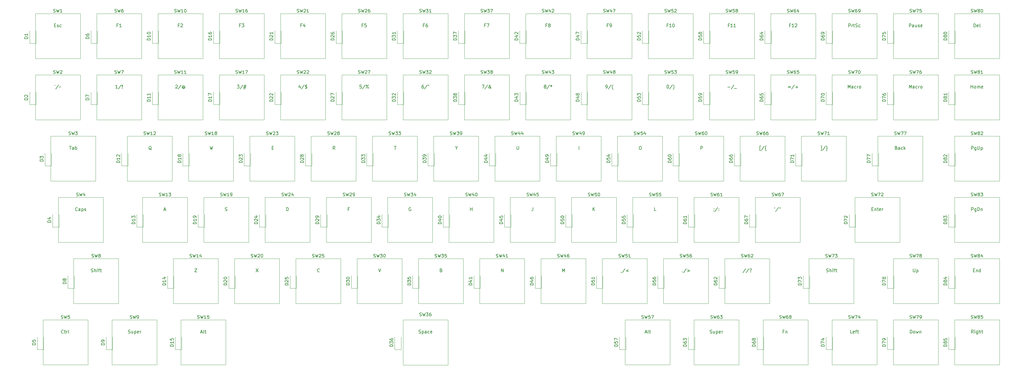
<source format=gbr>
%TF.GenerationSoftware,KiCad,Pcbnew,7.0.1*%
%TF.CreationDate,2023-03-28T18:38:33-04:00*%
%TF.ProjectId,project,70726f6a-6563-4742-9e6b-696361645f70,rev?*%
%TF.SameCoordinates,Original*%
%TF.FileFunction,Legend,Top*%
%TF.FilePolarity,Positive*%
%FSLAX46Y46*%
G04 Gerber Fmt 4.6, Leading zero omitted, Abs format (unit mm)*
G04 Created by KiCad (PCBNEW 7.0.1) date 2023-03-28 18:38:33*
%MOMM*%
%LPD*%
G01*
G04 APERTURE LIST*
%ADD10C,0.150000*%
%ADD11C,0.120000*%
G04 APERTURE END LIST*
D10*
X311673105Y-149823719D02*
X311673105Y-150633242D01*
X311673105Y-150633242D02*
X311720724Y-150728480D01*
X311720724Y-150728480D02*
X311768343Y-150776100D01*
X311768343Y-150776100D02*
X311863581Y-150823719D01*
X311863581Y-150823719D02*
X312054057Y-150823719D01*
X312054057Y-150823719D02*
X312149295Y-150776100D01*
X312149295Y-150776100D02*
X312196914Y-150728480D01*
X312196914Y-150728480D02*
X312244533Y-150633242D01*
X312244533Y-150633242D02*
X312244533Y-149823719D01*
X312720724Y-150157052D02*
X312720724Y-151157052D01*
X312720724Y-150204671D02*
X312815962Y-150157052D01*
X312815962Y-150157052D02*
X313006438Y-150157052D01*
X313006438Y-150157052D02*
X313101676Y-150204671D01*
X313101676Y-150204671D02*
X313149295Y-150252290D01*
X313149295Y-150252290D02*
X313196914Y-150347528D01*
X313196914Y-150347528D02*
X313196914Y-150633242D01*
X313196914Y-150633242D02*
X313149295Y-150728480D01*
X313149295Y-150728480D02*
X313101676Y-150776100D01*
X313101676Y-150776100D02*
X313006438Y-150823719D01*
X313006438Y-150823719D02*
X312815962Y-150823719D01*
X312815962Y-150823719D02*
X312720724Y-150776100D01*
X249720915Y-131726100D02*
X249720915Y-131773719D01*
X249720915Y-131773719D02*
X249673296Y-131868957D01*
X249673296Y-131868957D02*
X249625677Y-131916576D01*
X249673296Y-131154671D02*
X249720915Y-131202290D01*
X249720915Y-131202290D02*
X249673296Y-131249909D01*
X249673296Y-131249909D02*
X249625677Y-131202290D01*
X249625677Y-131202290D02*
X249673296Y-131154671D01*
X249673296Y-131154671D02*
X249673296Y-131249909D01*
X250863771Y-130726100D02*
X250006629Y-132011814D01*
X251197105Y-131678480D02*
X251244724Y-131726100D01*
X251244724Y-131726100D02*
X251197105Y-131773719D01*
X251197105Y-131773719D02*
X251149486Y-131726100D01*
X251149486Y-131726100D02*
X251197105Y-131678480D01*
X251197105Y-131678480D02*
X251197105Y-131773719D01*
X251197105Y-131154671D02*
X251244724Y-131202290D01*
X251244724Y-131202290D02*
X251197105Y-131249909D01*
X251197105Y-131249909D02*
X251149486Y-131202290D01*
X251149486Y-131202290D02*
X251197105Y-131154671D01*
X251197105Y-131154671D02*
X251197105Y-131249909D01*
X248506628Y-169826100D02*
X248649485Y-169873719D01*
X248649485Y-169873719D02*
X248887580Y-169873719D01*
X248887580Y-169873719D02*
X248982818Y-169826100D01*
X248982818Y-169826100D02*
X249030437Y-169778480D01*
X249030437Y-169778480D02*
X249078056Y-169683242D01*
X249078056Y-169683242D02*
X249078056Y-169588004D01*
X249078056Y-169588004D02*
X249030437Y-169492766D01*
X249030437Y-169492766D02*
X248982818Y-169445147D01*
X248982818Y-169445147D02*
X248887580Y-169397528D01*
X248887580Y-169397528D02*
X248697104Y-169349909D01*
X248697104Y-169349909D02*
X248601866Y-169302290D01*
X248601866Y-169302290D02*
X248554247Y-169254671D01*
X248554247Y-169254671D02*
X248506628Y-169159433D01*
X248506628Y-169159433D02*
X248506628Y-169064195D01*
X248506628Y-169064195D02*
X248554247Y-168968957D01*
X248554247Y-168968957D02*
X248601866Y-168921338D01*
X248601866Y-168921338D02*
X248697104Y-168873719D01*
X248697104Y-168873719D02*
X248935199Y-168873719D01*
X248935199Y-168873719D02*
X249078056Y-168921338D01*
X249935199Y-169207052D02*
X249935199Y-169873719D01*
X249506628Y-169207052D02*
X249506628Y-169730861D01*
X249506628Y-169730861D02*
X249554247Y-169826100D01*
X249554247Y-169826100D02*
X249649485Y-169873719D01*
X249649485Y-169873719D02*
X249792342Y-169873719D01*
X249792342Y-169873719D02*
X249887580Y-169826100D01*
X249887580Y-169826100D02*
X249935199Y-169778480D01*
X250411390Y-169207052D02*
X250411390Y-170207052D01*
X250411390Y-169254671D02*
X250506628Y-169207052D01*
X250506628Y-169207052D02*
X250697104Y-169207052D01*
X250697104Y-169207052D02*
X250792342Y-169254671D01*
X250792342Y-169254671D02*
X250839961Y-169302290D01*
X250839961Y-169302290D02*
X250887580Y-169397528D01*
X250887580Y-169397528D02*
X250887580Y-169683242D01*
X250887580Y-169683242D02*
X250839961Y-169778480D01*
X250839961Y-169778480D02*
X250792342Y-169826100D01*
X250792342Y-169826100D02*
X250697104Y-169873719D01*
X250697104Y-169873719D02*
X250506628Y-169873719D01*
X250506628Y-169873719D02*
X250411390Y-169826100D01*
X251697104Y-169826100D02*
X251601866Y-169873719D01*
X251601866Y-169873719D02*
X251411390Y-169873719D01*
X251411390Y-169873719D02*
X251316152Y-169826100D01*
X251316152Y-169826100D02*
X251268533Y-169730861D01*
X251268533Y-169730861D02*
X251268533Y-169349909D01*
X251268533Y-169349909D02*
X251316152Y-169254671D01*
X251316152Y-169254671D02*
X251411390Y-169207052D01*
X251411390Y-169207052D02*
X251601866Y-169207052D01*
X251601866Y-169207052D02*
X251697104Y-169254671D01*
X251697104Y-169254671D02*
X251744723Y-169349909D01*
X251744723Y-169349909D02*
X251744723Y-169445147D01*
X251744723Y-169445147D02*
X251268533Y-169540385D01*
X252173295Y-169873719D02*
X252173295Y-169207052D01*
X252173295Y-169397528D02*
X252220914Y-169302290D01*
X252220914Y-169302290D02*
X252268533Y-169254671D01*
X252268533Y-169254671D02*
X252363771Y-169207052D01*
X252363771Y-169207052D02*
X252459009Y-169207052D01*
X56101581Y-150776100D02*
X56244438Y-150823719D01*
X56244438Y-150823719D02*
X56482533Y-150823719D01*
X56482533Y-150823719D02*
X56577771Y-150776100D01*
X56577771Y-150776100D02*
X56625390Y-150728480D01*
X56625390Y-150728480D02*
X56673009Y-150633242D01*
X56673009Y-150633242D02*
X56673009Y-150538004D01*
X56673009Y-150538004D02*
X56625390Y-150442766D01*
X56625390Y-150442766D02*
X56577771Y-150395147D01*
X56577771Y-150395147D02*
X56482533Y-150347528D01*
X56482533Y-150347528D02*
X56292057Y-150299909D01*
X56292057Y-150299909D02*
X56196819Y-150252290D01*
X56196819Y-150252290D02*
X56149200Y-150204671D01*
X56149200Y-150204671D02*
X56101581Y-150109433D01*
X56101581Y-150109433D02*
X56101581Y-150014195D01*
X56101581Y-150014195D02*
X56149200Y-149918957D01*
X56149200Y-149918957D02*
X56196819Y-149871338D01*
X56196819Y-149871338D02*
X56292057Y-149823719D01*
X56292057Y-149823719D02*
X56530152Y-149823719D01*
X56530152Y-149823719D02*
X56673009Y-149871338D01*
X57101581Y-150823719D02*
X57101581Y-149823719D01*
X57530152Y-150823719D02*
X57530152Y-150299909D01*
X57530152Y-150299909D02*
X57482533Y-150204671D01*
X57482533Y-150204671D02*
X57387295Y-150157052D01*
X57387295Y-150157052D02*
X57244438Y-150157052D01*
X57244438Y-150157052D02*
X57149200Y-150204671D01*
X57149200Y-150204671D02*
X57101581Y-150252290D01*
X58006343Y-150823719D02*
X58006343Y-150157052D01*
X58006343Y-149823719D02*
X57958724Y-149871338D01*
X57958724Y-149871338D02*
X58006343Y-149918957D01*
X58006343Y-149918957D02*
X58053962Y-149871338D01*
X58053962Y-149871338D02*
X58006343Y-149823719D01*
X58006343Y-149823719D02*
X58006343Y-149918957D01*
X58339676Y-150157052D02*
X58720628Y-150157052D01*
X58482533Y-150823719D02*
X58482533Y-149966576D01*
X58482533Y-149966576D02*
X58530152Y-149871338D01*
X58530152Y-149871338D02*
X58625390Y-149823719D01*
X58625390Y-149823719D02*
X58720628Y-149823719D01*
X58911105Y-150157052D02*
X59292057Y-150157052D01*
X59053962Y-149823719D02*
X59053962Y-150680861D01*
X59053962Y-150680861D02*
X59101581Y-150776100D01*
X59101581Y-150776100D02*
X59196819Y-150823719D01*
X59196819Y-150823719D02*
X59292057Y-150823719D01*
X145453867Y-149823719D02*
X145787200Y-150823719D01*
X145787200Y-150823719D02*
X146120533Y-149823719D01*
X245601295Y-112723719D02*
X245601295Y-111723719D01*
X245601295Y-111723719D02*
X245982247Y-111723719D01*
X245982247Y-111723719D02*
X246077485Y-111771338D01*
X246077485Y-111771338D02*
X246125104Y-111818957D01*
X246125104Y-111818957D02*
X246172723Y-111914195D01*
X246172723Y-111914195D02*
X246172723Y-112057052D01*
X246172723Y-112057052D02*
X246125104Y-112152290D01*
X246125104Y-112152290D02*
X246077485Y-112199909D01*
X246077485Y-112199909D02*
X245982247Y-112247528D01*
X245982247Y-112247528D02*
X245601295Y-112247528D01*
X47449580Y-169778480D02*
X47401961Y-169826100D01*
X47401961Y-169826100D02*
X47259104Y-169873719D01*
X47259104Y-169873719D02*
X47163866Y-169873719D01*
X47163866Y-169873719D02*
X47021009Y-169826100D01*
X47021009Y-169826100D02*
X46925771Y-169730861D01*
X46925771Y-169730861D02*
X46878152Y-169635623D01*
X46878152Y-169635623D02*
X46830533Y-169445147D01*
X46830533Y-169445147D02*
X46830533Y-169302290D01*
X46830533Y-169302290D02*
X46878152Y-169111814D01*
X46878152Y-169111814D02*
X46925771Y-169016576D01*
X46925771Y-169016576D02*
X47021009Y-168921338D01*
X47021009Y-168921338D02*
X47163866Y-168873719D01*
X47163866Y-168873719D02*
X47259104Y-168873719D01*
X47259104Y-168873719D02*
X47401961Y-168921338D01*
X47401961Y-168921338D02*
X47449580Y-168968957D01*
X47735295Y-169207052D02*
X48116247Y-169207052D01*
X47878152Y-168873719D02*
X47878152Y-169730861D01*
X47878152Y-169730861D02*
X47925771Y-169826100D01*
X47925771Y-169826100D02*
X48021009Y-169873719D01*
X48021009Y-169873719D02*
X48116247Y-169873719D01*
X48449581Y-169873719D02*
X48449581Y-169207052D01*
X48449581Y-169397528D02*
X48497200Y-169302290D01*
X48497200Y-169302290D02*
X48544819Y-169254671D01*
X48544819Y-169254671D02*
X48640057Y-169207052D01*
X48640057Y-169207052D02*
X48735295Y-169207052D01*
X49211486Y-169873719D02*
X49116248Y-169826100D01*
X49116248Y-169826100D02*
X49068629Y-169730861D01*
X49068629Y-169730861D02*
X49068629Y-168873719D01*
X310411200Y-74623719D02*
X310411200Y-73623719D01*
X310411200Y-73623719D02*
X310792152Y-73623719D01*
X310792152Y-73623719D02*
X310887390Y-73671338D01*
X310887390Y-73671338D02*
X310935009Y-73718957D01*
X310935009Y-73718957D02*
X310982628Y-73814195D01*
X310982628Y-73814195D02*
X310982628Y-73957052D01*
X310982628Y-73957052D02*
X310935009Y-74052290D01*
X310935009Y-74052290D02*
X310887390Y-74099909D01*
X310887390Y-74099909D02*
X310792152Y-74147528D01*
X310792152Y-74147528D02*
X310411200Y-74147528D01*
X311839771Y-74623719D02*
X311839771Y-74099909D01*
X311839771Y-74099909D02*
X311792152Y-74004671D01*
X311792152Y-74004671D02*
X311696914Y-73957052D01*
X311696914Y-73957052D02*
X311506438Y-73957052D01*
X311506438Y-73957052D02*
X311411200Y-74004671D01*
X311839771Y-74576100D02*
X311744533Y-74623719D01*
X311744533Y-74623719D02*
X311506438Y-74623719D01*
X311506438Y-74623719D02*
X311411200Y-74576100D01*
X311411200Y-74576100D02*
X311363581Y-74480861D01*
X311363581Y-74480861D02*
X311363581Y-74385623D01*
X311363581Y-74385623D02*
X311411200Y-74290385D01*
X311411200Y-74290385D02*
X311506438Y-74242766D01*
X311506438Y-74242766D02*
X311744533Y-74242766D01*
X311744533Y-74242766D02*
X311839771Y-74195147D01*
X312744533Y-73957052D02*
X312744533Y-74623719D01*
X312315962Y-73957052D02*
X312315962Y-74480861D01*
X312315962Y-74480861D02*
X312363581Y-74576100D01*
X312363581Y-74576100D02*
X312458819Y-74623719D01*
X312458819Y-74623719D02*
X312601676Y-74623719D01*
X312601676Y-74623719D02*
X312696914Y-74576100D01*
X312696914Y-74576100D02*
X312744533Y-74528480D01*
X313173105Y-74576100D02*
X313268343Y-74623719D01*
X313268343Y-74623719D02*
X313458819Y-74623719D01*
X313458819Y-74623719D02*
X313554057Y-74576100D01*
X313554057Y-74576100D02*
X313601676Y-74480861D01*
X313601676Y-74480861D02*
X313601676Y-74433242D01*
X313601676Y-74433242D02*
X313554057Y-74338004D01*
X313554057Y-74338004D02*
X313458819Y-74290385D01*
X313458819Y-74290385D02*
X313315962Y-74290385D01*
X313315962Y-74290385D02*
X313220724Y-74242766D01*
X313220724Y-74242766D02*
X313173105Y-74147528D01*
X313173105Y-74147528D02*
X313173105Y-74099909D01*
X313173105Y-74099909D02*
X313220724Y-74004671D01*
X313220724Y-74004671D02*
X313315962Y-73957052D01*
X313315962Y-73957052D02*
X313458819Y-73957052D01*
X313458819Y-73957052D02*
X313554057Y-74004671D01*
X314411200Y-74576100D02*
X314315962Y-74623719D01*
X314315962Y-74623719D02*
X314125486Y-74623719D01*
X314125486Y-74623719D02*
X314030248Y-74576100D01*
X314030248Y-74576100D02*
X313982629Y-74480861D01*
X313982629Y-74480861D02*
X313982629Y-74099909D01*
X313982629Y-74099909D02*
X314030248Y-74004671D01*
X314030248Y-74004671D02*
X314125486Y-73957052D01*
X314125486Y-73957052D02*
X314315962Y-73957052D01*
X314315962Y-73957052D02*
X314411200Y-74004671D01*
X314411200Y-74004671D02*
X314458819Y-74099909D01*
X314458819Y-74099909D02*
X314458819Y-74195147D01*
X314458819Y-74195147D02*
X313982629Y-74290385D01*
X159392152Y-92673719D02*
X159201676Y-92673719D01*
X159201676Y-92673719D02*
X159106438Y-92721338D01*
X159106438Y-92721338D02*
X159058819Y-92768957D01*
X159058819Y-92768957D02*
X158963581Y-92911814D01*
X158963581Y-92911814D02*
X158915962Y-93102290D01*
X158915962Y-93102290D02*
X158915962Y-93483242D01*
X158915962Y-93483242D02*
X158963581Y-93578480D01*
X158963581Y-93578480D02*
X159011200Y-93626100D01*
X159011200Y-93626100D02*
X159106438Y-93673719D01*
X159106438Y-93673719D02*
X159296914Y-93673719D01*
X159296914Y-93673719D02*
X159392152Y-93626100D01*
X159392152Y-93626100D02*
X159439771Y-93578480D01*
X159439771Y-93578480D02*
X159487390Y-93483242D01*
X159487390Y-93483242D02*
X159487390Y-93245147D01*
X159487390Y-93245147D02*
X159439771Y-93149909D01*
X159439771Y-93149909D02*
X159392152Y-93102290D01*
X159392152Y-93102290D02*
X159296914Y-93054671D01*
X159296914Y-93054671D02*
X159106438Y-93054671D01*
X159106438Y-93054671D02*
X159011200Y-93102290D01*
X159011200Y-93102290D02*
X158963581Y-93149909D01*
X158963581Y-93149909D02*
X158915962Y-93245147D01*
X160630247Y-92626100D02*
X159773105Y-93911814D01*
X160820724Y-92768957D02*
X161011200Y-92626100D01*
X161011200Y-92626100D02*
X161201676Y-92768957D01*
X329770724Y-112723719D02*
X329770724Y-111723719D01*
X329770724Y-111723719D02*
X330151676Y-111723719D01*
X330151676Y-111723719D02*
X330246914Y-111771338D01*
X330246914Y-111771338D02*
X330294533Y-111818957D01*
X330294533Y-111818957D02*
X330342152Y-111914195D01*
X330342152Y-111914195D02*
X330342152Y-112057052D01*
X330342152Y-112057052D02*
X330294533Y-112152290D01*
X330294533Y-112152290D02*
X330246914Y-112199909D01*
X330246914Y-112199909D02*
X330151676Y-112247528D01*
X330151676Y-112247528D02*
X329770724Y-112247528D01*
X331199295Y-112057052D02*
X331199295Y-112866576D01*
X331199295Y-112866576D02*
X331151676Y-112961814D01*
X331151676Y-112961814D02*
X331104057Y-113009433D01*
X331104057Y-113009433D02*
X331008819Y-113057052D01*
X331008819Y-113057052D02*
X330865962Y-113057052D01*
X330865962Y-113057052D02*
X330770724Y-113009433D01*
X331199295Y-112676100D02*
X331104057Y-112723719D01*
X331104057Y-112723719D02*
X330913581Y-112723719D01*
X330913581Y-112723719D02*
X330818343Y-112676100D01*
X330818343Y-112676100D02*
X330770724Y-112628480D01*
X330770724Y-112628480D02*
X330723105Y-112533242D01*
X330723105Y-112533242D02*
X330723105Y-112247528D01*
X330723105Y-112247528D02*
X330770724Y-112152290D01*
X330770724Y-112152290D02*
X330818343Y-112104671D01*
X330818343Y-112104671D02*
X330913581Y-112057052D01*
X330913581Y-112057052D02*
X331104057Y-112057052D01*
X331104057Y-112057052D02*
X331199295Y-112104671D01*
X331675486Y-111723719D02*
X331675486Y-112533242D01*
X331675486Y-112533242D02*
X331723105Y-112628480D01*
X331723105Y-112628480D02*
X331770724Y-112676100D01*
X331770724Y-112676100D02*
X331865962Y-112723719D01*
X331865962Y-112723719D02*
X332056438Y-112723719D01*
X332056438Y-112723719D02*
X332151676Y-112676100D01*
X332151676Y-112676100D02*
X332199295Y-112628480D01*
X332199295Y-112628480D02*
X332246914Y-112533242D01*
X332246914Y-112533242D02*
X332246914Y-111723719D01*
X332723105Y-112057052D02*
X332723105Y-113057052D01*
X332723105Y-112104671D02*
X332818343Y-112057052D01*
X332818343Y-112057052D02*
X333008819Y-112057052D01*
X333008819Y-112057052D02*
X333104057Y-112104671D01*
X333104057Y-112104671D02*
X333151676Y-112152290D01*
X333151676Y-112152290D02*
X333199295Y-112247528D01*
X333199295Y-112247528D02*
X333199295Y-112533242D01*
X333199295Y-112533242D02*
X333151676Y-112628480D01*
X333151676Y-112628480D02*
X333104057Y-112676100D01*
X333104057Y-112676100D02*
X333008819Y-112723719D01*
X333008819Y-112723719D02*
X332818343Y-112723719D01*
X332818343Y-112723719D02*
X332723105Y-112676100D01*
X64427866Y-74099909D02*
X64094533Y-74099909D01*
X64094533Y-74623719D02*
X64094533Y-73623719D01*
X64094533Y-73623719D02*
X64570723Y-73623719D01*
X65475485Y-74623719D02*
X64904057Y-74623719D01*
X65189771Y-74623719D02*
X65189771Y-73623719D01*
X65189771Y-73623719D02*
X65094533Y-73766576D01*
X65094533Y-73766576D02*
X64999295Y-73861814D01*
X64999295Y-73861814D02*
X64904057Y-73909433D01*
X273501676Y-74099909D02*
X273168343Y-74099909D01*
X273168343Y-74623719D02*
X273168343Y-73623719D01*
X273168343Y-73623719D02*
X273644533Y-73623719D01*
X274549295Y-74623719D02*
X273977867Y-74623719D01*
X274263581Y-74623719D02*
X274263581Y-73623719D01*
X274263581Y-73623719D02*
X274168343Y-73766576D01*
X274168343Y-73766576D02*
X274073105Y-73861814D01*
X274073105Y-73861814D02*
X273977867Y-73909433D01*
X274930248Y-73718957D02*
X274977867Y-73671338D01*
X274977867Y-73671338D02*
X275073105Y-73623719D01*
X275073105Y-73623719D02*
X275311200Y-73623719D01*
X275311200Y-73623719D02*
X275406438Y-73671338D01*
X275406438Y-73671338D02*
X275454057Y-73718957D01*
X275454057Y-73718957D02*
X275501676Y-73814195D01*
X275501676Y-73814195D02*
X275501676Y-73909433D01*
X275501676Y-73909433D02*
X275454057Y-74052290D01*
X275454057Y-74052290D02*
X274882629Y-74623719D01*
X274882629Y-74623719D02*
X275501676Y-74623719D01*
X202603867Y-150823719D02*
X202603867Y-149823719D01*
X202603867Y-149823719D02*
X202937200Y-150538004D01*
X202937200Y-150538004D02*
X203270533Y-149823719D01*
X203270533Y-149823719D02*
X203270533Y-150823719D01*
X253975486Y-93292766D02*
X254737391Y-93292766D01*
X255927866Y-92626100D02*
X255070724Y-93911814D01*
X256023105Y-93768957D02*
X256785009Y-93768957D01*
X212073295Y-131773719D02*
X212073295Y-130773719D01*
X212644723Y-131773719D02*
X212216152Y-131202290D01*
X212644723Y-130773719D02*
X212073295Y-131345147D01*
X101504057Y-92673719D02*
X102123104Y-92673719D01*
X102123104Y-92673719D02*
X101789771Y-93054671D01*
X101789771Y-93054671D02*
X101932628Y-93054671D01*
X101932628Y-93054671D02*
X102027866Y-93102290D01*
X102027866Y-93102290D02*
X102075485Y-93149909D01*
X102075485Y-93149909D02*
X102123104Y-93245147D01*
X102123104Y-93245147D02*
X102123104Y-93483242D01*
X102123104Y-93483242D02*
X102075485Y-93578480D01*
X102075485Y-93578480D02*
X102027866Y-93626100D01*
X102027866Y-93626100D02*
X101932628Y-93673719D01*
X101932628Y-93673719D02*
X101646914Y-93673719D01*
X101646914Y-93673719D02*
X101551676Y-93626100D01*
X101551676Y-93626100D02*
X101504057Y-93578480D01*
X103265961Y-92626100D02*
X102408819Y-93911814D01*
X103551676Y-93007052D02*
X104265961Y-93007052D01*
X103837390Y-92578480D02*
X103551676Y-93864195D01*
X104170723Y-93435623D02*
X103456438Y-93435623D01*
X103885009Y-93864195D02*
X104170723Y-92578480D01*
X150327486Y-111723719D02*
X150898914Y-111723719D01*
X150613200Y-112723719D02*
X150613200Y-111723719D01*
X127046723Y-150728480D02*
X126999104Y-150776100D01*
X126999104Y-150776100D02*
X126856247Y-150823719D01*
X126856247Y-150823719D02*
X126761009Y-150823719D01*
X126761009Y-150823719D02*
X126618152Y-150776100D01*
X126618152Y-150776100D02*
X126522914Y-150680861D01*
X126522914Y-150680861D02*
X126475295Y-150585623D01*
X126475295Y-150585623D02*
X126427676Y-150395147D01*
X126427676Y-150395147D02*
X126427676Y-150252290D01*
X126427676Y-150252290D02*
X126475295Y-150061814D01*
X126475295Y-150061814D02*
X126522914Y-149966576D01*
X126522914Y-149966576D02*
X126618152Y-149871338D01*
X126618152Y-149871338D02*
X126761009Y-149823719D01*
X126761009Y-149823719D02*
X126856247Y-149823719D01*
X126856247Y-149823719D02*
X126999104Y-149871338D01*
X126999104Y-149871338D02*
X127046723Y-149918957D01*
X112298914Y-112199909D02*
X112632247Y-112199909D01*
X112775104Y-112723719D02*
X112298914Y-112723719D01*
X112298914Y-112723719D02*
X112298914Y-111723719D01*
X112298914Y-111723719D02*
X112775104Y-111723719D01*
X330342152Y-150299909D02*
X330675485Y-150299909D01*
X330818342Y-150823719D02*
X330342152Y-150823719D01*
X330342152Y-150823719D02*
X330342152Y-149823719D01*
X330342152Y-149823719D02*
X330818342Y-149823719D01*
X331246914Y-150157052D02*
X331246914Y-150823719D01*
X331246914Y-150252290D02*
X331294533Y-150204671D01*
X331294533Y-150204671D02*
X331389771Y-150157052D01*
X331389771Y-150157052D02*
X331532628Y-150157052D01*
X331532628Y-150157052D02*
X331627866Y-150204671D01*
X331627866Y-150204671D02*
X331675485Y-150299909D01*
X331675485Y-150299909D02*
X331675485Y-150823719D01*
X332580247Y-150823719D02*
X332580247Y-149823719D01*
X332580247Y-150776100D02*
X332485009Y-150823719D01*
X332485009Y-150823719D02*
X332294533Y-150823719D01*
X332294533Y-150823719D02*
X332199295Y-150776100D01*
X332199295Y-150776100D02*
X332151676Y-150728480D01*
X332151676Y-150728480D02*
X332104057Y-150633242D01*
X332104057Y-150633242D02*
X332104057Y-150347528D01*
X332104057Y-150347528D02*
X332151676Y-150252290D01*
X332151676Y-150252290D02*
X332199295Y-150204671D01*
X332199295Y-150204671D02*
X332294533Y-150157052D01*
X332294533Y-150157052D02*
X332485009Y-150157052D01*
X332485009Y-150157052D02*
X332580247Y-150204671D01*
X197777866Y-74099909D02*
X197444533Y-74099909D01*
X197444533Y-74623719D02*
X197444533Y-73623719D01*
X197444533Y-73623719D02*
X197920723Y-73623719D01*
X198444533Y-74052290D02*
X198349295Y-74004671D01*
X198349295Y-74004671D02*
X198301676Y-73957052D01*
X198301676Y-73957052D02*
X198254057Y-73861814D01*
X198254057Y-73861814D02*
X198254057Y-73814195D01*
X198254057Y-73814195D02*
X198301676Y-73718957D01*
X198301676Y-73718957D02*
X198349295Y-73671338D01*
X198349295Y-73671338D02*
X198444533Y-73623719D01*
X198444533Y-73623719D02*
X198635009Y-73623719D01*
X198635009Y-73623719D02*
X198730247Y-73671338D01*
X198730247Y-73671338D02*
X198777866Y-73718957D01*
X198777866Y-73718957D02*
X198825485Y-73814195D01*
X198825485Y-73814195D02*
X198825485Y-73861814D01*
X198825485Y-73861814D02*
X198777866Y-73957052D01*
X198777866Y-73957052D02*
X198730247Y-74004671D01*
X198730247Y-74004671D02*
X198635009Y-74052290D01*
X198635009Y-74052290D02*
X198444533Y-74052290D01*
X198444533Y-74052290D02*
X198349295Y-74099909D01*
X198349295Y-74099909D02*
X198301676Y-74147528D01*
X198301676Y-74147528D02*
X198254057Y-74242766D01*
X198254057Y-74242766D02*
X198254057Y-74433242D01*
X198254057Y-74433242D02*
X198301676Y-74528480D01*
X198301676Y-74528480D02*
X198349295Y-74576100D01*
X198349295Y-74576100D02*
X198444533Y-74623719D01*
X198444533Y-74623719D02*
X198635009Y-74623719D01*
X198635009Y-74623719D02*
X198730247Y-74576100D01*
X198730247Y-74576100D02*
X198777866Y-74528480D01*
X198777866Y-74528480D02*
X198825485Y-74433242D01*
X198825485Y-74433242D02*
X198825485Y-74242766D01*
X198825485Y-74242766D02*
X198777866Y-74147528D01*
X198777866Y-74147528D02*
X198730247Y-74099909D01*
X198730247Y-74099909D02*
X198635009Y-74052290D01*
X329627867Y-93673719D02*
X329627867Y-92673719D01*
X329627867Y-93149909D02*
X330199295Y-93149909D01*
X330199295Y-93673719D02*
X330199295Y-92673719D01*
X330818343Y-93673719D02*
X330723105Y-93626100D01*
X330723105Y-93626100D02*
X330675486Y-93578480D01*
X330675486Y-93578480D02*
X330627867Y-93483242D01*
X330627867Y-93483242D02*
X330627867Y-93197528D01*
X330627867Y-93197528D02*
X330675486Y-93102290D01*
X330675486Y-93102290D02*
X330723105Y-93054671D01*
X330723105Y-93054671D02*
X330818343Y-93007052D01*
X330818343Y-93007052D02*
X330961200Y-93007052D01*
X330961200Y-93007052D02*
X331056438Y-93054671D01*
X331056438Y-93054671D02*
X331104057Y-93102290D01*
X331104057Y-93102290D02*
X331151676Y-93197528D01*
X331151676Y-93197528D02*
X331151676Y-93483242D01*
X331151676Y-93483242D02*
X331104057Y-93578480D01*
X331104057Y-93578480D02*
X331056438Y-93626100D01*
X331056438Y-93626100D02*
X330961200Y-93673719D01*
X330961200Y-93673719D02*
X330818343Y-93673719D01*
X331580248Y-93673719D02*
X331580248Y-93007052D01*
X331580248Y-93102290D02*
X331627867Y-93054671D01*
X331627867Y-93054671D02*
X331723105Y-93007052D01*
X331723105Y-93007052D02*
X331865962Y-93007052D01*
X331865962Y-93007052D02*
X331961200Y-93054671D01*
X331961200Y-93054671D02*
X332008819Y-93149909D01*
X332008819Y-93149909D02*
X332008819Y-93673719D01*
X332008819Y-93149909D02*
X332056438Y-93054671D01*
X332056438Y-93054671D02*
X332151676Y-93007052D01*
X332151676Y-93007052D02*
X332294533Y-93007052D01*
X332294533Y-93007052D02*
X332389772Y-93054671D01*
X332389772Y-93054671D02*
X332437391Y-93149909D01*
X332437391Y-93149909D02*
X332437391Y-93673719D01*
X333294533Y-93626100D02*
X333199295Y-93673719D01*
X333199295Y-93673719D02*
X333008819Y-93673719D01*
X333008819Y-93673719D02*
X332913581Y-93626100D01*
X332913581Y-93626100D02*
X332865962Y-93530861D01*
X332865962Y-93530861D02*
X332865962Y-93149909D01*
X332865962Y-93149909D02*
X332913581Y-93054671D01*
X332913581Y-93054671D02*
X333008819Y-93007052D01*
X333008819Y-93007052D02*
X333199295Y-93007052D01*
X333199295Y-93007052D02*
X333294533Y-93054671D01*
X333294533Y-93054671D02*
X333342152Y-93149909D01*
X333342152Y-93149909D02*
X333342152Y-93245147D01*
X333342152Y-93245147D02*
X332865962Y-93340385D01*
X78747105Y-131488004D02*
X79223295Y-131488004D01*
X78651867Y-131773719D02*
X78985200Y-130773719D01*
X78985200Y-130773719D02*
X79318533Y-131773719D01*
X228313485Y-169588004D02*
X228789675Y-169588004D01*
X228218247Y-169873719D02*
X228551580Y-168873719D01*
X228551580Y-168873719D02*
X228884913Y-169873719D01*
X229361104Y-169873719D02*
X229265866Y-169826100D01*
X229265866Y-169826100D02*
X229218247Y-169730861D01*
X229218247Y-169730861D02*
X229218247Y-168873719D01*
X229599200Y-169207052D02*
X229980152Y-169207052D01*
X229742057Y-168873719D02*
X229742057Y-169730861D01*
X229742057Y-169730861D02*
X229789676Y-169826100D01*
X229789676Y-169826100D02*
X229884914Y-169873719D01*
X229884914Y-169873719D02*
X229980152Y-169873719D01*
X155447104Y-130821338D02*
X155351866Y-130773719D01*
X155351866Y-130773719D02*
X155209009Y-130773719D01*
X155209009Y-130773719D02*
X155066152Y-130821338D01*
X155066152Y-130821338D02*
X154970914Y-130916576D01*
X154970914Y-130916576D02*
X154923295Y-131011814D01*
X154923295Y-131011814D02*
X154875676Y-131202290D01*
X154875676Y-131202290D02*
X154875676Y-131345147D01*
X154875676Y-131345147D02*
X154923295Y-131535623D01*
X154923295Y-131535623D02*
X154970914Y-131630861D01*
X154970914Y-131630861D02*
X155066152Y-131726100D01*
X155066152Y-131726100D02*
X155209009Y-131773719D01*
X155209009Y-131773719D02*
X155304247Y-131773719D01*
X155304247Y-131773719D02*
X155447104Y-131726100D01*
X155447104Y-131726100D02*
X155494723Y-131678480D01*
X155494723Y-131678480D02*
X155494723Y-131345147D01*
X155494723Y-131345147D02*
X155304247Y-131345147D01*
X157963581Y-169826100D02*
X158106438Y-169873719D01*
X158106438Y-169873719D02*
X158344533Y-169873719D01*
X158344533Y-169873719D02*
X158439771Y-169826100D01*
X158439771Y-169826100D02*
X158487390Y-169778480D01*
X158487390Y-169778480D02*
X158535009Y-169683242D01*
X158535009Y-169683242D02*
X158535009Y-169588004D01*
X158535009Y-169588004D02*
X158487390Y-169492766D01*
X158487390Y-169492766D02*
X158439771Y-169445147D01*
X158439771Y-169445147D02*
X158344533Y-169397528D01*
X158344533Y-169397528D02*
X158154057Y-169349909D01*
X158154057Y-169349909D02*
X158058819Y-169302290D01*
X158058819Y-169302290D02*
X158011200Y-169254671D01*
X158011200Y-169254671D02*
X157963581Y-169159433D01*
X157963581Y-169159433D02*
X157963581Y-169064195D01*
X157963581Y-169064195D02*
X158011200Y-168968957D01*
X158011200Y-168968957D02*
X158058819Y-168921338D01*
X158058819Y-168921338D02*
X158154057Y-168873719D01*
X158154057Y-168873719D02*
X158392152Y-168873719D01*
X158392152Y-168873719D02*
X158535009Y-168921338D01*
X158963581Y-169207052D02*
X158963581Y-170207052D01*
X158963581Y-169254671D02*
X159058819Y-169207052D01*
X159058819Y-169207052D02*
X159249295Y-169207052D01*
X159249295Y-169207052D02*
X159344533Y-169254671D01*
X159344533Y-169254671D02*
X159392152Y-169302290D01*
X159392152Y-169302290D02*
X159439771Y-169397528D01*
X159439771Y-169397528D02*
X159439771Y-169683242D01*
X159439771Y-169683242D02*
X159392152Y-169778480D01*
X159392152Y-169778480D02*
X159344533Y-169826100D01*
X159344533Y-169826100D02*
X159249295Y-169873719D01*
X159249295Y-169873719D02*
X159058819Y-169873719D01*
X159058819Y-169873719D02*
X158963581Y-169826100D01*
X160296914Y-169873719D02*
X160296914Y-169349909D01*
X160296914Y-169349909D02*
X160249295Y-169254671D01*
X160249295Y-169254671D02*
X160154057Y-169207052D01*
X160154057Y-169207052D02*
X159963581Y-169207052D01*
X159963581Y-169207052D02*
X159868343Y-169254671D01*
X160296914Y-169826100D02*
X160201676Y-169873719D01*
X160201676Y-169873719D02*
X159963581Y-169873719D01*
X159963581Y-169873719D02*
X159868343Y-169826100D01*
X159868343Y-169826100D02*
X159820724Y-169730861D01*
X159820724Y-169730861D02*
X159820724Y-169635623D01*
X159820724Y-169635623D02*
X159868343Y-169540385D01*
X159868343Y-169540385D02*
X159963581Y-169492766D01*
X159963581Y-169492766D02*
X160201676Y-169492766D01*
X160201676Y-169492766D02*
X160296914Y-169445147D01*
X161201676Y-169826100D02*
X161106438Y-169873719D01*
X161106438Y-169873719D02*
X160915962Y-169873719D01*
X160915962Y-169873719D02*
X160820724Y-169826100D01*
X160820724Y-169826100D02*
X160773105Y-169778480D01*
X160773105Y-169778480D02*
X160725486Y-169683242D01*
X160725486Y-169683242D02*
X160725486Y-169397528D01*
X160725486Y-169397528D02*
X160773105Y-169302290D01*
X160773105Y-169302290D02*
X160820724Y-169254671D01*
X160820724Y-169254671D02*
X160915962Y-169207052D01*
X160915962Y-169207052D02*
X161106438Y-169207052D01*
X161106438Y-169207052D02*
X161201676Y-169254671D01*
X162011200Y-169826100D02*
X161915962Y-169873719D01*
X161915962Y-169873719D02*
X161725486Y-169873719D01*
X161725486Y-169873719D02*
X161630248Y-169826100D01*
X161630248Y-169826100D02*
X161582629Y-169730861D01*
X161582629Y-169730861D02*
X161582629Y-169349909D01*
X161582629Y-169349909D02*
X161630248Y-169254671D01*
X161630248Y-169254671D02*
X161725486Y-169207052D01*
X161725486Y-169207052D02*
X161915962Y-169207052D01*
X161915962Y-169207052D02*
X162011200Y-169254671D01*
X162011200Y-169254671D02*
X162058819Y-169349909D01*
X162058819Y-169349909D02*
X162058819Y-169445147D01*
X162058819Y-169445147D02*
X161582629Y-169540385D01*
X207763200Y-112723719D02*
X207763200Y-111723719D01*
X235306438Y-92673719D02*
X235401676Y-92673719D01*
X235401676Y-92673719D02*
X235496914Y-92721338D01*
X235496914Y-92721338D02*
X235544533Y-92768957D01*
X235544533Y-92768957D02*
X235592152Y-92864195D01*
X235592152Y-92864195D02*
X235639771Y-93054671D01*
X235639771Y-93054671D02*
X235639771Y-93292766D01*
X235639771Y-93292766D02*
X235592152Y-93483242D01*
X235592152Y-93483242D02*
X235544533Y-93578480D01*
X235544533Y-93578480D02*
X235496914Y-93626100D01*
X235496914Y-93626100D02*
X235401676Y-93673719D01*
X235401676Y-93673719D02*
X235306438Y-93673719D01*
X235306438Y-93673719D02*
X235211200Y-93626100D01*
X235211200Y-93626100D02*
X235163581Y-93578480D01*
X235163581Y-93578480D02*
X235115962Y-93483242D01*
X235115962Y-93483242D02*
X235068343Y-93292766D01*
X235068343Y-93292766D02*
X235068343Y-93054671D01*
X235068343Y-93054671D02*
X235115962Y-92864195D01*
X235115962Y-92864195D02*
X235163581Y-92768957D01*
X235163581Y-92768957D02*
X235211200Y-92721338D01*
X235211200Y-92721338D02*
X235306438Y-92673719D01*
X236782628Y-92626100D02*
X235925486Y-93911814D01*
X237020724Y-94054671D02*
X237068343Y-94007052D01*
X237068343Y-94007052D02*
X237163581Y-93864195D01*
X237163581Y-93864195D02*
X237211200Y-93768957D01*
X237211200Y-93768957D02*
X237258819Y-93626100D01*
X237258819Y-93626100D02*
X237306438Y-93388004D01*
X237306438Y-93388004D02*
X237306438Y-93197528D01*
X237306438Y-93197528D02*
X237258819Y-92959433D01*
X237258819Y-92959433D02*
X237211200Y-92816576D01*
X237211200Y-92816576D02*
X237163581Y-92721338D01*
X237163581Y-92721338D02*
X237068343Y-92578480D01*
X237068343Y-92578480D02*
X237020724Y-92530861D01*
X121577866Y-74099909D02*
X121244533Y-74099909D01*
X121244533Y-74623719D02*
X121244533Y-73623719D01*
X121244533Y-73623719D02*
X121720723Y-73623719D01*
X122530247Y-73957052D02*
X122530247Y-74623719D01*
X122292152Y-73576100D02*
X122054057Y-74290385D01*
X122054057Y-74290385D02*
X122673104Y-74290385D01*
X74794152Y-112818957D02*
X74698914Y-112771338D01*
X74698914Y-112771338D02*
X74603676Y-112676100D01*
X74603676Y-112676100D02*
X74460819Y-112533242D01*
X74460819Y-112533242D02*
X74365581Y-112485623D01*
X74365581Y-112485623D02*
X74270343Y-112485623D01*
X74317962Y-112723719D02*
X74222724Y-112676100D01*
X74222724Y-112676100D02*
X74127486Y-112580861D01*
X74127486Y-112580861D02*
X74079867Y-112390385D01*
X74079867Y-112390385D02*
X74079867Y-112057052D01*
X74079867Y-112057052D02*
X74127486Y-111866576D01*
X74127486Y-111866576D02*
X74222724Y-111771338D01*
X74222724Y-111771338D02*
X74317962Y-111723719D01*
X74317962Y-111723719D02*
X74508438Y-111723719D01*
X74508438Y-111723719D02*
X74603676Y-111771338D01*
X74603676Y-111771338D02*
X74698914Y-111866576D01*
X74698914Y-111866576D02*
X74746533Y-112057052D01*
X74746533Y-112057052D02*
X74746533Y-112390385D01*
X74746533Y-112390385D02*
X74698914Y-112580861D01*
X74698914Y-112580861D02*
X74603676Y-112676100D01*
X74603676Y-112676100D02*
X74508438Y-112723719D01*
X74508438Y-112723719D02*
X74317962Y-112723719D01*
X140627866Y-74099909D02*
X140294533Y-74099909D01*
X140294533Y-74623719D02*
X140294533Y-73623719D01*
X140294533Y-73623719D02*
X140770723Y-73623719D01*
X141627866Y-73623719D02*
X141151676Y-73623719D01*
X141151676Y-73623719D02*
X141104057Y-74099909D01*
X141104057Y-74099909D02*
X141151676Y-74052290D01*
X141151676Y-74052290D02*
X141246914Y-74004671D01*
X141246914Y-74004671D02*
X141485009Y-74004671D01*
X141485009Y-74004671D02*
X141580247Y-74052290D01*
X141580247Y-74052290D02*
X141627866Y-74099909D01*
X141627866Y-74099909D02*
X141675485Y-74195147D01*
X141675485Y-74195147D02*
X141675485Y-74433242D01*
X141675485Y-74433242D02*
X141627866Y-74528480D01*
X141627866Y-74528480D02*
X141580247Y-74576100D01*
X141580247Y-74576100D02*
X141485009Y-74623719D01*
X141485009Y-74623719D02*
X141246914Y-74623719D01*
X141246914Y-74623719D02*
X141151676Y-74576100D01*
X141151676Y-74576100D02*
X141104057Y-74528480D01*
X183601486Y-150823719D02*
X183601486Y-149823719D01*
X183601486Y-149823719D02*
X184172914Y-150823719D01*
X184172914Y-150823719D02*
X184172914Y-149823719D01*
X272787391Y-93149909D02*
X273549296Y-93149909D01*
X273549296Y-93435623D02*
X272787391Y-93435623D01*
X274739771Y-92626100D02*
X273882629Y-93911814D01*
X275073105Y-93292766D02*
X275835010Y-93292766D01*
X275454057Y-93673719D02*
X275454057Y-92911814D01*
X97749486Y-131726100D02*
X97892343Y-131773719D01*
X97892343Y-131773719D02*
X98130438Y-131773719D01*
X98130438Y-131773719D02*
X98225676Y-131726100D01*
X98225676Y-131726100D02*
X98273295Y-131678480D01*
X98273295Y-131678480D02*
X98320914Y-131583242D01*
X98320914Y-131583242D02*
X98320914Y-131488004D01*
X98320914Y-131488004D02*
X98273295Y-131392766D01*
X98273295Y-131392766D02*
X98225676Y-131345147D01*
X98225676Y-131345147D02*
X98130438Y-131297528D01*
X98130438Y-131297528D02*
X97939962Y-131249909D01*
X97939962Y-131249909D02*
X97844724Y-131202290D01*
X97844724Y-131202290D02*
X97797105Y-131154671D01*
X97797105Y-131154671D02*
X97749486Y-131059433D01*
X97749486Y-131059433D02*
X97749486Y-130964195D01*
X97749486Y-130964195D02*
X97797105Y-130868957D01*
X97797105Y-130868957D02*
X97844724Y-130821338D01*
X97844724Y-130821338D02*
X97939962Y-130773719D01*
X97939962Y-130773719D02*
X98178057Y-130773719D01*
X98178057Y-130773719D02*
X98320914Y-130821338D01*
X140104057Y-92673719D02*
X139627867Y-92673719D01*
X139627867Y-92673719D02*
X139580248Y-93149909D01*
X139580248Y-93149909D02*
X139627867Y-93102290D01*
X139627867Y-93102290D02*
X139723105Y-93054671D01*
X139723105Y-93054671D02*
X139961200Y-93054671D01*
X139961200Y-93054671D02*
X140056438Y-93102290D01*
X140056438Y-93102290D02*
X140104057Y-93149909D01*
X140104057Y-93149909D02*
X140151676Y-93245147D01*
X140151676Y-93245147D02*
X140151676Y-93483242D01*
X140151676Y-93483242D02*
X140104057Y-93578480D01*
X140104057Y-93578480D02*
X140056438Y-93626100D01*
X140056438Y-93626100D02*
X139961200Y-93673719D01*
X139961200Y-93673719D02*
X139723105Y-93673719D01*
X139723105Y-93673719D02*
X139627867Y-93626100D01*
X139627867Y-93626100D02*
X139580248Y-93578480D01*
X141294533Y-92626100D02*
X140437391Y-93911814D01*
X141580248Y-93673719D02*
X142342152Y-92673719D01*
X141723105Y-92673719D02*
X141818343Y-92721338D01*
X141818343Y-92721338D02*
X141865962Y-92816576D01*
X141865962Y-92816576D02*
X141818343Y-92911814D01*
X141818343Y-92911814D02*
X141723105Y-92959433D01*
X141723105Y-92959433D02*
X141627867Y-92911814D01*
X141627867Y-92911814D02*
X141580248Y-92816576D01*
X141580248Y-92816576D02*
X141627867Y-92721338D01*
X141627867Y-92721338D02*
X141723105Y-92673719D01*
X142294533Y-93626100D02*
X142342152Y-93530861D01*
X142342152Y-93530861D02*
X142294533Y-93435623D01*
X142294533Y-93435623D02*
X142199295Y-93388004D01*
X142199295Y-93388004D02*
X142104057Y-93435623D01*
X142104057Y-93435623D02*
X142056438Y-93530861D01*
X142056438Y-93530861D02*
X142104057Y-93626100D01*
X142104057Y-93626100D02*
X142199295Y-93673719D01*
X142199295Y-93673719D02*
X142294533Y-93626100D01*
X159677866Y-74099909D02*
X159344533Y-74099909D01*
X159344533Y-74623719D02*
X159344533Y-73623719D01*
X159344533Y-73623719D02*
X159820723Y-73623719D01*
X160630247Y-73623719D02*
X160439771Y-73623719D01*
X160439771Y-73623719D02*
X160344533Y-73671338D01*
X160344533Y-73671338D02*
X160296914Y-73718957D01*
X160296914Y-73718957D02*
X160201676Y-73861814D01*
X160201676Y-73861814D02*
X160154057Y-74052290D01*
X160154057Y-74052290D02*
X160154057Y-74433242D01*
X160154057Y-74433242D02*
X160201676Y-74528480D01*
X160201676Y-74528480D02*
X160249295Y-74576100D01*
X160249295Y-74576100D02*
X160344533Y-74623719D01*
X160344533Y-74623719D02*
X160535009Y-74623719D01*
X160535009Y-74623719D02*
X160630247Y-74576100D01*
X160630247Y-74576100D02*
X160677866Y-74528480D01*
X160677866Y-74528480D02*
X160725485Y-74433242D01*
X160725485Y-74433242D02*
X160725485Y-74195147D01*
X160725485Y-74195147D02*
X160677866Y-74099909D01*
X160677866Y-74099909D02*
X160630247Y-74052290D01*
X160630247Y-74052290D02*
X160535009Y-74004671D01*
X160535009Y-74004671D02*
X160344533Y-74004671D01*
X160344533Y-74004671D02*
X160249295Y-74052290D01*
X160249295Y-74052290D02*
X160201676Y-74099909D01*
X160201676Y-74099909D02*
X160154057Y-74195147D01*
X282915581Y-113057052D02*
X283153676Y-113057052D01*
X283153676Y-113057052D02*
X283153676Y-111628480D01*
X283153676Y-111628480D02*
X282915581Y-111628480D01*
X284391771Y-111676100D02*
X283534629Y-112961814D01*
X284629867Y-113104671D02*
X284677486Y-113104671D01*
X284677486Y-113104671D02*
X284772724Y-113057052D01*
X284772724Y-113057052D02*
X284820343Y-112961814D01*
X284820343Y-112961814D02*
X284820343Y-112485623D01*
X284820343Y-112485623D02*
X284867962Y-112390385D01*
X284867962Y-112390385D02*
X284963200Y-112342766D01*
X284963200Y-112342766D02*
X284867962Y-112295147D01*
X284867962Y-112295147D02*
X284820343Y-112199909D01*
X284820343Y-112199909D02*
X284820343Y-111723719D01*
X284820343Y-111723719D02*
X284772724Y-111628480D01*
X284772724Y-111628480D02*
X284677486Y-111580861D01*
X284677486Y-111580861D02*
X284629867Y-111580861D01*
X216113581Y-93673719D02*
X216304057Y-93673719D01*
X216304057Y-93673719D02*
X216399295Y-93626100D01*
X216399295Y-93626100D02*
X216446914Y-93578480D01*
X216446914Y-93578480D02*
X216542152Y-93435623D01*
X216542152Y-93435623D02*
X216589771Y-93245147D01*
X216589771Y-93245147D02*
X216589771Y-92864195D01*
X216589771Y-92864195D02*
X216542152Y-92768957D01*
X216542152Y-92768957D02*
X216494533Y-92721338D01*
X216494533Y-92721338D02*
X216399295Y-92673719D01*
X216399295Y-92673719D02*
X216208819Y-92673719D01*
X216208819Y-92673719D02*
X216113581Y-92721338D01*
X216113581Y-92721338D02*
X216065962Y-92768957D01*
X216065962Y-92768957D02*
X216018343Y-92864195D01*
X216018343Y-92864195D02*
X216018343Y-93102290D01*
X216018343Y-93102290D02*
X216065962Y-93197528D01*
X216065962Y-93197528D02*
X216113581Y-93245147D01*
X216113581Y-93245147D02*
X216208819Y-93292766D01*
X216208819Y-93292766D02*
X216399295Y-93292766D01*
X216399295Y-93292766D02*
X216494533Y-93245147D01*
X216494533Y-93245147D02*
X216542152Y-93197528D01*
X216542152Y-93197528D02*
X216589771Y-93102290D01*
X217732628Y-92626100D02*
X216875486Y-93911814D01*
X218351676Y-94054671D02*
X218304057Y-94007052D01*
X218304057Y-94007052D02*
X218208819Y-93864195D01*
X218208819Y-93864195D02*
X218161200Y-93768957D01*
X218161200Y-93768957D02*
X218113581Y-93626100D01*
X218113581Y-93626100D02*
X218065962Y-93388004D01*
X218065962Y-93388004D02*
X218065962Y-93197528D01*
X218065962Y-93197528D02*
X218113581Y-92959433D01*
X218113581Y-92959433D02*
X218161200Y-92816576D01*
X218161200Y-92816576D02*
X218208819Y-92721338D01*
X218208819Y-92721338D02*
X218304057Y-92578480D01*
X218304057Y-92578480D02*
X218351676Y-92530861D01*
X220891962Y-150776100D02*
X220891962Y-150823719D01*
X220891962Y-150823719D02*
X220844343Y-150918957D01*
X220844343Y-150918957D02*
X220796724Y-150966576D01*
X222034818Y-149776100D02*
X221177676Y-151061814D01*
X223130057Y-150157052D02*
X222368152Y-150442766D01*
X222368152Y-150442766D02*
X223130057Y-150728480D01*
X169663200Y-112247528D02*
X169663200Y-112723719D01*
X169329867Y-111723719D02*
X169663200Y-112247528D01*
X169663200Y-112247528D02*
X169996533Y-111723719D01*
X64285009Y-93673719D02*
X63713581Y-93673719D01*
X63999295Y-93673719D02*
X63999295Y-92673719D01*
X63999295Y-92673719D02*
X63904057Y-92816576D01*
X63904057Y-92816576D02*
X63808819Y-92911814D01*
X63808819Y-92911814D02*
X63713581Y-92959433D01*
X65427866Y-92626100D02*
X64570724Y-93911814D01*
X65761200Y-93578480D02*
X65808819Y-93626100D01*
X65808819Y-93626100D02*
X65761200Y-93673719D01*
X65761200Y-93673719D02*
X65713581Y-93626100D01*
X65713581Y-93626100D02*
X65761200Y-93578480D01*
X65761200Y-93578480D02*
X65761200Y-93673719D01*
X65761200Y-93292766D02*
X65713581Y-92721338D01*
X65713581Y-92721338D02*
X65761200Y-92673719D01*
X65761200Y-92673719D02*
X65808819Y-92721338D01*
X65808819Y-92721338D02*
X65761200Y-93292766D01*
X65761200Y-93292766D02*
X65761200Y-92673719D01*
X239894343Y-150728480D02*
X239941962Y-150776100D01*
X239941962Y-150776100D02*
X239894343Y-150823719D01*
X239894343Y-150823719D02*
X239846724Y-150776100D01*
X239846724Y-150776100D02*
X239894343Y-150728480D01*
X239894343Y-150728480D02*
X239894343Y-150823719D01*
X241084818Y-149776100D02*
X240227676Y-151061814D01*
X241418152Y-150157052D02*
X242180057Y-150442766D01*
X242180057Y-150442766D02*
X241418152Y-150728480D01*
X83477866Y-74099909D02*
X83144533Y-74099909D01*
X83144533Y-74623719D02*
X83144533Y-73623719D01*
X83144533Y-73623719D02*
X83620723Y-73623719D01*
X83954057Y-73718957D02*
X84001676Y-73671338D01*
X84001676Y-73671338D02*
X84096914Y-73623719D01*
X84096914Y-73623719D02*
X84335009Y-73623719D01*
X84335009Y-73623719D02*
X84430247Y-73671338D01*
X84430247Y-73671338D02*
X84477866Y-73718957D01*
X84477866Y-73718957D02*
X84525485Y-73814195D01*
X84525485Y-73814195D02*
X84525485Y-73909433D01*
X84525485Y-73909433D02*
X84477866Y-74052290D01*
X84477866Y-74052290D02*
X83906438Y-74623719D01*
X83906438Y-74623719D02*
X84525485Y-74623719D01*
X136278057Y-131249909D02*
X135944724Y-131249909D01*
X135944724Y-131773719D02*
X135944724Y-130773719D01*
X135944724Y-130773719D02*
X136420914Y-130773719D01*
X121101676Y-93007052D02*
X121101676Y-93673719D01*
X120863581Y-92626100D02*
X120625486Y-93340385D01*
X120625486Y-93340385D02*
X121244533Y-93340385D01*
X122339771Y-92626100D02*
X121482629Y-93911814D01*
X122625486Y-93626100D02*
X122768343Y-93673719D01*
X122768343Y-93673719D02*
X123006438Y-93673719D01*
X123006438Y-93673719D02*
X123101676Y-93626100D01*
X123101676Y-93626100D02*
X123149295Y-93578480D01*
X123149295Y-93578480D02*
X123196914Y-93483242D01*
X123196914Y-93483242D02*
X123196914Y-93388004D01*
X123196914Y-93388004D02*
X123149295Y-93292766D01*
X123149295Y-93292766D02*
X123101676Y-93245147D01*
X123101676Y-93245147D02*
X123006438Y-93197528D01*
X123006438Y-93197528D02*
X122815962Y-93149909D01*
X122815962Y-93149909D02*
X122720724Y-93102290D01*
X122720724Y-93102290D02*
X122673105Y-93054671D01*
X122673105Y-93054671D02*
X122625486Y-92959433D01*
X122625486Y-92959433D02*
X122625486Y-92864195D01*
X122625486Y-92864195D02*
X122673105Y-92768957D01*
X122673105Y-92768957D02*
X122720724Y-92721338D01*
X122720724Y-92721338D02*
X122815962Y-92673719D01*
X122815962Y-92673719D02*
X123054057Y-92673719D01*
X123054057Y-92673719D02*
X123196914Y-92721338D01*
X122911200Y-92530861D02*
X122911200Y-93816576D01*
X177585010Y-92673719D02*
X178251676Y-92673719D01*
X178251676Y-92673719D02*
X177823105Y-93673719D01*
X179346914Y-92626100D02*
X178489772Y-93911814D01*
X180489772Y-93673719D02*
X180442153Y-93673719D01*
X180442153Y-93673719D02*
X180346914Y-93626100D01*
X180346914Y-93626100D02*
X180204057Y-93483242D01*
X180204057Y-93483242D02*
X179965962Y-93197528D01*
X179965962Y-93197528D02*
X179870724Y-93054671D01*
X179870724Y-93054671D02*
X179823105Y-92911814D01*
X179823105Y-92911814D02*
X179823105Y-92816576D01*
X179823105Y-92816576D02*
X179870724Y-92721338D01*
X179870724Y-92721338D02*
X179965962Y-92673719D01*
X179965962Y-92673719D02*
X180013581Y-92673719D01*
X180013581Y-92673719D02*
X180108819Y-92721338D01*
X180108819Y-92721338D02*
X180156438Y-92816576D01*
X180156438Y-92816576D02*
X180156438Y-92864195D01*
X180156438Y-92864195D02*
X180108819Y-92959433D01*
X180108819Y-92959433D02*
X180061200Y-93007052D01*
X180061200Y-93007052D02*
X179775486Y-93197528D01*
X179775486Y-93197528D02*
X179727867Y-93245147D01*
X179727867Y-93245147D02*
X179680248Y-93340385D01*
X179680248Y-93340385D02*
X179680248Y-93483242D01*
X179680248Y-93483242D02*
X179727867Y-93578480D01*
X179727867Y-93578480D02*
X179775486Y-93626100D01*
X179775486Y-93626100D02*
X179870724Y-93673719D01*
X179870724Y-93673719D02*
X180013581Y-93673719D01*
X180013581Y-93673719D02*
X180108819Y-93626100D01*
X180108819Y-93626100D02*
X180156438Y-93578480D01*
X180156438Y-93578480D02*
X180299295Y-93388004D01*
X180299295Y-93388004D02*
X180346914Y-93245147D01*
X180346914Y-93245147D02*
X180346914Y-93149909D01*
X292670723Y-169873719D02*
X292194533Y-169873719D01*
X292194533Y-169873719D02*
X292194533Y-168873719D01*
X293385009Y-169826100D02*
X293289771Y-169873719D01*
X293289771Y-169873719D02*
X293099295Y-169873719D01*
X293099295Y-169873719D02*
X293004057Y-169826100D01*
X293004057Y-169826100D02*
X292956438Y-169730861D01*
X292956438Y-169730861D02*
X292956438Y-169349909D01*
X292956438Y-169349909D02*
X293004057Y-169254671D01*
X293004057Y-169254671D02*
X293099295Y-169207052D01*
X293099295Y-169207052D02*
X293289771Y-169207052D01*
X293289771Y-169207052D02*
X293385009Y-169254671D01*
X293385009Y-169254671D02*
X293432628Y-169349909D01*
X293432628Y-169349909D02*
X293432628Y-169445147D01*
X293432628Y-169445147D02*
X292956438Y-169540385D01*
X293718343Y-169207052D02*
X294099295Y-169207052D01*
X293861200Y-169873719D02*
X293861200Y-169016576D01*
X293861200Y-169016576D02*
X293908819Y-168921338D01*
X293908819Y-168921338D02*
X294004057Y-168873719D01*
X294004057Y-168873719D02*
X294099295Y-168873719D01*
X294289772Y-169207052D02*
X294670724Y-169207052D01*
X294432629Y-168873719D02*
X294432629Y-169730861D01*
X294432629Y-169730861D02*
X294480248Y-169826100D01*
X294480248Y-169826100D02*
X294575486Y-169873719D01*
X294575486Y-169873719D02*
X294670724Y-169873719D01*
X67658628Y-169826100D02*
X67801485Y-169873719D01*
X67801485Y-169873719D02*
X68039580Y-169873719D01*
X68039580Y-169873719D02*
X68134818Y-169826100D01*
X68134818Y-169826100D02*
X68182437Y-169778480D01*
X68182437Y-169778480D02*
X68230056Y-169683242D01*
X68230056Y-169683242D02*
X68230056Y-169588004D01*
X68230056Y-169588004D02*
X68182437Y-169492766D01*
X68182437Y-169492766D02*
X68134818Y-169445147D01*
X68134818Y-169445147D02*
X68039580Y-169397528D01*
X68039580Y-169397528D02*
X67849104Y-169349909D01*
X67849104Y-169349909D02*
X67753866Y-169302290D01*
X67753866Y-169302290D02*
X67706247Y-169254671D01*
X67706247Y-169254671D02*
X67658628Y-169159433D01*
X67658628Y-169159433D02*
X67658628Y-169064195D01*
X67658628Y-169064195D02*
X67706247Y-168968957D01*
X67706247Y-168968957D02*
X67753866Y-168921338D01*
X67753866Y-168921338D02*
X67849104Y-168873719D01*
X67849104Y-168873719D02*
X68087199Y-168873719D01*
X68087199Y-168873719D02*
X68230056Y-168921338D01*
X69087199Y-169207052D02*
X69087199Y-169873719D01*
X68658628Y-169207052D02*
X68658628Y-169730861D01*
X68658628Y-169730861D02*
X68706247Y-169826100D01*
X68706247Y-169826100D02*
X68801485Y-169873719D01*
X68801485Y-169873719D02*
X68944342Y-169873719D01*
X68944342Y-169873719D02*
X69039580Y-169826100D01*
X69039580Y-169826100D02*
X69087199Y-169778480D01*
X69563390Y-169207052D02*
X69563390Y-170207052D01*
X69563390Y-169254671D02*
X69658628Y-169207052D01*
X69658628Y-169207052D02*
X69849104Y-169207052D01*
X69849104Y-169207052D02*
X69944342Y-169254671D01*
X69944342Y-169254671D02*
X69991961Y-169302290D01*
X69991961Y-169302290D02*
X70039580Y-169397528D01*
X70039580Y-169397528D02*
X70039580Y-169683242D01*
X70039580Y-169683242D02*
X69991961Y-169778480D01*
X69991961Y-169778480D02*
X69944342Y-169826100D01*
X69944342Y-169826100D02*
X69849104Y-169873719D01*
X69849104Y-169873719D02*
X69658628Y-169873719D01*
X69658628Y-169873719D02*
X69563390Y-169826100D01*
X70849104Y-169826100D02*
X70753866Y-169873719D01*
X70753866Y-169873719D02*
X70563390Y-169873719D01*
X70563390Y-169873719D02*
X70468152Y-169826100D01*
X70468152Y-169826100D02*
X70420533Y-169730861D01*
X70420533Y-169730861D02*
X70420533Y-169349909D01*
X70420533Y-169349909D02*
X70468152Y-169254671D01*
X70468152Y-169254671D02*
X70563390Y-169207052D01*
X70563390Y-169207052D02*
X70753866Y-169207052D01*
X70753866Y-169207052D02*
X70849104Y-169254671D01*
X70849104Y-169254671D02*
X70896723Y-169349909D01*
X70896723Y-169349909D02*
X70896723Y-169445147D01*
X70896723Y-169445147D02*
X70420533Y-169540385D01*
X71325295Y-169873719D02*
X71325295Y-169207052D01*
X71325295Y-169397528D02*
X71372914Y-169302290D01*
X71372914Y-169302290D02*
X71420533Y-169254671D01*
X71420533Y-169254671D02*
X71515771Y-169207052D01*
X71515771Y-169207052D02*
X71611009Y-169207052D01*
X116823295Y-131773719D02*
X116823295Y-130773719D01*
X116823295Y-130773719D02*
X117061390Y-130773719D01*
X117061390Y-130773719D02*
X117204247Y-130821338D01*
X117204247Y-130821338D02*
X117299485Y-130916576D01*
X117299485Y-130916576D02*
X117347104Y-131011814D01*
X117347104Y-131011814D02*
X117394723Y-131202290D01*
X117394723Y-131202290D02*
X117394723Y-131345147D01*
X117394723Y-131345147D02*
X117347104Y-131535623D01*
X117347104Y-131535623D02*
X117299485Y-131630861D01*
X117299485Y-131630861D02*
X117204247Y-131726100D01*
X117204247Y-131726100D02*
X117061390Y-131773719D01*
X117061390Y-131773719D02*
X116823295Y-131773719D01*
X102527866Y-74099909D02*
X102194533Y-74099909D01*
X102194533Y-74623719D02*
X102194533Y-73623719D01*
X102194533Y-73623719D02*
X102670723Y-73623719D01*
X102956438Y-73623719D02*
X103575485Y-73623719D01*
X103575485Y-73623719D02*
X103242152Y-74004671D01*
X103242152Y-74004671D02*
X103385009Y-74004671D01*
X103385009Y-74004671D02*
X103480247Y-74052290D01*
X103480247Y-74052290D02*
X103527866Y-74099909D01*
X103527866Y-74099909D02*
X103575485Y-74195147D01*
X103575485Y-74195147D02*
X103575485Y-74433242D01*
X103575485Y-74433242D02*
X103527866Y-74528480D01*
X103527866Y-74528480D02*
X103480247Y-74576100D01*
X103480247Y-74576100D02*
X103385009Y-74623719D01*
X103385009Y-74623719D02*
X103099295Y-74623719D01*
X103099295Y-74623719D02*
X103004057Y-74576100D01*
X103004057Y-74576100D02*
X102956438Y-74528480D01*
X329794533Y-131773719D02*
X329794533Y-130773719D01*
X329794533Y-130773719D02*
X330175485Y-130773719D01*
X330175485Y-130773719D02*
X330270723Y-130821338D01*
X330270723Y-130821338D02*
X330318342Y-130868957D01*
X330318342Y-130868957D02*
X330365961Y-130964195D01*
X330365961Y-130964195D02*
X330365961Y-131107052D01*
X330365961Y-131107052D02*
X330318342Y-131202290D01*
X330318342Y-131202290D02*
X330270723Y-131249909D01*
X330270723Y-131249909D02*
X330175485Y-131297528D01*
X330175485Y-131297528D02*
X329794533Y-131297528D01*
X331223104Y-131107052D02*
X331223104Y-131916576D01*
X331223104Y-131916576D02*
X331175485Y-132011814D01*
X331175485Y-132011814D02*
X331127866Y-132059433D01*
X331127866Y-132059433D02*
X331032628Y-132107052D01*
X331032628Y-132107052D02*
X330889771Y-132107052D01*
X330889771Y-132107052D02*
X330794533Y-132059433D01*
X331223104Y-131726100D02*
X331127866Y-131773719D01*
X331127866Y-131773719D02*
X330937390Y-131773719D01*
X330937390Y-131773719D02*
X330842152Y-131726100D01*
X330842152Y-131726100D02*
X330794533Y-131678480D01*
X330794533Y-131678480D02*
X330746914Y-131583242D01*
X330746914Y-131583242D02*
X330746914Y-131297528D01*
X330746914Y-131297528D02*
X330794533Y-131202290D01*
X330794533Y-131202290D02*
X330842152Y-131154671D01*
X330842152Y-131154671D02*
X330937390Y-131107052D01*
X330937390Y-131107052D02*
X331127866Y-131107052D01*
X331127866Y-131107052D02*
X331223104Y-131154671D01*
X331699295Y-131773719D02*
X331699295Y-130773719D01*
X331699295Y-130773719D02*
X331937390Y-130773719D01*
X331937390Y-130773719D02*
X332080247Y-130821338D01*
X332080247Y-130821338D02*
X332175485Y-130916576D01*
X332175485Y-130916576D02*
X332223104Y-131011814D01*
X332223104Y-131011814D02*
X332270723Y-131202290D01*
X332270723Y-131202290D02*
X332270723Y-131345147D01*
X332270723Y-131345147D02*
X332223104Y-131535623D01*
X332223104Y-131535623D02*
X332175485Y-131630861D01*
X332175485Y-131630861D02*
X332080247Y-131726100D01*
X332080247Y-131726100D02*
X331937390Y-131773719D01*
X331937390Y-131773719D02*
X331699295Y-131773719D01*
X332699295Y-131107052D02*
X332699295Y-131773719D01*
X332699295Y-131202290D02*
X332746914Y-131154671D01*
X332746914Y-131154671D02*
X332842152Y-131107052D01*
X332842152Y-131107052D02*
X332985009Y-131107052D01*
X332985009Y-131107052D02*
X333080247Y-131154671D01*
X333080247Y-131154671D02*
X333127866Y-131249909D01*
X333127866Y-131249909D02*
X333127866Y-131773719D01*
X291599295Y-74623719D02*
X291599295Y-73623719D01*
X291599295Y-73623719D02*
X291980247Y-73623719D01*
X291980247Y-73623719D02*
X292075485Y-73671338D01*
X292075485Y-73671338D02*
X292123104Y-73718957D01*
X292123104Y-73718957D02*
X292170723Y-73814195D01*
X292170723Y-73814195D02*
X292170723Y-73957052D01*
X292170723Y-73957052D02*
X292123104Y-74052290D01*
X292123104Y-74052290D02*
X292075485Y-74099909D01*
X292075485Y-74099909D02*
X291980247Y-74147528D01*
X291980247Y-74147528D02*
X291599295Y-74147528D01*
X292599295Y-74623719D02*
X292599295Y-73957052D01*
X292599295Y-74147528D02*
X292646914Y-74052290D01*
X292646914Y-74052290D02*
X292694533Y-74004671D01*
X292694533Y-74004671D02*
X292789771Y-73957052D01*
X292789771Y-73957052D02*
X292885009Y-73957052D01*
X293075486Y-73957052D02*
X293456438Y-73957052D01*
X293218343Y-73623719D02*
X293218343Y-74480861D01*
X293218343Y-74480861D02*
X293265962Y-74576100D01*
X293265962Y-74576100D02*
X293361200Y-74623719D01*
X293361200Y-74623719D02*
X293456438Y-74623719D01*
X293742153Y-74576100D02*
X293885010Y-74623719D01*
X293885010Y-74623719D02*
X294123105Y-74623719D01*
X294123105Y-74623719D02*
X294218343Y-74576100D01*
X294218343Y-74576100D02*
X294265962Y-74528480D01*
X294265962Y-74528480D02*
X294313581Y-74433242D01*
X294313581Y-74433242D02*
X294313581Y-74338004D01*
X294313581Y-74338004D02*
X294265962Y-74242766D01*
X294265962Y-74242766D02*
X294218343Y-74195147D01*
X294218343Y-74195147D02*
X294123105Y-74147528D01*
X294123105Y-74147528D02*
X293932629Y-74099909D01*
X293932629Y-74099909D02*
X293837391Y-74052290D01*
X293837391Y-74052290D02*
X293789772Y-74004671D01*
X293789772Y-74004671D02*
X293742153Y-73909433D01*
X293742153Y-73909433D02*
X293742153Y-73814195D01*
X293742153Y-73814195D02*
X293789772Y-73718957D01*
X293789772Y-73718957D02*
X293837391Y-73671338D01*
X293837391Y-73671338D02*
X293932629Y-73623719D01*
X293932629Y-73623719D02*
X294170724Y-73623719D01*
X294170724Y-73623719D02*
X294313581Y-73671338D01*
X295170724Y-74576100D02*
X295075486Y-74623719D01*
X295075486Y-74623719D02*
X294885010Y-74623719D01*
X294885010Y-74623719D02*
X294789772Y-74576100D01*
X294789772Y-74576100D02*
X294742153Y-74528480D01*
X294742153Y-74528480D02*
X294694534Y-74433242D01*
X294694534Y-74433242D02*
X294694534Y-74147528D01*
X294694534Y-74147528D02*
X294742153Y-74052290D01*
X294742153Y-74052290D02*
X294789772Y-74004671D01*
X294789772Y-74004671D02*
X294885010Y-73957052D01*
X294885010Y-73957052D02*
X295075486Y-73957052D01*
X295075486Y-73957052D02*
X295170724Y-74004671D01*
X298782723Y-131249909D02*
X299116056Y-131249909D01*
X299258913Y-131773719D02*
X298782723Y-131773719D01*
X298782723Y-131773719D02*
X298782723Y-130773719D01*
X298782723Y-130773719D02*
X299258913Y-130773719D01*
X299687485Y-131107052D02*
X299687485Y-131773719D01*
X299687485Y-131202290D02*
X299735104Y-131154671D01*
X299735104Y-131154671D02*
X299830342Y-131107052D01*
X299830342Y-131107052D02*
X299973199Y-131107052D01*
X299973199Y-131107052D02*
X300068437Y-131154671D01*
X300068437Y-131154671D02*
X300116056Y-131249909D01*
X300116056Y-131249909D02*
X300116056Y-131773719D01*
X300449390Y-131107052D02*
X300830342Y-131107052D01*
X300592247Y-130773719D02*
X300592247Y-131630861D01*
X300592247Y-131630861D02*
X300639866Y-131726100D01*
X300639866Y-131726100D02*
X300735104Y-131773719D01*
X300735104Y-131773719D02*
X300830342Y-131773719D01*
X301544628Y-131726100D02*
X301449390Y-131773719D01*
X301449390Y-131773719D02*
X301258914Y-131773719D01*
X301258914Y-131773719D02*
X301163676Y-131726100D01*
X301163676Y-131726100D02*
X301116057Y-131630861D01*
X301116057Y-131630861D02*
X301116057Y-131249909D01*
X301116057Y-131249909D02*
X301163676Y-131154671D01*
X301163676Y-131154671D02*
X301258914Y-131107052D01*
X301258914Y-131107052D02*
X301449390Y-131107052D01*
X301449390Y-131107052D02*
X301544628Y-131154671D01*
X301544628Y-131154671D02*
X301592247Y-131249909D01*
X301592247Y-131249909D02*
X301592247Y-131345147D01*
X301592247Y-131345147D02*
X301116057Y-131440385D01*
X302020819Y-131773719D02*
X302020819Y-131107052D01*
X302020819Y-131297528D02*
X302068438Y-131202290D01*
X302068438Y-131202290D02*
X302116057Y-131154671D01*
X302116057Y-131154671D02*
X302211295Y-131107052D01*
X302211295Y-131107052D02*
X302306533Y-131107052D01*
X107353867Y-149823719D02*
X108020533Y-150823719D01*
X108020533Y-149823719D02*
X107353867Y-150823719D01*
X259563390Y-149776100D02*
X258706248Y-151061814D01*
X260611009Y-149776100D02*
X259753867Y-151061814D01*
X261087200Y-150728480D02*
X261134819Y-150776100D01*
X261134819Y-150776100D02*
X261087200Y-150823719D01*
X261087200Y-150823719D02*
X261039581Y-150776100D01*
X261039581Y-150776100D02*
X261087200Y-150728480D01*
X261087200Y-150728480D02*
X261087200Y-150823719D01*
X260896724Y-149871338D02*
X260991962Y-149823719D01*
X260991962Y-149823719D02*
X261230057Y-149823719D01*
X261230057Y-149823719D02*
X261325295Y-149871338D01*
X261325295Y-149871338D02*
X261372914Y-149966576D01*
X261372914Y-149966576D02*
X261372914Y-150061814D01*
X261372914Y-150061814D02*
X261325295Y-150157052D01*
X261325295Y-150157052D02*
X261277676Y-150204671D01*
X261277676Y-150204671D02*
X261182438Y-150252290D01*
X261182438Y-150252290D02*
X261134819Y-150299909D01*
X261134819Y-150299909D02*
X261087200Y-150395147D01*
X261087200Y-150395147D02*
X261087200Y-150442766D01*
X330342152Y-169873719D02*
X330008819Y-169397528D01*
X329770724Y-169873719D02*
X329770724Y-168873719D01*
X329770724Y-168873719D02*
X330151676Y-168873719D01*
X330151676Y-168873719D02*
X330246914Y-168921338D01*
X330246914Y-168921338D02*
X330294533Y-168968957D01*
X330294533Y-168968957D02*
X330342152Y-169064195D01*
X330342152Y-169064195D02*
X330342152Y-169207052D01*
X330342152Y-169207052D02*
X330294533Y-169302290D01*
X330294533Y-169302290D02*
X330246914Y-169349909D01*
X330246914Y-169349909D02*
X330151676Y-169397528D01*
X330151676Y-169397528D02*
X329770724Y-169397528D01*
X330770724Y-169873719D02*
X330770724Y-169207052D01*
X330770724Y-168873719D02*
X330723105Y-168921338D01*
X330723105Y-168921338D02*
X330770724Y-168968957D01*
X330770724Y-168968957D02*
X330818343Y-168921338D01*
X330818343Y-168921338D02*
X330770724Y-168873719D01*
X330770724Y-168873719D02*
X330770724Y-168968957D01*
X331675485Y-169207052D02*
X331675485Y-170016576D01*
X331675485Y-170016576D02*
X331627866Y-170111814D01*
X331627866Y-170111814D02*
X331580247Y-170159433D01*
X331580247Y-170159433D02*
X331485009Y-170207052D01*
X331485009Y-170207052D02*
X331342152Y-170207052D01*
X331342152Y-170207052D02*
X331246914Y-170159433D01*
X331675485Y-169826100D02*
X331580247Y-169873719D01*
X331580247Y-169873719D02*
X331389771Y-169873719D01*
X331389771Y-169873719D02*
X331294533Y-169826100D01*
X331294533Y-169826100D02*
X331246914Y-169778480D01*
X331246914Y-169778480D02*
X331199295Y-169683242D01*
X331199295Y-169683242D02*
X331199295Y-169397528D01*
X331199295Y-169397528D02*
X331246914Y-169302290D01*
X331246914Y-169302290D02*
X331294533Y-169254671D01*
X331294533Y-169254671D02*
X331389771Y-169207052D01*
X331389771Y-169207052D02*
X331580247Y-169207052D01*
X331580247Y-169207052D02*
X331675485Y-169254671D01*
X332151676Y-169873719D02*
X332151676Y-168873719D01*
X332580247Y-169873719D02*
X332580247Y-169349909D01*
X332580247Y-169349909D02*
X332532628Y-169254671D01*
X332532628Y-169254671D02*
X332437390Y-169207052D01*
X332437390Y-169207052D02*
X332294533Y-169207052D01*
X332294533Y-169207052D02*
X332199295Y-169254671D01*
X332199295Y-169254671D02*
X332151676Y-169302290D01*
X332913581Y-169207052D02*
X333294533Y-169207052D01*
X333056438Y-168873719D02*
X333056438Y-169730861D01*
X333056438Y-169730861D02*
X333104057Y-169826100D01*
X333104057Y-169826100D02*
X333199295Y-169873719D01*
X333199295Y-169873719D02*
X333294533Y-169873719D01*
X93034629Y-111723719D02*
X93272724Y-112723719D01*
X93272724Y-112723719D02*
X93463200Y-112009433D01*
X93463200Y-112009433D02*
X93653676Y-112723719D01*
X93653676Y-112723719D02*
X93891772Y-111723719D01*
X226717962Y-111723719D02*
X226908438Y-111723719D01*
X226908438Y-111723719D02*
X227003676Y-111771338D01*
X227003676Y-111771338D02*
X227098914Y-111866576D01*
X227098914Y-111866576D02*
X227146533Y-112057052D01*
X227146533Y-112057052D02*
X227146533Y-112390385D01*
X227146533Y-112390385D02*
X227098914Y-112580861D01*
X227098914Y-112580861D02*
X227003676Y-112676100D01*
X227003676Y-112676100D02*
X226908438Y-112723719D01*
X226908438Y-112723719D02*
X226717962Y-112723719D01*
X226717962Y-112723719D02*
X226622724Y-112676100D01*
X226622724Y-112676100D02*
X226527486Y-112580861D01*
X226527486Y-112580861D02*
X226479867Y-112390385D01*
X226479867Y-112390385D02*
X226479867Y-112057052D01*
X226479867Y-112057052D02*
X226527486Y-111866576D01*
X226527486Y-111866576D02*
X226622724Y-111771338D01*
X226622724Y-111771338D02*
X226717962Y-111723719D01*
X90137485Y-169588004D02*
X90613675Y-169588004D01*
X90042247Y-169873719D02*
X90375580Y-168873719D01*
X90375580Y-168873719D02*
X90708913Y-169873719D01*
X91185104Y-169873719D02*
X91089866Y-169826100D01*
X91089866Y-169826100D02*
X91042247Y-169730861D01*
X91042247Y-169730861D02*
X91042247Y-168873719D01*
X91423200Y-169207052D02*
X91804152Y-169207052D01*
X91566057Y-168873719D02*
X91566057Y-169730861D01*
X91566057Y-169730861D02*
X91613676Y-169826100D01*
X91613676Y-169826100D02*
X91708914Y-169873719D01*
X91708914Y-169873719D02*
X91804152Y-169873719D01*
X264246533Y-113057052D02*
X264008438Y-113057052D01*
X264008438Y-113057052D02*
X264008438Y-111628480D01*
X264008438Y-111628480D02*
X264246533Y-111628480D01*
X265341771Y-111676100D02*
X264484629Y-112961814D01*
X265960819Y-113104671D02*
X265913200Y-113104671D01*
X265913200Y-113104671D02*
X265817962Y-113057052D01*
X265817962Y-113057052D02*
X265770343Y-112961814D01*
X265770343Y-112961814D02*
X265770343Y-112485623D01*
X265770343Y-112485623D02*
X265722724Y-112390385D01*
X265722724Y-112390385D02*
X265627486Y-112342766D01*
X265627486Y-112342766D02*
X265722724Y-112295147D01*
X265722724Y-112295147D02*
X265770343Y-112199909D01*
X265770343Y-112199909D02*
X265770343Y-111723719D01*
X265770343Y-111723719D02*
X265817962Y-111628480D01*
X265817962Y-111628480D02*
X265913200Y-111580861D01*
X265913200Y-111580861D02*
X265960819Y-111580861D01*
X235401676Y-74099909D02*
X235068343Y-74099909D01*
X235068343Y-74623719D02*
X235068343Y-73623719D01*
X235068343Y-73623719D02*
X235544533Y-73623719D01*
X236449295Y-74623719D02*
X235877867Y-74623719D01*
X236163581Y-74623719D02*
X236163581Y-73623719D01*
X236163581Y-73623719D02*
X236068343Y-73766576D01*
X236068343Y-73766576D02*
X235973105Y-73861814D01*
X235973105Y-73861814D02*
X235877867Y-73909433D01*
X237068343Y-73623719D02*
X237163581Y-73623719D01*
X237163581Y-73623719D02*
X237258819Y-73671338D01*
X237258819Y-73671338D02*
X237306438Y-73718957D01*
X237306438Y-73718957D02*
X237354057Y-73814195D01*
X237354057Y-73814195D02*
X237401676Y-74004671D01*
X237401676Y-74004671D02*
X237401676Y-74242766D01*
X237401676Y-74242766D02*
X237354057Y-74433242D01*
X237354057Y-74433242D02*
X237306438Y-74528480D01*
X237306438Y-74528480D02*
X237258819Y-74576100D01*
X237258819Y-74576100D02*
X237163581Y-74623719D01*
X237163581Y-74623719D02*
X237068343Y-74623719D01*
X237068343Y-74623719D02*
X236973105Y-74576100D01*
X236973105Y-74576100D02*
X236925486Y-74528480D01*
X236925486Y-74528480D02*
X236877867Y-74433242D01*
X236877867Y-74433242D02*
X236830248Y-74242766D01*
X236830248Y-74242766D02*
X236830248Y-74004671D01*
X236830248Y-74004671D02*
X236877867Y-73814195D01*
X236877867Y-73814195D02*
X236925486Y-73718957D01*
X236925486Y-73718957D02*
X236973105Y-73671338D01*
X236973105Y-73671338D02*
X237068343Y-73623719D01*
X216827866Y-74099909D02*
X216494533Y-74099909D01*
X216494533Y-74623719D02*
X216494533Y-73623719D01*
X216494533Y-73623719D02*
X216970723Y-73623719D01*
X217399295Y-74623719D02*
X217589771Y-74623719D01*
X217589771Y-74623719D02*
X217685009Y-74576100D01*
X217685009Y-74576100D02*
X217732628Y-74528480D01*
X217732628Y-74528480D02*
X217827866Y-74385623D01*
X217827866Y-74385623D02*
X217875485Y-74195147D01*
X217875485Y-74195147D02*
X217875485Y-73814195D01*
X217875485Y-73814195D02*
X217827866Y-73718957D01*
X217827866Y-73718957D02*
X217780247Y-73671338D01*
X217780247Y-73671338D02*
X217685009Y-73623719D01*
X217685009Y-73623719D02*
X217494533Y-73623719D01*
X217494533Y-73623719D02*
X217399295Y-73671338D01*
X217399295Y-73671338D02*
X217351676Y-73718957D01*
X217351676Y-73718957D02*
X217304057Y-73814195D01*
X217304057Y-73814195D02*
X217304057Y-74052290D01*
X217304057Y-74052290D02*
X217351676Y-74147528D01*
X217351676Y-74147528D02*
X217399295Y-74195147D01*
X217399295Y-74195147D02*
X217494533Y-74242766D01*
X217494533Y-74242766D02*
X217685009Y-74242766D01*
X217685009Y-74242766D02*
X217780247Y-74195147D01*
X217780247Y-74195147D02*
X217827866Y-74147528D01*
X217827866Y-74147528D02*
X217875485Y-74052290D01*
X271461676Y-169349909D02*
X271128343Y-169349909D01*
X271128343Y-169873719D02*
X271128343Y-168873719D01*
X271128343Y-168873719D02*
X271604533Y-168873719D01*
X271985486Y-169207052D02*
X271985486Y-169873719D01*
X271985486Y-169302290D02*
X272033105Y-169254671D01*
X272033105Y-169254671D02*
X272128343Y-169207052D01*
X272128343Y-169207052D02*
X272271200Y-169207052D01*
X272271200Y-169207052D02*
X272366438Y-169254671D01*
X272366438Y-169254671D02*
X272414057Y-169349909D01*
X272414057Y-169349909D02*
X272414057Y-169873719D01*
X284701581Y-150776100D02*
X284844438Y-150823719D01*
X284844438Y-150823719D02*
X285082533Y-150823719D01*
X285082533Y-150823719D02*
X285177771Y-150776100D01*
X285177771Y-150776100D02*
X285225390Y-150728480D01*
X285225390Y-150728480D02*
X285273009Y-150633242D01*
X285273009Y-150633242D02*
X285273009Y-150538004D01*
X285273009Y-150538004D02*
X285225390Y-150442766D01*
X285225390Y-150442766D02*
X285177771Y-150395147D01*
X285177771Y-150395147D02*
X285082533Y-150347528D01*
X285082533Y-150347528D02*
X284892057Y-150299909D01*
X284892057Y-150299909D02*
X284796819Y-150252290D01*
X284796819Y-150252290D02*
X284749200Y-150204671D01*
X284749200Y-150204671D02*
X284701581Y-150109433D01*
X284701581Y-150109433D02*
X284701581Y-150014195D01*
X284701581Y-150014195D02*
X284749200Y-149918957D01*
X284749200Y-149918957D02*
X284796819Y-149871338D01*
X284796819Y-149871338D02*
X284892057Y-149823719D01*
X284892057Y-149823719D02*
X285130152Y-149823719D01*
X285130152Y-149823719D02*
X285273009Y-149871338D01*
X285701581Y-150823719D02*
X285701581Y-149823719D01*
X286130152Y-150823719D02*
X286130152Y-150299909D01*
X286130152Y-150299909D02*
X286082533Y-150204671D01*
X286082533Y-150204671D02*
X285987295Y-150157052D01*
X285987295Y-150157052D02*
X285844438Y-150157052D01*
X285844438Y-150157052D02*
X285749200Y-150204671D01*
X285749200Y-150204671D02*
X285701581Y-150252290D01*
X286606343Y-150823719D02*
X286606343Y-150157052D01*
X286606343Y-149823719D02*
X286558724Y-149871338D01*
X286558724Y-149871338D02*
X286606343Y-149918957D01*
X286606343Y-149918957D02*
X286653962Y-149871338D01*
X286653962Y-149871338D02*
X286606343Y-149823719D01*
X286606343Y-149823719D02*
X286606343Y-149918957D01*
X286939676Y-150157052D02*
X287320628Y-150157052D01*
X287082533Y-150823719D02*
X287082533Y-149966576D01*
X287082533Y-149966576D02*
X287130152Y-149871338D01*
X287130152Y-149871338D02*
X287225390Y-149823719D01*
X287225390Y-149823719D02*
X287320628Y-149823719D01*
X287511105Y-150157052D02*
X287892057Y-150157052D01*
X287653962Y-149823719D02*
X287653962Y-150680861D01*
X287653962Y-150680861D02*
X287701581Y-150776100D01*
X287701581Y-150776100D02*
X287796819Y-150823719D01*
X287796819Y-150823719D02*
X287892057Y-150823719D01*
X178727866Y-74099909D02*
X178394533Y-74099909D01*
X178394533Y-74623719D02*
X178394533Y-73623719D01*
X178394533Y-73623719D02*
X178870723Y-73623719D01*
X179156438Y-73623719D02*
X179823104Y-73623719D01*
X179823104Y-73623719D02*
X179394533Y-74623719D01*
X291385009Y-93673719D02*
X291385009Y-92673719D01*
X291385009Y-92673719D02*
X291718342Y-93388004D01*
X291718342Y-93388004D02*
X292051675Y-92673719D01*
X292051675Y-92673719D02*
X292051675Y-93673719D01*
X292956437Y-93673719D02*
X292956437Y-93149909D01*
X292956437Y-93149909D02*
X292908818Y-93054671D01*
X292908818Y-93054671D02*
X292813580Y-93007052D01*
X292813580Y-93007052D02*
X292623104Y-93007052D01*
X292623104Y-93007052D02*
X292527866Y-93054671D01*
X292956437Y-93626100D02*
X292861199Y-93673719D01*
X292861199Y-93673719D02*
X292623104Y-93673719D01*
X292623104Y-93673719D02*
X292527866Y-93626100D01*
X292527866Y-93626100D02*
X292480247Y-93530861D01*
X292480247Y-93530861D02*
X292480247Y-93435623D01*
X292480247Y-93435623D02*
X292527866Y-93340385D01*
X292527866Y-93340385D02*
X292623104Y-93292766D01*
X292623104Y-93292766D02*
X292861199Y-93292766D01*
X292861199Y-93292766D02*
X292956437Y-93245147D01*
X293861199Y-93626100D02*
X293765961Y-93673719D01*
X293765961Y-93673719D02*
X293575485Y-93673719D01*
X293575485Y-93673719D02*
X293480247Y-93626100D01*
X293480247Y-93626100D02*
X293432628Y-93578480D01*
X293432628Y-93578480D02*
X293385009Y-93483242D01*
X293385009Y-93483242D02*
X293385009Y-93197528D01*
X293385009Y-93197528D02*
X293432628Y-93102290D01*
X293432628Y-93102290D02*
X293480247Y-93054671D01*
X293480247Y-93054671D02*
X293575485Y-93007052D01*
X293575485Y-93007052D02*
X293765961Y-93007052D01*
X293765961Y-93007052D02*
X293861199Y-93054671D01*
X294289771Y-93673719D02*
X294289771Y-93007052D01*
X294289771Y-93197528D02*
X294337390Y-93102290D01*
X294337390Y-93102290D02*
X294385009Y-93054671D01*
X294385009Y-93054671D02*
X294480247Y-93007052D01*
X294480247Y-93007052D02*
X294575485Y-93007052D01*
X295051676Y-93673719D02*
X294956438Y-93626100D01*
X294956438Y-93626100D02*
X294908819Y-93578480D01*
X294908819Y-93578480D02*
X294861200Y-93483242D01*
X294861200Y-93483242D02*
X294861200Y-93197528D01*
X294861200Y-93197528D02*
X294908819Y-93102290D01*
X294908819Y-93102290D02*
X294956438Y-93054671D01*
X294956438Y-93054671D02*
X295051676Y-93007052D01*
X295051676Y-93007052D02*
X295194533Y-93007052D01*
X295194533Y-93007052D02*
X295289771Y-93054671D01*
X295289771Y-93054671D02*
X295337390Y-93102290D01*
X295337390Y-93102290D02*
X295385009Y-93197528D01*
X295385009Y-93197528D02*
X295385009Y-93483242D01*
X295385009Y-93483242D02*
X295337390Y-93578480D01*
X295337390Y-93578480D02*
X295289771Y-93626100D01*
X295289771Y-93626100D02*
X295194533Y-93673719D01*
X295194533Y-93673719D02*
X295051676Y-93673719D01*
X88303867Y-149823719D02*
X88970533Y-149823719D01*
X88970533Y-149823719D02*
X88303867Y-150823719D01*
X88303867Y-150823719D02*
X88970533Y-150823719D01*
X310435009Y-93673719D02*
X310435009Y-92673719D01*
X310435009Y-92673719D02*
X310768342Y-93388004D01*
X310768342Y-93388004D02*
X311101675Y-92673719D01*
X311101675Y-92673719D02*
X311101675Y-93673719D01*
X312006437Y-93673719D02*
X312006437Y-93149909D01*
X312006437Y-93149909D02*
X311958818Y-93054671D01*
X311958818Y-93054671D02*
X311863580Y-93007052D01*
X311863580Y-93007052D02*
X311673104Y-93007052D01*
X311673104Y-93007052D02*
X311577866Y-93054671D01*
X312006437Y-93626100D02*
X311911199Y-93673719D01*
X311911199Y-93673719D02*
X311673104Y-93673719D01*
X311673104Y-93673719D02*
X311577866Y-93626100D01*
X311577866Y-93626100D02*
X311530247Y-93530861D01*
X311530247Y-93530861D02*
X311530247Y-93435623D01*
X311530247Y-93435623D02*
X311577866Y-93340385D01*
X311577866Y-93340385D02*
X311673104Y-93292766D01*
X311673104Y-93292766D02*
X311911199Y-93292766D01*
X311911199Y-93292766D02*
X312006437Y-93245147D01*
X312911199Y-93626100D02*
X312815961Y-93673719D01*
X312815961Y-93673719D02*
X312625485Y-93673719D01*
X312625485Y-93673719D02*
X312530247Y-93626100D01*
X312530247Y-93626100D02*
X312482628Y-93578480D01*
X312482628Y-93578480D02*
X312435009Y-93483242D01*
X312435009Y-93483242D02*
X312435009Y-93197528D01*
X312435009Y-93197528D02*
X312482628Y-93102290D01*
X312482628Y-93102290D02*
X312530247Y-93054671D01*
X312530247Y-93054671D02*
X312625485Y-93007052D01*
X312625485Y-93007052D02*
X312815961Y-93007052D01*
X312815961Y-93007052D02*
X312911199Y-93054671D01*
X313339771Y-93673719D02*
X313339771Y-93007052D01*
X313339771Y-93197528D02*
X313387390Y-93102290D01*
X313387390Y-93102290D02*
X313435009Y-93054671D01*
X313435009Y-93054671D02*
X313530247Y-93007052D01*
X313530247Y-93007052D02*
X313625485Y-93007052D01*
X314101676Y-93673719D02*
X314006438Y-93626100D01*
X314006438Y-93626100D02*
X313958819Y-93578480D01*
X313958819Y-93578480D02*
X313911200Y-93483242D01*
X313911200Y-93483242D02*
X313911200Y-93197528D01*
X313911200Y-93197528D02*
X313958819Y-93102290D01*
X313958819Y-93102290D02*
X314006438Y-93054671D01*
X314006438Y-93054671D02*
X314101676Y-93007052D01*
X314101676Y-93007052D02*
X314244533Y-93007052D01*
X314244533Y-93007052D02*
X314339771Y-93054671D01*
X314339771Y-93054671D02*
X314387390Y-93102290D01*
X314387390Y-93102290D02*
X314435009Y-93197528D01*
X314435009Y-93197528D02*
X314435009Y-93483242D01*
X314435009Y-93483242D02*
X314387390Y-93578480D01*
X314387390Y-93578480D02*
X314339771Y-93626100D01*
X314339771Y-93626100D02*
X314244533Y-93673719D01*
X314244533Y-93673719D02*
X314101676Y-93673719D01*
X44663581Y-74099909D02*
X44996914Y-74099909D01*
X45139771Y-74623719D02*
X44663581Y-74623719D01*
X44663581Y-74623719D02*
X44663581Y-73623719D01*
X44663581Y-73623719D02*
X45139771Y-73623719D01*
X45520724Y-74576100D02*
X45615962Y-74623719D01*
X45615962Y-74623719D02*
X45806438Y-74623719D01*
X45806438Y-74623719D02*
X45901676Y-74576100D01*
X45901676Y-74576100D02*
X45949295Y-74480861D01*
X45949295Y-74480861D02*
X45949295Y-74433242D01*
X45949295Y-74433242D02*
X45901676Y-74338004D01*
X45901676Y-74338004D02*
X45806438Y-74290385D01*
X45806438Y-74290385D02*
X45663581Y-74290385D01*
X45663581Y-74290385D02*
X45568343Y-74242766D01*
X45568343Y-74242766D02*
X45520724Y-74147528D01*
X45520724Y-74147528D02*
X45520724Y-74099909D01*
X45520724Y-74099909D02*
X45568343Y-74004671D01*
X45568343Y-74004671D02*
X45663581Y-73957052D01*
X45663581Y-73957052D02*
X45806438Y-73957052D01*
X45806438Y-73957052D02*
X45901676Y-74004671D01*
X46806438Y-74576100D02*
X46711200Y-74623719D01*
X46711200Y-74623719D02*
X46520724Y-74623719D01*
X46520724Y-74623719D02*
X46425486Y-74576100D01*
X46425486Y-74576100D02*
X46377867Y-74528480D01*
X46377867Y-74528480D02*
X46330248Y-74433242D01*
X46330248Y-74433242D02*
X46330248Y-74147528D01*
X46330248Y-74147528D02*
X46377867Y-74052290D01*
X46377867Y-74052290D02*
X46425486Y-74004671D01*
X46425486Y-74004671D02*
X46520724Y-73957052D01*
X46520724Y-73957052D02*
X46711200Y-73957052D01*
X46711200Y-73957052D02*
X46806438Y-74004671D01*
X306370914Y-112199909D02*
X306513771Y-112247528D01*
X306513771Y-112247528D02*
X306561390Y-112295147D01*
X306561390Y-112295147D02*
X306609009Y-112390385D01*
X306609009Y-112390385D02*
X306609009Y-112533242D01*
X306609009Y-112533242D02*
X306561390Y-112628480D01*
X306561390Y-112628480D02*
X306513771Y-112676100D01*
X306513771Y-112676100D02*
X306418533Y-112723719D01*
X306418533Y-112723719D02*
X306037581Y-112723719D01*
X306037581Y-112723719D02*
X306037581Y-111723719D01*
X306037581Y-111723719D02*
X306370914Y-111723719D01*
X306370914Y-111723719D02*
X306466152Y-111771338D01*
X306466152Y-111771338D02*
X306513771Y-111818957D01*
X306513771Y-111818957D02*
X306561390Y-111914195D01*
X306561390Y-111914195D02*
X306561390Y-112009433D01*
X306561390Y-112009433D02*
X306513771Y-112104671D01*
X306513771Y-112104671D02*
X306466152Y-112152290D01*
X306466152Y-112152290D02*
X306370914Y-112199909D01*
X306370914Y-112199909D02*
X306037581Y-112199909D01*
X307466152Y-112723719D02*
X307466152Y-112199909D01*
X307466152Y-112199909D02*
X307418533Y-112104671D01*
X307418533Y-112104671D02*
X307323295Y-112057052D01*
X307323295Y-112057052D02*
X307132819Y-112057052D01*
X307132819Y-112057052D02*
X307037581Y-112104671D01*
X307466152Y-112676100D02*
X307370914Y-112723719D01*
X307370914Y-112723719D02*
X307132819Y-112723719D01*
X307132819Y-112723719D02*
X307037581Y-112676100D01*
X307037581Y-112676100D02*
X306989962Y-112580861D01*
X306989962Y-112580861D02*
X306989962Y-112485623D01*
X306989962Y-112485623D02*
X307037581Y-112390385D01*
X307037581Y-112390385D02*
X307132819Y-112342766D01*
X307132819Y-112342766D02*
X307370914Y-112342766D01*
X307370914Y-112342766D02*
X307466152Y-112295147D01*
X308370914Y-112676100D02*
X308275676Y-112723719D01*
X308275676Y-112723719D02*
X308085200Y-112723719D01*
X308085200Y-112723719D02*
X307989962Y-112676100D01*
X307989962Y-112676100D02*
X307942343Y-112628480D01*
X307942343Y-112628480D02*
X307894724Y-112533242D01*
X307894724Y-112533242D02*
X307894724Y-112247528D01*
X307894724Y-112247528D02*
X307942343Y-112152290D01*
X307942343Y-112152290D02*
X307989962Y-112104671D01*
X307989962Y-112104671D02*
X308085200Y-112057052D01*
X308085200Y-112057052D02*
X308275676Y-112057052D01*
X308275676Y-112057052D02*
X308370914Y-112104671D01*
X308799486Y-112723719D02*
X308799486Y-111723719D01*
X308894724Y-112342766D02*
X309180438Y-112723719D01*
X309180438Y-112057052D02*
X308799486Y-112438004D01*
X310720724Y-169873719D02*
X310720724Y-168873719D01*
X310720724Y-168873719D02*
X310958819Y-168873719D01*
X310958819Y-168873719D02*
X311101676Y-168921338D01*
X311101676Y-168921338D02*
X311196914Y-169016576D01*
X311196914Y-169016576D02*
X311244533Y-169111814D01*
X311244533Y-169111814D02*
X311292152Y-169302290D01*
X311292152Y-169302290D02*
X311292152Y-169445147D01*
X311292152Y-169445147D02*
X311244533Y-169635623D01*
X311244533Y-169635623D02*
X311196914Y-169730861D01*
X311196914Y-169730861D02*
X311101676Y-169826100D01*
X311101676Y-169826100D02*
X310958819Y-169873719D01*
X310958819Y-169873719D02*
X310720724Y-169873719D01*
X311863581Y-169873719D02*
X311768343Y-169826100D01*
X311768343Y-169826100D02*
X311720724Y-169778480D01*
X311720724Y-169778480D02*
X311673105Y-169683242D01*
X311673105Y-169683242D02*
X311673105Y-169397528D01*
X311673105Y-169397528D02*
X311720724Y-169302290D01*
X311720724Y-169302290D02*
X311768343Y-169254671D01*
X311768343Y-169254671D02*
X311863581Y-169207052D01*
X311863581Y-169207052D02*
X312006438Y-169207052D01*
X312006438Y-169207052D02*
X312101676Y-169254671D01*
X312101676Y-169254671D02*
X312149295Y-169302290D01*
X312149295Y-169302290D02*
X312196914Y-169397528D01*
X312196914Y-169397528D02*
X312196914Y-169683242D01*
X312196914Y-169683242D02*
X312149295Y-169778480D01*
X312149295Y-169778480D02*
X312101676Y-169826100D01*
X312101676Y-169826100D02*
X312006438Y-169873719D01*
X312006438Y-169873719D02*
X311863581Y-169873719D01*
X312530248Y-169207052D02*
X312720724Y-169873719D01*
X312720724Y-169873719D02*
X312911200Y-169397528D01*
X312911200Y-169397528D02*
X313101676Y-169873719D01*
X313101676Y-169873719D02*
X313292152Y-169207052D01*
X313673105Y-169207052D02*
X313673105Y-169873719D01*
X313673105Y-169302290D02*
X313720724Y-169254671D01*
X313720724Y-169254671D02*
X313815962Y-169207052D01*
X313815962Y-169207052D02*
X313958819Y-169207052D01*
X313958819Y-169207052D02*
X314054057Y-169254671D01*
X314054057Y-169254671D02*
X314101676Y-169349909D01*
X314101676Y-169349909D02*
X314101676Y-169873719D01*
X254451676Y-74099909D02*
X254118343Y-74099909D01*
X254118343Y-74623719D02*
X254118343Y-73623719D01*
X254118343Y-73623719D02*
X254594533Y-73623719D01*
X255499295Y-74623719D02*
X254927867Y-74623719D01*
X255213581Y-74623719D02*
X255213581Y-73623719D01*
X255213581Y-73623719D02*
X255118343Y-73766576D01*
X255118343Y-73766576D02*
X255023105Y-73861814D01*
X255023105Y-73861814D02*
X254927867Y-73909433D01*
X256451676Y-74623719D02*
X255880248Y-74623719D01*
X256165962Y-74623719D02*
X256165962Y-73623719D01*
X256165962Y-73623719D02*
X256070724Y-73766576D01*
X256070724Y-73766576D02*
X255975486Y-73861814D01*
X255975486Y-73861814D02*
X255880248Y-73909433D01*
X231694723Y-131773719D02*
X231218533Y-131773719D01*
X231218533Y-131773719D02*
X231218533Y-130773719D01*
X164908628Y-150299909D02*
X165051485Y-150347528D01*
X165051485Y-150347528D02*
X165099104Y-150395147D01*
X165099104Y-150395147D02*
X165146723Y-150490385D01*
X165146723Y-150490385D02*
X165146723Y-150633242D01*
X165146723Y-150633242D02*
X165099104Y-150728480D01*
X165099104Y-150728480D02*
X165051485Y-150776100D01*
X165051485Y-150776100D02*
X164956247Y-150823719D01*
X164956247Y-150823719D02*
X164575295Y-150823719D01*
X164575295Y-150823719D02*
X164575295Y-149823719D01*
X164575295Y-149823719D02*
X164908628Y-149823719D01*
X164908628Y-149823719D02*
X165003866Y-149871338D01*
X165003866Y-149871338D02*
X165051485Y-149918957D01*
X165051485Y-149918957D02*
X165099104Y-150014195D01*
X165099104Y-150014195D02*
X165099104Y-150109433D01*
X165099104Y-150109433D02*
X165051485Y-150204671D01*
X165051485Y-150204671D02*
X165003866Y-150252290D01*
X165003866Y-150252290D02*
X164908628Y-150299909D01*
X164908628Y-150299909D02*
X164575295Y-150299909D01*
X51823199Y-131678480D02*
X51775580Y-131726100D01*
X51775580Y-131726100D02*
X51632723Y-131773719D01*
X51632723Y-131773719D02*
X51537485Y-131773719D01*
X51537485Y-131773719D02*
X51394628Y-131726100D01*
X51394628Y-131726100D02*
X51299390Y-131630861D01*
X51299390Y-131630861D02*
X51251771Y-131535623D01*
X51251771Y-131535623D02*
X51204152Y-131345147D01*
X51204152Y-131345147D02*
X51204152Y-131202290D01*
X51204152Y-131202290D02*
X51251771Y-131011814D01*
X51251771Y-131011814D02*
X51299390Y-130916576D01*
X51299390Y-130916576D02*
X51394628Y-130821338D01*
X51394628Y-130821338D02*
X51537485Y-130773719D01*
X51537485Y-130773719D02*
X51632723Y-130773719D01*
X51632723Y-130773719D02*
X51775580Y-130821338D01*
X51775580Y-130821338D02*
X51823199Y-130868957D01*
X52680342Y-131773719D02*
X52680342Y-131249909D01*
X52680342Y-131249909D02*
X52632723Y-131154671D01*
X52632723Y-131154671D02*
X52537485Y-131107052D01*
X52537485Y-131107052D02*
X52347009Y-131107052D01*
X52347009Y-131107052D02*
X52251771Y-131154671D01*
X52680342Y-131726100D02*
X52585104Y-131773719D01*
X52585104Y-131773719D02*
X52347009Y-131773719D01*
X52347009Y-131773719D02*
X52251771Y-131726100D01*
X52251771Y-131726100D02*
X52204152Y-131630861D01*
X52204152Y-131630861D02*
X52204152Y-131535623D01*
X52204152Y-131535623D02*
X52251771Y-131440385D01*
X52251771Y-131440385D02*
X52347009Y-131392766D01*
X52347009Y-131392766D02*
X52585104Y-131392766D01*
X52585104Y-131392766D02*
X52680342Y-131345147D01*
X53156533Y-131107052D02*
X53156533Y-132107052D01*
X53156533Y-131154671D02*
X53251771Y-131107052D01*
X53251771Y-131107052D02*
X53442247Y-131107052D01*
X53442247Y-131107052D02*
X53537485Y-131154671D01*
X53537485Y-131154671D02*
X53585104Y-131202290D01*
X53585104Y-131202290D02*
X53632723Y-131297528D01*
X53632723Y-131297528D02*
X53632723Y-131583242D01*
X53632723Y-131583242D02*
X53585104Y-131678480D01*
X53585104Y-131678480D02*
X53537485Y-131726100D01*
X53537485Y-131726100D02*
X53442247Y-131773719D01*
X53442247Y-131773719D02*
X53251771Y-131773719D01*
X53251771Y-131773719D02*
X53156533Y-131726100D01*
X54013676Y-131726100D02*
X54108914Y-131773719D01*
X54108914Y-131773719D02*
X54299390Y-131773719D01*
X54299390Y-131773719D02*
X54394628Y-131726100D01*
X54394628Y-131726100D02*
X54442247Y-131630861D01*
X54442247Y-131630861D02*
X54442247Y-131583242D01*
X54442247Y-131583242D02*
X54394628Y-131488004D01*
X54394628Y-131488004D02*
X54299390Y-131440385D01*
X54299390Y-131440385D02*
X54156533Y-131440385D01*
X54156533Y-131440385D02*
X54061295Y-131392766D01*
X54061295Y-131392766D02*
X54013676Y-131297528D01*
X54013676Y-131297528D02*
X54013676Y-131249909D01*
X54013676Y-131249909D02*
X54061295Y-131154671D01*
X54061295Y-131154671D02*
X54156533Y-131107052D01*
X54156533Y-131107052D02*
X54299390Y-131107052D01*
X54299390Y-131107052D02*
X54394628Y-131154671D01*
X49346724Y-111723719D02*
X49918152Y-111723719D01*
X49632438Y-112723719D02*
X49632438Y-111723719D01*
X50680057Y-112723719D02*
X50680057Y-112199909D01*
X50680057Y-112199909D02*
X50632438Y-112104671D01*
X50632438Y-112104671D02*
X50537200Y-112057052D01*
X50537200Y-112057052D02*
X50346724Y-112057052D01*
X50346724Y-112057052D02*
X50251486Y-112104671D01*
X50680057Y-112676100D02*
X50584819Y-112723719D01*
X50584819Y-112723719D02*
X50346724Y-112723719D01*
X50346724Y-112723719D02*
X50251486Y-112676100D01*
X50251486Y-112676100D02*
X50203867Y-112580861D01*
X50203867Y-112580861D02*
X50203867Y-112485623D01*
X50203867Y-112485623D02*
X50251486Y-112390385D01*
X50251486Y-112390385D02*
X50346724Y-112342766D01*
X50346724Y-112342766D02*
X50584819Y-112342766D01*
X50584819Y-112342766D02*
X50680057Y-112295147D01*
X51156248Y-112723719D02*
X51156248Y-111723719D01*
X51156248Y-112104671D02*
X51251486Y-112057052D01*
X51251486Y-112057052D02*
X51441962Y-112057052D01*
X51441962Y-112057052D02*
X51537200Y-112104671D01*
X51537200Y-112104671D02*
X51584819Y-112152290D01*
X51584819Y-112152290D02*
X51632438Y-112247528D01*
X51632438Y-112247528D02*
X51632438Y-112533242D01*
X51632438Y-112533242D02*
X51584819Y-112628480D01*
X51584819Y-112628480D02*
X51537200Y-112676100D01*
X51537200Y-112676100D02*
X51441962Y-112723719D01*
X51441962Y-112723719D02*
X51251486Y-112723719D01*
X51251486Y-112723719D02*
X51156248Y-112676100D01*
X197111200Y-93102290D02*
X197015962Y-93054671D01*
X197015962Y-93054671D02*
X196968343Y-93007052D01*
X196968343Y-93007052D02*
X196920724Y-92911814D01*
X196920724Y-92911814D02*
X196920724Y-92864195D01*
X196920724Y-92864195D02*
X196968343Y-92768957D01*
X196968343Y-92768957D02*
X197015962Y-92721338D01*
X197015962Y-92721338D02*
X197111200Y-92673719D01*
X197111200Y-92673719D02*
X197301676Y-92673719D01*
X197301676Y-92673719D02*
X197396914Y-92721338D01*
X197396914Y-92721338D02*
X197444533Y-92768957D01*
X197444533Y-92768957D02*
X197492152Y-92864195D01*
X197492152Y-92864195D02*
X197492152Y-92911814D01*
X197492152Y-92911814D02*
X197444533Y-93007052D01*
X197444533Y-93007052D02*
X197396914Y-93054671D01*
X197396914Y-93054671D02*
X197301676Y-93102290D01*
X197301676Y-93102290D02*
X197111200Y-93102290D01*
X197111200Y-93102290D02*
X197015962Y-93149909D01*
X197015962Y-93149909D02*
X196968343Y-93197528D01*
X196968343Y-93197528D02*
X196920724Y-93292766D01*
X196920724Y-93292766D02*
X196920724Y-93483242D01*
X196920724Y-93483242D02*
X196968343Y-93578480D01*
X196968343Y-93578480D02*
X197015962Y-93626100D01*
X197015962Y-93626100D02*
X197111200Y-93673719D01*
X197111200Y-93673719D02*
X197301676Y-93673719D01*
X197301676Y-93673719D02*
X197396914Y-93626100D01*
X197396914Y-93626100D02*
X197444533Y-93578480D01*
X197444533Y-93578480D02*
X197492152Y-93483242D01*
X197492152Y-93483242D02*
X197492152Y-93292766D01*
X197492152Y-93292766D02*
X197444533Y-93197528D01*
X197444533Y-93197528D02*
X197396914Y-93149909D01*
X197396914Y-93149909D02*
X197301676Y-93102290D01*
X198635009Y-92626100D02*
X197777867Y-93911814D01*
X199111200Y-92673719D02*
X199111200Y-92911814D01*
X198873105Y-92816576D02*
X199111200Y-92911814D01*
X199111200Y-92911814D02*
X199349295Y-92816576D01*
X198968343Y-93102290D02*
X199111200Y-92911814D01*
X199111200Y-92911814D02*
X199254057Y-93102290D01*
X268628057Y-130773719D02*
X268532819Y-130964195D01*
X269770913Y-130726100D02*
X268913771Y-132011814D01*
X270056628Y-130773719D02*
X270056628Y-130964195D01*
X270437580Y-130773719D02*
X270437580Y-130964195D01*
X44735010Y-92626100D02*
X44877867Y-92768957D01*
X45973104Y-92626100D02*
X45115962Y-93911814D01*
X46163581Y-93292766D02*
X46211200Y-93245147D01*
X46211200Y-93245147D02*
X46306438Y-93197528D01*
X46306438Y-93197528D02*
X46496914Y-93292766D01*
X46496914Y-93292766D02*
X46592152Y-93245147D01*
X46592152Y-93245147D02*
X46639771Y-93197528D01*
X330508819Y-74623719D02*
X330508819Y-73623719D01*
X330508819Y-73623719D02*
X330746914Y-73623719D01*
X330746914Y-73623719D02*
X330889771Y-73671338D01*
X330889771Y-73671338D02*
X330985009Y-73766576D01*
X330985009Y-73766576D02*
X331032628Y-73861814D01*
X331032628Y-73861814D02*
X331080247Y-74052290D01*
X331080247Y-74052290D02*
X331080247Y-74195147D01*
X331080247Y-74195147D02*
X331032628Y-74385623D01*
X331032628Y-74385623D02*
X330985009Y-74480861D01*
X330985009Y-74480861D02*
X330889771Y-74576100D01*
X330889771Y-74576100D02*
X330746914Y-74623719D01*
X330746914Y-74623719D02*
X330508819Y-74623719D01*
X331889771Y-74576100D02*
X331794533Y-74623719D01*
X331794533Y-74623719D02*
X331604057Y-74623719D01*
X331604057Y-74623719D02*
X331508819Y-74576100D01*
X331508819Y-74576100D02*
X331461200Y-74480861D01*
X331461200Y-74480861D02*
X331461200Y-74099909D01*
X331461200Y-74099909D02*
X331508819Y-74004671D01*
X331508819Y-74004671D02*
X331604057Y-73957052D01*
X331604057Y-73957052D02*
X331794533Y-73957052D01*
X331794533Y-73957052D02*
X331889771Y-74004671D01*
X331889771Y-74004671D02*
X331937390Y-74099909D01*
X331937390Y-74099909D02*
X331937390Y-74195147D01*
X331937390Y-74195147D02*
X331461200Y-74290385D01*
X332508819Y-74623719D02*
X332413581Y-74576100D01*
X332413581Y-74576100D02*
X332365962Y-74480861D01*
X332365962Y-74480861D02*
X332365962Y-73623719D01*
X193428057Y-130773719D02*
X193428057Y-131488004D01*
X193428057Y-131488004D02*
X193380438Y-131630861D01*
X193380438Y-131630861D02*
X193285200Y-131726100D01*
X193285200Y-131726100D02*
X193142343Y-131773719D01*
X193142343Y-131773719D02*
X193047105Y-131773719D01*
X131872723Y-112723719D02*
X131539390Y-112247528D01*
X131301295Y-112723719D02*
X131301295Y-111723719D01*
X131301295Y-111723719D02*
X131682247Y-111723719D01*
X131682247Y-111723719D02*
X131777485Y-111771338D01*
X131777485Y-111771338D02*
X131825104Y-111818957D01*
X131825104Y-111818957D02*
X131872723Y-111914195D01*
X131872723Y-111914195D02*
X131872723Y-112057052D01*
X131872723Y-112057052D02*
X131825104Y-112152290D01*
X131825104Y-112152290D02*
X131777485Y-112199909D01*
X131777485Y-112199909D02*
X131682247Y-112247528D01*
X131682247Y-112247528D02*
X131301295Y-112247528D01*
X188427486Y-111723719D02*
X188427486Y-112533242D01*
X188427486Y-112533242D02*
X188475105Y-112628480D01*
X188475105Y-112628480D02*
X188522724Y-112676100D01*
X188522724Y-112676100D02*
X188617962Y-112723719D01*
X188617962Y-112723719D02*
X188808438Y-112723719D01*
X188808438Y-112723719D02*
X188903676Y-112676100D01*
X188903676Y-112676100D02*
X188951295Y-112628480D01*
X188951295Y-112628480D02*
X188998914Y-112533242D01*
X188998914Y-112533242D02*
X188998914Y-111723719D01*
X173949486Y-131773719D02*
X173949486Y-130773719D01*
X173949486Y-131249909D02*
X174520914Y-131249909D01*
X174520914Y-131773719D02*
X174520914Y-130773719D01*
X82358819Y-92768957D02*
X82406438Y-92721338D01*
X82406438Y-92721338D02*
X82501676Y-92673719D01*
X82501676Y-92673719D02*
X82739771Y-92673719D01*
X82739771Y-92673719D02*
X82835009Y-92721338D01*
X82835009Y-92721338D02*
X82882628Y-92768957D01*
X82882628Y-92768957D02*
X82930247Y-92864195D01*
X82930247Y-92864195D02*
X82930247Y-92959433D01*
X82930247Y-92959433D02*
X82882628Y-93102290D01*
X82882628Y-93102290D02*
X82311200Y-93673719D01*
X82311200Y-93673719D02*
X82930247Y-93673719D01*
X84073104Y-92626100D02*
X83215962Y-93911814D01*
X85025485Y-93197528D02*
X84977866Y-93149909D01*
X84977866Y-93149909D02*
X84882628Y-93102290D01*
X84882628Y-93102290D02*
X84787390Y-93102290D01*
X84787390Y-93102290D02*
X84692152Y-93149909D01*
X84692152Y-93149909D02*
X84644533Y-93197528D01*
X84644533Y-93197528D02*
X84596914Y-93292766D01*
X84596914Y-93292766D02*
X84596914Y-93388004D01*
X84596914Y-93388004D02*
X84644533Y-93483242D01*
X84644533Y-93483242D02*
X84692152Y-93530861D01*
X84692152Y-93530861D02*
X84787390Y-93578480D01*
X84787390Y-93578480D02*
X84882628Y-93578480D01*
X84882628Y-93578480D02*
X84977866Y-93530861D01*
X84977866Y-93530861D02*
X85025485Y-93483242D01*
X85025485Y-93102290D02*
X85025485Y-93483242D01*
X85025485Y-93483242D02*
X85073104Y-93530861D01*
X85073104Y-93530861D02*
X85120723Y-93530861D01*
X85120723Y-93530861D02*
X85215962Y-93483242D01*
X85215962Y-93483242D02*
X85263581Y-93388004D01*
X85263581Y-93388004D02*
X85263581Y-93149909D01*
X85263581Y-93149909D02*
X85168343Y-93007052D01*
X85168343Y-93007052D02*
X85025485Y-92911814D01*
X85025485Y-92911814D02*
X84835009Y-92864195D01*
X84835009Y-92864195D02*
X84644533Y-92911814D01*
X84644533Y-92911814D02*
X84501676Y-93007052D01*
X84501676Y-93007052D02*
X84406438Y-93149909D01*
X84406438Y-93149909D02*
X84358819Y-93340385D01*
X84358819Y-93340385D02*
X84406438Y-93530861D01*
X84406438Y-93530861D02*
X84501676Y-93673719D01*
X84501676Y-93673719D02*
X84644533Y-93768957D01*
X84644533Y-93768957D02*
X84835009Y-93816576D01*
X84835009Y-93816576D02*
X85025485Y-93768957D01*
X85025485Y-93768957D02*
X85168343Y-93673719D01*
%TO.C,SW18*%
X91535476Y-108111000D02*
X91678333Y-108158619D01*
X91678333Y-108158619D02*
X91916428Y-108158619D01*
X91916428Y-108158619D02*
X92011666Y-108111000D01*
X92011666Y-108111000D02*
X92059285Y-108063380D01*
X92059285Y-108063380D02*
X92106904Y-107968142D01*
X92106904Y-107968142D02*
X92106904Y-107872904D01*
X92106904Y-107872904D02*
X92059285Y-107777666D01*
X92059285Y-107777666D02*
X92011666Y-107730047D01*
X92011666Y-107730047D02*
X91916428Y-107682428D01*
X91916428Y-107682428D02*
X91725952Y-107634809D01*
X91725952Y-107634809D02*
X91630714Y-107587190D01*
X91630714Y-107587190D02*
X91583095Y-107539571D01*
X91583095Y-107539571D02*
X91535476Y-107444333D01*
X91535476Y-107444333D02*
X91535476Y-107349095D01*
X91535476Y-107349095D02*
X91583095Y-107253857D01*
X91583095Y-107253857D02*
X91630714Y-107206238D01*
X91630714Y-107206238D02*
X91725952Y-107158619D01*
X91725952Y-107158619D02*
X91964047Y-107158619D01*
X91964047Y-107158619D02*
X92106904Y-107206238D01*
X92440238Y-107158619D02*
X92678333Y-108158619D01*
X92678333Y-108158619D02*
X92868809Y-107444333D01*
X92868809Y-107444333D02*
X93059285Y-108158619D01*
X93059285Y-108158619D02*
X93297381Y-107158619D01*
X94202142Y-108158619D02*
X93630714Y-108158619D01*
X93916428Y-108158619D02*
X93916428Y-107158619D01*
X93916428Y-107158619D02*
X93821190Y-107301476D01*
X93821190Y-107301476D02*
X93725952Y-107396714D01*
X93725952Y-107396714D02*
X93630714Y-107444333D01*
X94773571Y-107587190D02*
X94678333Y-107539571D01*
X94678333Y-107539571D02*
X94630714Y-107491952D01*
X94630714Y-107491952D02*
X94583095Y-107396714D01*
X94583095Y-107396714D02*
X94583095Y-107349095D01*
X94583095Y-107349095D02*
X94630714Y-107253857D01*
X94630714Y-107253857D02*
X94678333Y-107206238D01*
X94678333Y-107206238D02*
X94773571Y-107158619D01*
X94773571Y-107158619D02*
X94964047Y-107158619D01*
X94964047Y-107158619D02*
X95059285Y-107206238D01*
X95059285Y-107206238D02*
X95106904Y-107253857D01*
X95106904Y-107253857D02*
X95154523Y-107349095D01*
X95154523Y-107349095D02*
X95154523Y-107396714D01*
X95154523Y-107396714D02*
X95106904Y-107491952D01*
X95106904Y-107491952D02*
X95059285Y-107539571D01*
X95059285Y-107539571D02*
X94964047Y-107587190D01*
X94964047Y-107587190D02*
X94773571Y-107587190D01*
X94773571Y-107587190D02*
X94678333Y-107634809D01*
X94678333Y-107634809D02*
X94630714Y-107682428D01*
X94630714Y-107682428D02*
X94583095Y-107777666D01*
X94583095Y-107777666D02*
X94583095Y-107968142D01*
X94583095Y-107968142D02*
X94630714Y-108063380D01*
X94630714Y-108063380D02*
X94678333Y-108111000D01*
X94678333Y-108111000D02*
X94773571Y-108158619D01*
X94773571Y-108158619D02*
X94964047Y-108158619D01*
X94964047Y-108158619D02*
X95059285Y-108111000D01*
X95059285Y-108111000D02*
X95106904Y-108063380D01*
X95106904Y-108063380D02*
X95154523Y-107968142D01*
X95154523Y-107968142D02*
X95154523Y-107777666D01*
X95154523Y-107777666D02*
X95106904Y-107682428D01*
X95106904Y-107682428D02*
X95059285Y-107634809D01*
X95059285Y-107634809D02*
X94964047Y-107587190D01*
%TO.C,D14*%
X79270919Y-154884285D02*
X78270919Y-154884285D01*
X78270919Y-154884285D02*
X78270919Y-154646190D01*
X78270919Y-154646190D02*
X78318538Y-154503333D01*
X78318538Y-154503333D02*
X78413776Y-154408095D01*
X78413776Y-154408095D02*
X78509014Y-154360476D01*
X78509014Y-154360476D02*
X78699490Y-154312857D01*
X78699490Y-154312857D02*
X78842347Y-154312857D01*
X78842347Y-154312857D02*
X79032823Y-154360476D01*
X79032823Y-154360476D02*
X79128061Y-154408095D01*
X79128061Y-154408095D02*
X79223300Y-154503333D01*
X79223300Y-154503333D02*
X79270919Y-154646190D01*
X79270919Y-154646190D02*
X79270919Y-154884285D01*
X79270919Y-153360476D02*
X79270919Y-153931904D01*
X79270919Y-153646190D02*
X78270919Y-153646190D01*
X78270919Y-153646190D02*
X78413776Y-153741428D01*
X78413776Y-153741428D02*
X78509014Y-153836666D01*
X78509014Y-153836666D02*
X78556633Y-153931904D01*
X78604252Y-152503333D02*
X79270919Y-152503333D01*
X78223300Y-152741428D02*
X78937585Y-152979523D01*
X78937585Y-152979523D02*
X78937585Y-152360476D01*
%TO.C,D40*%
X164990519Y-135834285D02*
X163990519Y-135834285D01*
X163990519Y-135834285D02*
X163990519Y-135596190D01*
X163990519Y-135596190D02*
X164038138Y-135453333D01*
X164038138Y-135453333D02*
X164133376Y-135358095D01*
X164133376Y-135358095D02*
X164228614Y-135310476D01*
X164228614Y-135310476D02*
X164419090Y-135262857D01*
X164419090Y-135262857D02*
X164561947Y-135262857D01*
X164561947Y-135262857D02*
X164752423Y-135310476D01*
X164752423Y-135310476D02*
X164847661Y-135358095D01*
X164847661Y-135358095D02*
X164942900Y-135453333D01*
X164942900Y-135453333D02*
X164990519Y-135596190D01*
X164990519Y-135596190D02*
X164990519Y-135834285D01*
X164323852Y-134405714D02*
X164990519Y-134405714D01*
X163942900Y-134643809D02*
X164657185Y-134881904D01*
X164657185Y-134881904D02*
X164657185Y-134262857D01*
X163990519Y-133691428D02*
X163990519Y-133596190D01*
X163990519Y-133596190D02*
X164038138Y-133500952D01*
X164038138Y-133500952D02*
X164085757Y-133453333D01*
X164085757Y-133453333D02*
X164180995Y-133405714D01*
X164180995Y-133405714D02*
X164371471Y-133358095D01*
X164371471Y-133358095D02*
X164609566Y-133358095D01*
X164609566Y-133358095D02*
X164800042Y-133405714D01*
X164800042Y-133405714D02*
X164895280Y-133453333D01*
X164895280Y-133453333D02*
X164942900Y-133500952D01*
X164942900Y-133500952D02*
X164990519Y-133596190D01*
X164990519Y-133596190D02*
X164990519Y-133691428D01*
X164990519Y-133691428D02*
X164942900Y-133786666D01*
X164942900Y-133786666D02*
X164895280Y-133834285D01*
X164895280Y-133834285D02*
X164800042Y-133881904D01*
X164800042Y-133881904D02*
X164609566Y-133929523D01*
X164609566Y-133929523D02*
X164371471Y-133929523D01*
X164371471Y-133929523D02*
X164180995Y-133881904D01*
X164180995Y-133881904D02*
X164085757Y-133834285D01*
X164085757Y-133834285D02*
X164038138Y-133786666D01*
X164038138Y-133786666D02*
X163990519Y-133691428D01*
%TO.C,D58*%
X245942519Y-78684285D02*
X244942519Y-78684285D01*
X244942519Y-78684285D02*
X244942519Y-78446190D01*
X244942519Y-78446190D02*
X244990138Y-78303333D01*
X244990138Y-78303333D02*
X245085376Y-78208095D01*
X245085376Y-78208095D02*
X245180614Y-78160476D01*
X245180614Y-78160476D02*
X245371090Y-78112857D01*
X245371090Y-78112857D02*
X245513947Y-78112857D01*
X245513947Y-78112857D02*
X245704423Y-78160476D01*
X245704423Y-78160476D02*
X245799661Y-78208095D01*
X245799661Y-78208095D02*
X245894900Y-78303333D01*
X245894900Y-78303333D02*
X245942519Y-78446190D01*
X245942519Y-78446190D02*
X245942519Y-78684285D01*
X244942519Y-77208095D02*
X244942519Y-77684285D01*
X244942519Y-77684285D02*
X245418709Y-77731904D01*
X245418709Y-77731904D02*
X245371090Y-77684285D01*
X245371090Y-77684285D02*
X245323471Y-77589047D01*
X245323471Y-77589047D02*
X245323471Y-77350952D01*
X245323471Y-77350952D02*
X245371090Y-77255714D01*
X245371090Y-77255714D02*
X245418709Y-77208095D01*
X245418709Y-77208095D02*
X245513947Y-77160476D01*
X245513947Y-77160476D02*
X245752042Y-77160476D01*
X245752042Y-77160476D02*
X245847280Y-77208095D01*
X245847280Y-77208095D02*
X245894900Y-77255714D01*
X245894900Y-77255714D02*
X245942519Y-77350952D01*
X245942519Y-77350952D02*
X245942519Y-77589047D01*
X245942519Y-77589047D02*
X245894900Y-77684285D01*
X245894900Y-77684285D02*
X245847280Y-77731904D01*
X245371090Y-76589047D02*
X245323471Y-76684285D01*
X245323471Y-76684285D02*
X245275852Y-76731904D01*
X245275852Y-76731904D02*
X245180614Y-76779523D01*
X245180614Y-76779523D02*
X245132995Y-76779523D01*
X245132995Y-76779523D02*
X245037757Y-76731904D01*
X245037757Y-76731904D02*
X244990138Y-76684285D01*
X244990138Y-76684285D02*
X244942519Y-76589047D01*
X244942519Y-76589047D02*
X244942519Y-76398571D01*
X244942519Y-76398571D02*
X244990138Y-76303333D01*
X244990138Y-76303333D02*
X245037757Y-76255714D01*
X245037757Y-76255714D02*
X245132995Y-76208095D01*
X245132995Y-76208095D02*
X245180614Y-76208095D01*
X245180614Y-76208095D02*
X245275852Y-76255714D01*
X245275852Y-76255714D02*
X245323471Y-76303333D01*
X245323471Y-76303333D02*
X245371090Y-76398571D01*
X245371090Y-76398571D02*
X245371090Y-76589047D01*
X245371090Y-76589047D02*
X245418709Y-76684285D01*
X245418709Y-76684285D02*
X245466328Y-76731904D01*
X245466328Y-76731904D02*
X245561566Y-76779523D01*
X245561566Y-76779523D02*
X245752042Y-76779523D01*
X245752042Y-76779523D02*
X245847280Y-76731904D01*
X245847280Y-76731904D02*
X245894900Y-76684285D01*
X245894900Y-76684285D02*
X245942519Y-76589047D01*
X245942519Y-76589047D02*
X245942519Y-76398571D01*
X245942519Y-76398571D02*
X245894900Y-76303333D01*
X245894900Y-76303333D02*
X245847280Y-76255714D01*
X245847280Y-76255714D02*
X245752042Y-76208095D01*
X245752042Y-76208095D02*
X245561566Y-76208095D01*
X245561566Y-76208095D02*
X245466328Y-76255714D01*
X245466328Y-76255714D02*
X245418709Y-76303333D01*
X245418709Y-76303333D02*
X245371090Y-76398571D01*
%TO.C,D74*%
X284045519Y-173934285D02*
X283045519Y-173934285D01*
X283045519Y-173934285D02*
X283045519Y-173696190D01*
X283045519Y-173696190D02*
X283093138Y-173553333D01*
X283093138Y-173553333D02*
X283188376Y-173458095D01*
X283188376Y-173458095D02*
X283283614Y-173410476D01*
X283283614Y-173410476D02*
X283474090Y-173362857D01*
X283474090Y-173362857D02*
X283616947Y-173362857D01*
X283616947Y-173362857D02*
X283807423Y-173410476D01*
X283807423Y-173410476D02*
X283902661Y-173458095D01*
X283902661Y-173458095D02*
X283997900Y-173553333D01*
X283997900Y-173553333D02*
X284045519Y-173696190D01*
X284045519Y-173696190D02*
X284045519Y-173934285D01*
X283045519Y-173029523D02*
X283045519Y-172362857D01*
X283045519Y-172362857D02*
X284045519Y-172791428D01*
X283378852Y-171553333D02*
X284045519Y-171553333D01*
X282997900Y-171791428D02*
X283712185Y-172029523D01*
X283712185Y-172029523D02*
X283712185Y-171410476D01*
%TO.C,SW11*%
X82010476Y-89061000D02*
X82153333Y-89108619D01*
X82153333Y-89108619D02*
X82391428Y-89108619D01*
X82391428Y-89108619D02*
X82486666Y-89061000D01*
X82486666Y-89061000D02*
X82534285Y-89013380D01*
X82534285Y-89013380D02*
X82581904Y-88918142D01*
X82581904Y-88918142D02*
X82581904Y-88822904D01*
X82581904Y-88822904D02*
X82534285Y-88727666D01*
X82534285Y-88727666D02*
X82486666Y-88680047D01*
X82486666Y-88680047D02*
X82391428Y-88632428D01*
X82391428Y-88632428D02*
X82200952Y-88584809D01*
X82200952Y-88584809D02*
X82105714Y-88537190D01*
X82105714Y-88537190D02*
X82058095Y-88489571D01*
X82058095Y-88489571D02*
X82010476Y-88394333D01*
X82010476Y-88394333D02*
X82010476Y-88299095D01*
X82010476Y-88299095D02*
X82058095Y-88203857D01*
X82058095Y-88203857D02*
X82105714Y-88156238D01*
X82105714Y-88156238D02*
X82200952Y-88108619D01*
X82200952Y-88108619D02*
X82439047Y-88108619D01*
X82439047Y-88108619D02*
X82581904Y-88156238D01*
X82915238Y-88108619D02*
X83153333Y-89108619D01*
X83153333Y-89108619D02*
X83343809Y-88394333D01*
X83343809Y-88394333D02*
X83534285Y-89108619D01*
X83534285Y-89108619D02*
X83772381Y-88108619D01*
X84677142Y-89108619D02*
X84105714Y-89108619D01*
X84391428Y-89108619D02*
X84391428Y-88108619D01*
X84391428Y-88108619D02*
X84296190Y-88251476D01*
X84296190Y-88251476D02*
X84200952Y-88346714D01*
X84200952Y-88346714D02*
X84105714Y-88394333D01*
X85629523Y-89108619D02*
X85058095Y-89108619D01*
X85343809Y-89108619D02*
X85343809Y-88108619D01*
X85343809Y-88108619D02*
X85248571Y-88251476D01*
X85248571Y-88251476D02*
X85153333Y-88346714D01*
X85153333Y-88346714D02*
X85058095Y-88394333D01*
%TO.C,SW79*%
X310610476Y-165261000D02*
X310753333Y-165308619D01*
X310753333Y-165308619D02*
X310991428Y-165308619D01*
X310991428Y-165308619D02*
X311086666Y-165261000D01*
X311086666Y-165261000D02*
X311134285Y-165213380D01*
X311134285Y-165213380D02*
X311181904Y-165118142D01*
X311181904Y-165118142D02*
X311181904Y-165022904D01*
X311181904Y-165022904D02*
X311134285Y-164927666D01*
X311134285Y-164927666D02*
X311086666Y-164880047D01*
X311086666Y-164880047D02*
X310991428Y-164832428D01*
X310991428Y-164832428D02*
X310800952Y-164784809D01*
X310800952Y-164784809D02*
X310705714Y-164737190D01*
X310705714Y-164737190D02*
X310658095Y-164689571D01*
X310658095Y-164689571D02*
X310610476Y-164594333D01*
X310610476Y-164594333D02*
X310610476Y-164499095D01*
X310610476Y-164499095D02*
X310658095Y-164403857D01*
X310658095Y-164403857D02*
X310705714Y-164356238D01*
X310705714Y-164356238D02*
X310800952Y-164308619D01*
X310800952Y-164308619D02*
X311039047Y-164308619D01*
X311039047Y-164308619D02*
X311181904Y-164356238D01*
X311515238Y-164308619D02*
X311753333Y-165308619D01*
X311753333Y-165308619D02*
X311943809Y-164594333D01*
X311943809Y-164594333D02*
X312134285Y-165308619D01*
X312134285Y-165308619D02*
X312372381Y-164308619D01*
X312658095Y-164308619D02*
X313324761Y-164308619D01*
X313324761Y-164308619D02*
X312896190Y-165308619D01*
X313753333Y-165308619D02*
X313943809Y-165308619D01*
X313943809Y-165308619D02*
X314039047Y-165261000D01*
X314039047Y-165261000D02*
X314086666Y-165213380D01*
X314086666Y-165213380D02*
X314181904Y-165070523D01*
X314181904Y-165070523D02*
X314229523Y-164880047D01*
X314229523Y-164880047D02*
X314229523Y-164499095D01*
X314229523Y-164499095D02*
X314181904Y-164403857D01*
X314181904Y-164403857D02*
X314134285Y-164356238D01*
X314134285Y-164356238D02*
X314039047Y-164308619D01*
X314039047Y-164308619D02*
X313848571Y-164308619D01*
X313848571Y-164308619D02*
X313753333Y-164356238D01*
X313753333Y-164356238D02*
X313705714Y-164403857D01*
X313705714Y-164403857D02*
X313658095Y-164499095D01*
X313658095Y-164499095D02*
X313658095Y-164737190D01*
X313658095Y-164737190D02*
X313705714Y-164832428D01*
X313705714Y-164832428D02*
X313753333Y-164880047D01*
X313753333Y-164880047D02*
X313848571Y-164927666D01*
X313848571Y-164927666D02*
X314039047Y-164927666D01*
X314039047Y-164927666D02*
X314134285Y-164880047D01*
X314134285Y-164880047D02*
X314181904Y-164832428D01*
X314181904Y-164832428D02*
X314229523Y-164737190D01*
%TO.C,D67*%
X260234519Y-135834285D02*
X259234519Y-135834285D01*
X259234519Y-135834285D02*
X259234519Y-135596190D01*
X259234519Y-135596190D02*
X259282138Y-135453333D01*
X259282138Y-135453333D02*
X259377376Y-135358095D01*
X259377376Y-135358095D02*
X259472614Y-135310476D01*
X259472614Y-135310476D02*
X259663090Y-135262857D01*
X259663090Y-135262857D02*
X259805947Y-135262857D01*
X259805947Y-135262857D02*
X259996423Y-135310476D01*
X259996423Y-135310476D02*
X260091661Y-135358095D01*
X260091661Y-135358095D02*
X260186900Y-135453333D01*
X260186900Y-135453333D02*
X260234519Y-135596190D01*
X260234519Y-135596190D02*
X260234519Y-135834285D01*
X259234519Y-134405714D02*
X259234519Y-134596190D01*
X259234519Y-134596190D02*
X259282138Y-134691428D01*
X259282138Y-134691428D02*
X259329757Y-134739047D01*
X259329757Y-134739047D02*
X259472614Y-134834285D01*
X259472614Y-134834285D02*
X259663090Y-134881904D01*
X259663090Y-134881904D02*
X260044042Y-134881904D01*
X260044042Y-134881904D02*
X260139280Y-134834285D01*
X260139280Y-134834285D02*
X260186900Y-134786666D01*
X260186900Y-134786666D02*
X260234519Y-134691428D01*
X260234519Y-134691428D02*
X260234519Y-134500952D01*
X260234519Y-134500952D02*
X260186900Y-134405714D01*
X260186900Y-134405714D02*
X260139280Y-134358095D01*
X260139280Y-134358095D02*
X260044042Y-134310476D01*
X260044042Y-134310476D02*
X259805947Y-134310476D01*
X259805947Y-134310476D02*
X259710709Y-134358095D01*
X259710709Y-134358095D02*
X259663090Y-134405714D01*
X259663090Y-134405714D02*
X259615471Y-134500952D01*
X259615471Y-134500952D02*
X259615471Y-134691428D01*
X259615471Y-134691428D02*
X259663090Y-134786666D01*
X259663090Y-134786666D02*
X259710709Y-134834285D01*
X259710709Y-134834285D02*
X259805947Y-134881904D01*
X259234519Y-133977142D02*
X259234519Y-133310476D01*
X259234519Y-133310476D02*
X260234519Y-133739047D01*
%TO.C,SW30*%
X143922976Y-146211000D02*
X144065833Y-146258619D01*
X144065833Y-146258619D02*
X144303928Y-146258619D01*
X144303928Y-146258619D02*
X144399166Y-146211000D01*
X144399166Y-146211000D02*
X144446785Y-146163380D01*
X144446785Y-146163380D02*
X144494404Y-146068142D01*
X144494404Y-146068142D02*
X144494404Y-145972904D01*
X144494404Y-145972904D02*
X144446785Y-145877666D01*
X144446785Y-145877666D02*
X144399166Y-145830047D01*
X144399166Y-145830047D02*
X144303928Y-145782428D01*
X144303928Y-145782428D02*
X144113452Y-145734809D01*
X144113452Y-145734809D02*
X144018214Y-145687190D01*
X144018214Y-145687190D02*
X143970595Y-145639571D01*
X143970595Y-145639571D02*
X143922976Y-145544333D01*
X143922976Y-145544333D02*
X143922976Y-145449095D01*
X143922976Y-145449095D02*
X143970595Y-145353857D01*
X143970595Y-145353857D02*
X144018214Y-145306238D01*
X144018214Y-145306238D02*
X144113452Y-145258619D01*
X144113452Y-145258619D02*
X144351547Y-145258619D01*
X144351547Y-145258619D02*
X144494404Y-145306238D01*
X144827738Y-145258619D02*
X145065833Y-146258619D01*
X145065833Y-146258619D02*
X145256309Y-145544333D01*
X145256309Y-145544333D02*
X145446785Y-146258619D01*
X145446785Y-146258619D02*
X145684881Y-145258619D01*
X145970595Y-145258619D02*
X146589642Y-145258619D01*
X146589642Y-145258619D02*
X146256309Y-145639571D01*
X146256309Y-145639571D02*
X146399166Y-145639571D01*
X146399166Y-145639571D02*
X146494404Y-145687190D01*
X146494404Y-145687190D02*
X146542023Y-145734809D01*
X146542023Y-145734809D02*
X146589642Y-145830047D01*
X146589642Y-145830047D02*
X146589642Y-146068142D01*
X146589642Y-146068142D02*
X146542023Y-146163380D01*
X146542023Y-146163380D02*
X146494404Y-146211000D01*
X146494404Y-146211000D02*
X146399166Y-146258619D01*
X146399166Y-146258619D02*
X146113452Y-146258619D01*
X146113452Y-146258619D02*
X146018214Y-146211000D01*
X146018214Y-146211000D02*
X145970595Y-146163380D01*
X147208690Y-145258619D02*
X147303928Y-145258619D01*
X147303928Y-145258619D02*
X147399166Y-145306238D01*
X147399166Y-145306238D02*
X147446785Y-145353857D01*
X147446785Y-145353857D02*
X147494404Y-145449095D01*
X147494404Y-145449095D02*
X147542023Y-145639571D01*
X147542023Y-145639571D02*
X147542023Y-145877666D01*
X147542023Y-145877666D02*
X147494404Y-146068142D01*
X147494404Y-146068142D02*
X147446785Y-146163380D01*
X147446785Y-146163380D02*
X147399166Y-146211000D01*
X147399166Y-146211000D02*
X147303928Y-146258619D01*
X147303928Y-146258619D02*
X147208690Y-146258619D01*
X147208690Y-146258619D02*
X147113452Y-146211000D01*
X147113452Y-146211000D02*
X147065833Y-146163380D01*
X147065833Y-146163380D02*
X147018214Y-146068142D01*
X147018214Y-146068142D02*
X146970595Y-145877666D01*
X146970595Y-145877666D02*
X146970595Y-145639571D01*
X146970595Y-145639571D02*
X147018214Y-145449095D01*
X147018214Y-145449095D02*
X147065833Y-145353857D01*
X147065833Y-145353857D02*
X147113452Y-145306238D01*
X147113452Y-145306238D02*
X147208690Y-145258619D01*
%TO.C,SW32*%
X158210476Y-89061000D02*
X158353333Y-89108619D01*
X158353333Y-89108619D02*
X158591428Y-89108619D01*
X158591428Y-89108619D02*
X158686666Y-89061000D01*
X158686666Y-89061000D02*
X158734285Y-89013380D01*
X158734285Y-89013380D02*
X158781904Y-88918142D01*
X158781904Y-88918142D02*
X158781904Y-88822904D01*
X158781904Y-88822904D02*
X158734285Y-88727666D01*
X158734285Y-88727666D02*
X158686666Y-88680047D01*
X158686666Y-88680047D02*
X158591428Y-88632428D01*
X158591428Y-88632428D02*
X158400952Y-88584809D01*
X158400952Y-88584809D02*
X158305714Y-88537190D01*
X158305714Y-88537190D02*
X158258095Y-88489571D01*
X158258095Y-88489571D02*
X158210476Y-88394333D01*
X158210476Y-88394333D02*
X158210476Y-88299095D01*
X158210476Y-88299095D02*
X158258095Y-88203857D01*
X158258095Y-88203857D02*
X158305714Y-88156238D01*
X158305714Y-88156238D02*
X158400952Y-88108619D01*
X158400952Y-88108619D02*
X158639047Y-88108619D01*
X158639047Y-88108619D02*
X158781904Y-88156238D01*
X159115238Y-88108619D02*
X159353333Y-89108619D01*
X159353333Y-89108619D02*
X159543809Y-88394333D01*
X159543809Y-88394333D02*
X159734285Y-89108619D01*
X159734285Y-89108619D02*
X159972381Y-88108619D01*
X160258095Y-88108619D02*
X160877142Y-88108619D01*
X160877142Y-88108619D02*
X160543809Y-88489571D01*
X160543809Y-88489571D02*
X160686666Y-88489571D01*
X160686666Y-88489571D02*
X160781904Y-88537190D01*
X160781904Y-88537190D02*
X160829523Y-88584809D01*
X160829523Y-88584809D02*
X160877142Y-88680047D01*
X160877142Y-88680047D02*
X160877142Y-88918142D01*
X160877142Y-88918142D02*
X160829523Y-89013380D01*
X160829523Y-89013380D02*
X160781904Y-89061000D01*
X160781904Y-89061000D02*
X160686666Y-89108619D01*
X160686666Y-89108619D02*
X160400952Y-89108619D01*
X160400952Y-89108619D02*
X160305714Y-89061000D01*
X160305714Y-89061000D02*
X160258095Y-89013380D01*
X161258095Y-88203857D02*
X161305714Y-88156238D01*
X161305714Y-88156238D02*
X161400952Y-88108619D01*
X161400952Y-88108619D02*
X161639047Y-88108619D01*
X161639047Y-88108619D02*
X161734285Y-88156238D01*
X161734285Y-88156238D02*
X161781904Y-88203857D01*
X161781904Y-88203857D02*
X161829523Y-88299095D01*
X161829523Y-88299095D02*
X161829523Y-88394333D01*
X161829523Y-88394333D02*
X161781904Y-88537190D01*
X161781904Y-88537190D02*
X161210476Y-89108619D01*
X161210476Y-89108619D02*
X161829523Y-89108619D01*
%TO.C,D34*%
X145941719Y-135834285D02*
X144941719Y-135834285D01*
X144941719Y-135834285D02*
X144941719Y-135596190D01*
X144941719Y-135596190D02*
X144989338Y-135453333D01*
X144989338Y-135453333D02*
X145084576Y-135358095D01*
X145084576Y-135358095D02*
X145179814Y-135310476D01*
X145179814Y-135310476D02*
X145370290Y-135262857D01*
X145370290Y-135262857D02*
X145513147Y-135262857D01*
X145513147Y-135262857D02*
X145703623Y-135310476D01*
X145703623Y-135310476D02*
X145798861Y-135358095D01*
X145798861Y-135358095D02*
X145894100Y-135453333D01*
X145894100Y-135453333D02*
X145941719Y-135596190D01*
X145941719Y-135596190D02*
X145941719Y-135834285D01*
X144941719Y-134929523D02*
X144941719Y-134310476D01*
X144941719Y-134310476D02*
X145322671Y-134643809D01*
X145322671Y-134643809D02*
X145322671Y-134500952D01*
X145322671Y-134500952D02*
X145370290Y-134405714D01*
X145370290Y-134405714D02*
X145417909Y-134358095D01*
X145417909Y-134358095D02*
X145513147Y-134310476D01*
X145513147Y-134310476D02*
X145751242Y-134310476D01*
X145751242Y-134310476D02*
X145846480Y-134358095D01*
X145846480Y-134358095D02*
X145894100Y-134405714D01*
X145894100Y-134405714D02*
X145941719Y-134500952D01*
X145941719Y-134500952D02*
X145941719Y-134786666D01*
X145941719Y-134786666D02*
X145894100Y-134881904D01*
X145894100Y-134881904D02*
X145846480Y-134929523D01*
X145275052Y-133453333D02*
X145941719Y-133453333D01*
X144894100Y-133691428D02*
X145608385Y-133929523D01*
X145608385Y-133929523D02*
X145608385Y-133310476D01*
%TO.C,D42*%
X188796119Y-78684285D02*
X187796119Y-78684285D01*
X187796119Y-78684285D02*
X187796119Y-78446190D01*
X187796119Y-78446190D02*
X187843738Y-78303333D01*
X187843738Y-78303333D02*
X187938976Y-78208095D01*
X187938976Y-78208095D02*
X188034214Y-78160476D01*
X188034214Y-78160476D02*
X188224690Y-78112857D01*
X188224690Y-78112857D02*
X188367547Y-78112857D01*
X188367547Y-78112857D02*
X188558023Y-78160476D01*
X188558023Y-78160476D02*
X188653261Y-78208095D01*
X188653261Y-78208095D02*
X188748500Y-78303333D01*
X188748500Y-78303333D02*
X188796119Y-78446190D01*
X188796119Y-78446190D02*
X188796119Y-78684285D01*
X188129452Y-77255714D02*
X188796119Y-77255714D01*
X187748500Y-77493809D02*
X188462785Y-77731904D01*
X188462785Y-77731904D02*
X188462785Y-77112857D01*
X187891357Y-76779523D02*
X187843738Y-76731904D01*
X187843738Y-76731904D02*
X187796119Y-76636666D01*
X187796119Y-76636666D02*
X187796119Y-76398571D01*
X187796119Y-76398571D02*
X187843738Y-76303333D01*
X187843738Y-76303333D02*
X187891357Y-76255714D01*
X187891357Y-76255714D02*
X187986595Y-76208095D01*
X187986595Y-76208095D02*
X188081833Y-76208095D01*
X188081833Y-76208095D02*
X188224690Y-76255714D01*
X188224690Y-76255714D02*
X188796119Y-76827142D01*
X188796119Y-76827142D02*
X188796119Y-76208095D01*
%TO.C,D33*%
X141179519Y-116784285D02*
X140179519Y-116784285D01*
X140179519Y-116784285D02*
X140179519Y-116546190D01*
X140179519Y-116546190D02*
X140227138Y-116403333D01*
X140227138Y-116403333D02*
X140322376Y-116308095D01*
X140322376Y-116308095D02*
X140417614Y-116260476D01*
X140417614Y-116260476D02*
X140608090Y-116212857D01*
X140608090Y-116212857D02*
X140750947Y-116212857D01*
X140750947Y-116212857D02*
X140941423Y-116260476D01*
X140941423Y-116260476D02*
X141036661Y-116308095D01*
X141036661Y-116308095D02*
X141131900Y-116403333D01*
X141131900Y-116403333D02*
X141179519Y-116546190D01*
X141179519Y-116546190D02*
X141179519Y-116784285D01*
X140179519Y-115879523D02*
X140179519Y-115260476D01*
X140179519Y-115260476D02*
X140560471Y-115593809D01*
X140560471Y-115593809D02*
X140560471Y-115450952D01*
X140560471Y-115450952D02*
X140608090Y-115355714D01*
X140608090Y-115355714D02*
X140655709Y-115308095D01*
X140655709Y-115308095D02*
X140750947Y-115260476D01*
X140750947Y-115260476D02*
X140989042Y-115260476D01*
X140989042Y-115260476D02*
X141084280Y-115308095D01*
X141084280Y-115308095D02*
X141131900Y-115355714D01*
X141131900Y-115355714D02*
X141179519Y-115450952D01*
X141179519Y-115450952D02*
X141179519Y-115736666D01*
X141179519Y-115736666D02*
X141131900Y-115831904D01*
X141131900Y-115831904D02*
X141084280Y-115879523D01*
X140179519Y-114927142D02*
X140179519Y-114308095D01*
X140179519Y-114308095D02*
X140560471Y-114641428D01*
X140560471Y-114641428D02*
X140560471Y-114498571D01*
X140560471Y-114498571D02*
X140608090Y-114403333D01*
X140608090Y-114403333D02*
X140655709Y-114355714D01*
X140655709Y-114355714D02*
X140750947Y-114308095D01*
X140750947Y-114308095D02*
X140989042Y-114308095D01*
X140989042Y-114308095D02*
X141084280Y-114355714D01*
X141084280Y-114355714D02*
X141131900Y-114403333D01*
X141131900Y-114403333D02*
X141179519Y-114498571D01*
X141179519Y-114498571D02*
X141179519Y-114784285D01*
X141179519Y-114784285D02*
X141131900Y-114879523D01*
X141131900Y-114879523D02*
X141084280Y-114927142D01*
%TO.C,SW63*%
X248697976Y-165261000D02*
X248840833Y-165308619D01*
X248840833Y-165308619D02*
X249078928Y-165308619D01*
X249078928Y-165308619D02*
X249174166Y-165261000D01*
X249174166Y-165261000D02*
X249221785Y-165213380D01*
X249221785Y-165213380D02*
X249269404Y-165118142D01*
X249269404Y-165118142D02*
X249269404Y-165022904D01*
X249269404Y-165022904D02*
X249221785Y-164927666D01*
X249221785Y-164927666D02*
X249174166Y-164880047D01*
X249174166Y-164880047D02*
X249078928Y-164832428D01*
X249078928Y-164832428D02*
X248888452Y-164784809D01*
X248888452Y-164784809D02*
X248793214Y-164737190D01*
X248793214Y-164737190D02*
X248745595Y-164689571D01*
X248745595Y-164689571D02*
X248697976Y-164594333D01*
X248697976Y-164594333D02*
X248697976Y-164499095D01*
X248697976Y-164499095D02*
X248745595Y-164403857D01*
X248745595Y-164403857D02*
X248793214Y-164356238D01*
X248793214Y-164356238D02*
X248888452Y-164308619D01*
X248888452Y-164308619D02*
X249126547Y-164308619D01*
X249126547Y-164308619D02*
X249269404Y-164356238D01*
X249602738Y-164308619D02*
X249840833Y-165308619D01*
X249840833Y-165308619D02*
X250031309Y-164594333D01*
X250031309Y-164594333D02*
X250221785Y-165308619D01*
X250221785Y-165308619D02*
X250459881Y-164308619D01*
X251269404Y-164308619D02*
X251078928Y-164308619D01*
X251078928Y-164308619D02*
X250983690Y-164356238D01*
X250983690Y-164356238D02*
X250936071Y-164403857D01*
X250936071Y-164403857D02*
X250840833Y-164546714D01*
X250840833Y-164546714D02*
X250793214Y-164737190D01*
X250793214Y-164737190D02*
X250793214Y-165118142D01*
X250793214Y-165118142D02*
X250840833Y-165213380D01*
X250840833Y-165213380D02*
X250888452Y-165261000D01*
X250888452Y-165261000D02*
X250983690Y-165308619D01*
X250983690Y-165308619D02*
X251174166Y-165308619D01*
X251174166Y-165308619D02*
X251269404Y-165261000D01*
X251269404Y-165261000D02*
X251317023Y-165213380D01*
X251317023Y-165213380D02*
X251364642Y-165118142D01*
X251364642Y-165118142D02*
X251364642Y-164880047D01*
X251364642Y-164880047D02*
X251317023Y-164784809D01*
X251317023Y-164784809D02*
X251269404Y-164737190D01*
X251269404Y-164737190D02*
X251174166Y-164689571D01*
X251174166Y-164689571D02*
X250983690Y-164689571D01*
X250983690Y-164689571D02*
X250888452Y-164737190D01*
X250888452Y-164737190D02*
X250840833Y-164784809D01*
X250840833Y-164784809D02*
X250793214Y-164880047D01*
X251697976Y-164308619D02*
X252317023Y-164308619D01*
X252317023Y-164308619D02*
X251983690Y-164689571D01*
X251983690Y-164689571D02*
X252126547Y-164689571D01*
X252126547Y-164689571D02*
X252221785Y-164737190D01*
X252221785Y-164737190D02*
X252269404Y-164784809D01*
X252269404Y-164784809D02*
X252317023Y-164880047D01*
X252317023Y-164880047D02*
X252317023Y-165118142D01*
X252317023Y-165118142D02*
X252269404Y-165213380D01*
X252269404Y-165213380D02*
X252221785Y-165261000D01*
X252221785Y-165261000D02*
X252126547Y-165308619D01*
X252126547Y-165308619D02*
X251840833Y-165308619D01*
X251840833Y-165308619D02*
X251745595Y-165261000D01*
X251745595Y-165261000D02*
X251697976Y-165213380D01*
%TO.C,D8*%
X48316619Y-154408094D02*
X47316619Y-154408094D01*
X47316619Y-154408094D02*
X47316619Y-154169999D01*
X47316619Y-154169999D02*
X47364238Y-154027142D01*
X47364238Y-154027142D02*
X47459476Y-153931904D01*
X47459476Y-153931904D02*
X47554714Y-153884285D01*
X47554714Y-153884285D02*
X47745190Y-153836666D01*
X47745190Y-153836666D02*
X47888047Y-153836666D01*
X47888047Y-153836666D02*
X48078523Y-153884285D01*
X48078523Y-153884285D02*
X48173761Y-153931904D01*
X48173761Y-153931904D02*
X48269000Y-154027142D01*
X48269000Y-154027142D02*
X48316619Y-154169999D01*
X48316619Y-154169999D02*
X48316619Y-154408094D01*
X47745190Y-153265237D02*
X47697571Y-153360475D01*
X47697571Y-153360475D02*
X47649952Y-153408094D01*
X47649952Y-153408094D02*
X47554714Y-153455713D01*
X47554714Y-153455713D02*
X47507095Y-153455713D01*
X47507095Y-153455713D02*
X47411857Y-153408094D01*
X47411857Y-153408094D02*
X47364238Y-153360475D01*
X47364238Y-153360475D02*
X47316619Y-153265237D01*
X47316619Y-153265237D02*
X47316619Y-153074761D01*
X47316619Y-153074761D02*
X47364238Y-152979523D01*
X47364238Y-152979523D02*
X47411857Y-152931904D01*
X47411857Y-152931904D02*
X47507095Y-152884285D01*
X47507095Y-152884285D02*
X47554714Y-152884285D01*
X47554714Y-152884285D02*
X47649952Y-152931904D01*
X47649952Y-152931904D02*
X47697571Y-152979523D01*
X47697571Y-152979523D02*
X47745190Y-153074761D01*
X47745190Y-153074761D02*
X47745190Y-153265237D01*
X47745190Y-153265237D02*
X47792809Y-153360475D01*
X47792809Y-153360475D02*
X47840428Y-153408094D01*
X47840428Y-153408094D02*
X47935666Y-153455713D01*
X47935666Y-153455713D02*
X48126142Y-153455713D01*
X48126142Y-153455713D02*
X48221380Y-153408094D01*
X48221380Y-153408094D02*
X48269000Y-153360475D01*
X48269000Y-153360475D02*
X48316619Y-153265237D01*
X48316619Y-153265237D02*
X48316619Y-153074761D01*
X48316619Y-153074761D02*
X48269000Y-152979523D01*
X48269000Y-152979523D02*
X48221380Y-152931904D01*
X48221380Y-152931904D02*
X48126142Y-152884285D01*
X48126142Y-152884285D02*
X47935666Y-152884285D01*
X47935666Y-152884285D02*
X47840428Y-152931904D01*
X47840428Y-152931904D02*
X47792809Y-152979523D01*
X47792809Y-152979523D02*
X47745190Y-153074761D01*
%TO.C,SW6*%
X63436667Y-70011000D02*
X63579524Y-70058619D01*
X63579524Y-70058619D02*
X63817619Y-70058619D01*
X63817619Y-70058619D02*
X63912857Y-70011000D01*
X63912857Y-70011000D02*
X63960476Y-69963380D01*
X63960476Y-69963380D02*
X64008095Y-69868142D01*
X64008095Y-69868142D02*
X64008095Y-69772904D01*
X64008095Y-69772904D02*
X63960476Y-69677666D01*
X63960476Y-69677666D02*
X63912857Y-69630047D01*
X63912857Y-69630047D02*
X63817619Y-69582428D01*
X63817619Y-69582428D02*
X63627143Y-69534809D01*
X63627143Y-69534809D02*
X63531905Y-69487190D01*
X63531905Y-69487190D02*
X63484286Y-69439571D01*
X63484286Y-69439571D02*
X63436667Y-69344333D01*
X63436667Y-69344333D02*
X63436667Y-69249095D01*
X63436667Y-69249095D02*
X63484286Y-69153857D01*
X63484286Y-69153857D02*
X63531905Y-69106238D01*
X63531905Y-69106238D02*
X63627143Y-69058619D01*
X63627143Y-69058619D02*
X63865238Y-69058619D01*
X63865238Y-69058619D02*
X64008095Y-69106238D01*
X64341429Y-69058619D02*
X64579524Y-70058619D01*
X64579524Y-70058619D02*
X64770000Y-69344333D01*
X64770000Y-69344333D02*
X64960476Y-70058619D01*
X64960476Y-70058619D02*
X65198572Y-69058619D01*
X66008095Y-69058619D02*
X65817619Y-69058619D01*
X65817619Y-69058619D02*
X65722381Y-69106238D01*
X65722381Y-69106238D02*
X65674762Y-69153857D01*
X65674762Y-69153857D02*
X65579524Y-69296714D01*
X65579524Y-69296714D02*
X65531905Y-69487190D01*
X65531905Y-69487190D02*
X65531905Y-69868142D01*
X65531905Y-69868142D02*
X65579524Y-69963380D01*
X65579524Y-69963380D02*
X65627143Y-70011000D01*
X65627143Y-70011000D02*
X65722381Y-70058619D01*
X65722381Y-70058619D02*
X65912857Y-70058619D01*
X65912857Y-70058619D02*
X66008095Y-70011000D01*
X66008095Y-70011000D02*
X66055714Y-69963380D01*
X66055714Y-69963380D02*
X66103333Y-69868142D01*
X66103333Y-69868142D02*
X66103333Y-69630047D01*
X66103333Y-69630047D02*
X66055714Y-69534809D01*
X66055714Y-69534809D02*
X66008095Y-69487190D01*
X66008095Y-69487190D02*
X65912857Y-69439571D01*
X65912857Y-69439571D02*
X65722381Y-69439571D01*
X65722381Y-69439571D02*
X65627143Y-69487190D01*
X65627143Y-69487190D02*
X65579524Y-69534809D01*
X65579524Y-69534809D02*
X65531905Y-69630047D01*
%TO.C,SW23*%
X110585476Y-108111000D02*
X110728333Y-108158619D01*
X110728333Y-108158619D02*
X110966428Y-108158619D01*
X110966428Y-108158619D02*
X111061666Y-108111000D01*
X111061666Y-108111000D02*
X111109285Y-108063380D01*
X111109285Y-108063380D02*
X111156904Y-107968142D01*
X111156904Y-107968142D02*
X111156904Y-107872904D01*
X111156904Y-107872904D02*
X111109285Y-107777666D01*
X111109285Y-107777666D02*
X111061666Y-107730047D01*
X111061666Y-107730047D02*
X110966428Y-107682428D01*
X110966428Y-107682428D02*
X110775952Y-107634809D01*
X110775952Y-107634809D02*
X110680714Y-107587190D01*
X110680714Y-107587190D02*
X110633095Y-107539571D01*
X110633095Y-107539571D02*
X110585476Y-107444333D01*
X110585476Y-107444333D02*
X110585476Y-107349095D01*
X110585476Y-107349095D02*
X110633095Y-107253857D01*
X110633095Y-107253857D02*
X110680714Y-107206238D01*
X110680714Y-107206238D02*
X110775952Y-107158619D01*
X110775952Y-107158619D02*
X111014047Y-107158619D01*
X111014047Y-107158619D02*
X111156904Y-107206238D01*
X111490238Y-107158619D02*
X111728333Y-108158619D01*
X111728333Y-108158619D02*
X111918809Y-107444333D01*
X111918809Y-107444333D02*
X112109285Y-108158619D01*
X112109285Y-108158619D02*
X112347381Y-107158619D01*
X112680714Y-107253857D02*
X112728333Y-107206238D01*
X112728333Y-107206238D02*
X112823571Y-107158619D01*
X112823571Y-107158619D02*
X113061666Y-107158619D01*
X113061666Y-107158619D02*
X113156904Y-107206238D01*
X113156904Y-107206238D02*
X113204523Y-107253857D01*
X113204523Y-107253857D02*
X113252142Y-107349095D01*
X113252142Y-107349095D02*
X113252142Y-107444333D01*
X113252142Y-107444333D02*
X113204523Y-107587190D01*
X113204523Y-107587190D02*
X112633095Y-108158619D01*
X112633095Y-108158619D02*
X113252142Y-108158619D01*
X113585476Y-107158619D02*
X114204523Y-107158619D01*
X114204523Y-107158619D02*
X113871190Y-107539571D01*
X113871190Y-107539571D02*
X114014047Y-107539571D01*
X114014047Y-107539571D02*
X114109285Y-107587190D01*
X114109285Y-107587190D02*
X114156904Y-107634809D01*
X114156904Y-107634809D02*
X114204523Y-107730047D01*
X114204523Y-107730047D02*
X114204523Y-107968142D01*
X114204523Y-107968142D02*
X114156904Y-108063380D01*
X114156904Y-108063380D02*
X114109285Y-108111000D01*
X114109285Y-108111000D02*
X114014047Y-108158619D01*
X114014047Y-108158619D02*
X113728333Y-108158619D01*
X113728333Y-108158619D02*
X113633095Y-108111000D01*
X113633095Y-108111000D02*
X113585476Y-108063380D01*
%TO.C,D21*%
X112600919Y-78684285D02*
X111600919Y-78684285D01*
X111600919Y-78684285D02*
X111600919Y-78446190D01*
X111600919Y-78446190D02*
X111648538Y-78303333D01*
X111648538Y-78303333D02*
X111743776Y-78208095D01*
X111743776Y-78208095D02*
X111839014Y-78160476D01*
X111839014Y-78160476D02*
X112029490Y-78112857D01*
X112029490Y-78112857D02*
X112172347Y-78112857D01*
X112172347Y-78112857D02*
X112362823Y-78160476D01*
X112362823Y-78160476D02*
X112458061Y-78208095D01*
X112458061Y-78208095D02*
X112553300Y-78303333D01*
X112553300Y-78303333D02*
X112600919Y-78446190D01*
X112600919Y-78446190D02*
X112600919Y-78684285D01*
X111696157Y-77731904D02*
X111648538Y-77684285D01*
X111648538Y-77684285D02*
X111600919Y-77589047D01*
X111600919Y-77589047D02*
X111600919Y-77350952D01*
X111600919Y-77350952D02*
X111648538Y-77255714D01*
X111648538Y-77255714D02*
X111696157Y-77208095D01*
X111696157Y-77208095D02*
X111791395Y-77160476D01*
X111791395Y-77160476D02*
X111886633Y-77160476D01*
X111886633Y-77160476D02*
X112029490Y-77208095D01*
X112029490Y-77208095D02*
X112600919Y-77779523D01*
X112600919Y-77779523D02*
X112600919Y-77160476D01*
X112600919Y-76208095D02*
X112600919Y-76779523D01*
X112600919Y-76493809D02*
X111600919Y-76493809D01*
X111600919Y-76493809D02*
X111743776Y-76589047D01*
X111743776Y-76589047D02*
X111839014Y-76684285D01*
X111839014Y-76684285D02*
X111886633Y-76779523D01*
%TO.C,SW66*%
X262985476Y-108111000D02*
X263128333Y-108158619D01*
X263128333Y-108158619D02*
X263366428Y-108158619D01*
X263366428Y-108158619D02*
X263461666Y-108111000D01*
X263461666Y-108111000D02*
X263509285Y-108063380D01*
X263509285Y-108063380D02*
X263556904Y-107968142D01*
X263556904Y-107968142D02*
X263556904Y-107872904D01*
X263556904Y-107872904D02*
X263509285Y-107777666D01*
X263509285Y-107777666D02*
X263461666Y-107730047D01*
X263461666Y-107730047D02*
X263366428Y-107682428D01*
X263366428Y-107682428D02*
X263175952Y-107634809D01*
X263175952Y-107634809D02*
X263080714Y-107587190D01*
X263080714Y-107587190D02*
X263033095Y-107539571D01*
X263033095Y-107539571D02*
X262985476Y-107444333D01*
X262985476Y-107444333D02*
X262985476Y-107349095D01*
X262985476Y-107349095D02*
X263033095Y-107253857D01*
X263033095Y-107253857D02*
X263080714Y-107206238D01*
X263080714Y-107206238D02*
X263175952Y-107158619D01*
X263175952Y-107158619D02*
X263414047Y-107158619D01*
X263414047Y-107158619D02*
X263556904Y-107206238D01*
X263890238Y-107158619D02*
X264128333Y-108158619D01*
X264128333Y-108158619D02*
X264318809Y-107444333D01*
X264318809Y-107444333D02*
X264509285Y-108158619D01*
X264509285Y-108158619D02*
X264747381Y-107158619D01*
X265556904Y-107158619D02*
X265366428Y-107158619D01*
X265366428Y-107158619D02*
X265271190Y-107206238D01*
X265271190Y-107206238D02*
X265223571Y-107253857D01*
X265223571Y-107253857D02*
X265128333Y-107396714D01*
X265128333Y-107396714D02*
X265080714Y-107587190D01*
X265080714Y-107587190D02*
X265080714Y-107968142D01*
X265080714Y-107968142D02*
X265128333Y-108063380D01*
X265128333Y-108063380D02*
X265175952Y-108111000D01*
X265175952Y-108111000D02*
X265271190Y-108158619D01*
X265271190Y-108158619D02*
X265461666Y-108158619D01*
X265461666Y-108158619D02*
X265556904Y-108111000D01*
X265556904Y-108111000D02*
X265604523Y-108063380D01*
X265604523Y-108063380D02*
X265652142Y-107968142D01*
X265652142Y-107968142D02*
X265652142Y-107730047D01*
X265652142Y-107730047D02*
X265604523Y-107634809D01*
X265604523Y-107634809D02*
X265556904Y-107587190D01*
X265556904Y-107587190D02*
X265461666Y-107539571D01*
X265461666Y-107539571D02*
X265271190Y-107539571D01*
X265271190Y-107539571D02*
X265175952Y-107587190D01*
X265175952Y-107587190D02*
X265128333Y-107634809D01*
X265128333Y-107634809D02*
X265080714Y-107730047D01*
X266509285Y-107158619D02*
X266318809Y-107158619D01*
X266318809Y-107158619D02*
X266223571Y-107206238D01*
X266223571Y-107206238D02*
X266175952Y-107253857D01*
X266175952Y-107253857D02*
X266080714Y-107396714D01*
X266080714Y-107396714D02*
X266033095Y-107587190D01*
X266033095Y-107587190D02*
X266033095Y-107968142D01*
X266033095Y-107968142D02*
X266080714Y-108063380D01*
X266080714Y-108063380D02*
X266128333Y-108111000D01*
X266128333Y-108111000D02*
X266223571Y-108158619D01*
X266223571Y-108158619D02*
X266414047Y-108158619D01*
X266414047Y-108158619D02*
X266509285Y-108111000D01*
X266509285Y-108111000D02*
X266556904Y-108063380D01*
X266556904Y-108063380D02*
X266604523Y-107968142D01*
X266604523Y-107968142D02*
X266604523Y-107730047D01*
X266604523Y-107730047D02*
X266556904Y-107634809D01*
X266556904Y-107634809D02*
X266509285Y-107587190D01*
X266509285Y-107587190D02*
X266414047Y-107539571D01*
X266414047Y-107539571D02*
X266223571Y-107539571D01*
X266223571Y-107539571D02*
X266128333Y-107587190D01*
X266128333Y-107587190D02*
X266080714Y-107634809D01*
X266080714Y-107634809D02*
X266033095Y-107730047D01*
%TO.C,D64*%
X264991319Y-78684285D02*
X263991319Y-78684285D01*
X263991319Y-78684285D02*
X263991319Y-78446190D01*
X263991319Y-78446190D02*
X264038938Y-78303333D01*
X264038938Y-78303333D02*
X264134176Y-78208095D01*
X264134176Y-78208095D02*
X264229414Y-78160476D01*
X264229414Y-78160476D02*
X264419890Y-78112857D01*
X264419890Y-78112857D02*
X264562747Y-78112857D01*
X264562747Y-78112857D02*
X264753223Y-78160476D01*
X264753223Y-78160476D02*
X264848461Y-78208095D01*
X264848461Y-78208095D02*
X264943700Y-78303333D01*
X264943700Y-78303333D02*
X264991319Y-78446190D01*
X264991319Y-78446190D02*
X264991319Y-78684285D01*
X263991319Y-77255714D02*
X263991319Y-77446190D01*
X263991319Y-77446190D02*
X264038938Y-77541428D01*
X264038938Y-77541428D02*
X264086557Y-77589047D01*
X264086557Y-77589047D02*
X264229414Y-77684285D01*
X264229414Y-77684285D02*
X264419890Y-77731904D01*
X264419890Y-77731904D02*
X264800842Y-77731904D01*
X264800842Y-77731904D02*
X264896080Y-77684285D01*
X264896080Y-77684285D02*
X264943700Y-77636666D01*
X264943700Y-77636666D02*
X264991319Y-77541428D01*
X264991319Y-77541428D02*
X264991319Y-77350952D01*
X264991319Y-77350952D02*
X264943700Y-77255714D01*
X264943700Y-77255714D02*
X264896080Y-77208095D01*
X264896080Y-77208095D02*
X264800842Y-77160476D01*
X264800842Y-77160476D02*
X264562747Y-77160476D01*
X264562747Y-77160476D02*
X264467509Y-77208095D01*
X264467509Y-77208095D02*
X264419890Y-77255714D01*
X264419890Y-77255714D02*
X264372271Y-77350952D01*
X264372271Y-77350952D02*
X264372271Y-77541428D01*
X264372271Y-77541428D02*
X264419890Y-77636666D01*
X264419890Y-77636666D02*
X264467509Y-77684285D01*
X264467509Y-77684285D02*
X264562747Y-77731904D01*
X264324652Y-76303333D02*
X264991319Y-76303333D01*
X263943700Y-76541428D02*
X264657985Y-76779523D01*
X264657985Y-76779523D02*
X264657985Y-76160476D01*
%TO.C,D73*%
X276902219Y-154884285D02*
X275902219Y-154884285D01*
X275902219Y-154884285D02*
X275902219Y-154646190D01*
X275902219Y-154646190D02*
X275949838Y-154503333D01*
X275949838Y-154503333D02*
X276045076Y-154408095D01*
X276045076Y-154408095D02*
X276140314Y-154360476D01*
X276140314Y-154360476D02*
X276330790Y-154312857D01*
X276330790Y-154312857D02*
X276473647Y-154312857D01*
X276473647Y-154312857D02*
X276664123Y-154360476D01*
X276664123Y-154360476D02*
X276759361Y-154408095D01*
X276759361Y-154408095D02*
X276854600Y-154503333D01*
X276854600Y-154503333D02*
X276902219Y-154646190D01*
X276902219Y-154646190D02*
X276902219Y-154884285D01*
X275902219Y-153979523D02*
X275902219Y-153312857D01*
X275902219Y-153312857D02*
X276902219Y-153741428D01*
X275902219Y-153027142D02*
X275902219Y-152408095D01*
X275902219Y-152408095D02*
X276283171Y-152741428D01*
X276283171Y-152741428D02*
X276283171Y-152598571D01*
X276283171Y-152598571D02*
X276330790Y-152503333D01*
X276330790Y-152503333D02*
X276378409Y-152455714D01*
X276378409Y-152455714D02*
X276473647Y-152408095D01*
X276473647Y-152408095D02*
X276711742Y-152408095D01*
X276711742Y-152408095D02*
X276806980Y-152455714D01*
X276806980Y-152455714D02*
X276854600Y-152503333D01*
X276854600Y-152503333D02*
X276902219Y-152598571D01*
X276902219Y-152598571D02*
X276902219Y-152884285D01*
X276902219Y-152884285D02*
X276854600Y-152979523D01*
X276854600Y-152979523D02*
X276806980Y-153027142D01*
%TO.C,SW68*%
X270129226Y-165261000D02*
X270272083Y-165308619D01*
X270272083Y-165308619D02*
X270510178Y-165308619D01*
X270510178Y-165308619D02*
X270605416Y-165261000D01*
X270605416Y-165261000D02*
X270653035Y-165213380D01*
X270653035Y-165213380D02*
X270700654Y-165118142D01*
X270700654Y-165118142D02*
X270700654Y-165022904D01*
X270700654Y-165022904D02*
X270653035Y-164927666D01*
X270653035Y-164927666D02*
X270605416Y-164880047D01*
X270605416Y-164880047D02*
X270510178Y-164832428D01*
X270510178Y-164832428D02*
X270319702Y-164784809D01*
X270319702Y-164784809D02*
X270224464Y-164737190D01*
X270224464Y-164737190D02*
X270176845Y-164689571D01*
X270176845Y-164689571D02*
X270129226Y-164594333D01*
X270129226Y-164594333D02*
X270129226Y-164499095D01*
X270129226Y-164499095D02*
X270176845Y-164403857D01*
X270176845Y-164403857D02*
X270224464Y-164356238D01*
X270224464Y-164356238D02*
X270319702Y-164308619D01*
X270319702Y-164308619D02*
X270557797Y-164308619D01*
X270557797Y-164308619D02*
X270700654Y-164356238D01*
X271033988Y-164308619D02*
X271272083Y-165308619D01*
X271272083Y-165308619D02*
X271462559Y-164594333D01*
X271462559Y-164594333D02*
X271653035Y-165308619D01*
X271653035Y-165308619D02*
X271891131Y-164308619D01*
X272700654Y-164308619D02*
X272510178Y-164308619D01*
X272510178Y-164308619D02*
X272414940Y-164356238D01*
X272414940Y-164356238D02*
X272367321Y-164403857D01*
X272367321Y-164403857D02*
X272272083Y-164546714D01*
X272272083Y-164546714D02*
X272224464Y-164737190D01*
X272224464Y-164737190D02*
X272224464Y-165118142D01*
X272224464Y-165118142D02*
X272272083Y-165213380D01*
X272272083Y-165213380D02*
X272319702Y-165261000D01*
X272319702Y-165261000D02*
X272414940Y-165308619D01*
X272414940Y-165308619D02*
X272605416Y-165308619D01*
X272605416Y-165308619D02*
X272700654Y-165261000D01*
X272700654Y-165261000D02*
X272748273Y-165213380D01*
X272748273Y-165213380D02*
X272795892Y-165118142D01*
X272795892Y-165118142D02*
X272795892Y-164880047D01*
X272795892Y-164880047D02*
X272748273Y-164784809D01*
X272748273Y-164784809D02*
X272700654Y-164737190D01*
X272700654Y-164737190D02*
X272605416Y-164689571D01*
X272605416Y-164689571D02*
X272414940Y-164689571D01*
X272414940Y-164689571D02*
X272319702Y-164737190D01*
X272319702Y-164737190D02*
X272272083Y-164784809D01*
X272272083Y-164784809D02*
X272224464Y-164880047D01*
X273367321Y-164737190D02*
X273272083Y-164689571D01*
X273272083Y-164689571D02*
X273224464Y-164641952D01*
X273224464Y-164641952D02*
X273176845Y-164546714D01*
X273176845Y-164546714D02*
X273176845Y-164499095D01*
X273176845Y-164499095D02*
X273224464Y-164403857D01*
X273224464Y-164403857D02*
X273272083Y-164356238D01*
X273272083Y-164356238D02*
X273367321Y-164308619D01*
X273367321Y-164308619D02*
X273557797Y-164308619D01*
X273557797Y-164308619D02*
X273653035Y-164356238D01*
X273653035Y-164356238D02*
X273700654Y-164403857D01*
X273700654Y-164403857D02*
X273748273Y-164499095D01*
X273748273Y-164499095D02*
X273748273Y-164546714D01*
X273748273Y-164546714D02*
X273700654Y-164641952D01*
X273700654Y-164641952D02*
X273653035Y-164689571D01*
X273653035Y-164689571D02*
X273557797Y-164737190D01*
X273557797Y-164737190D02*
X273367321Y-164737190D01*
X273367321Y-164737190D02*
X273272083Y-164784809D01*
X273272083Y-164784809D02*
X273224464Y-164832428D01*
X273224464Y-164832428D02*
X273176845Y-164927666D01*
X273176845Y-164927666D02*
X273176845Y-165118142D01*
X273176845Y-165118142D02*
X273224464Y-165213380D01*
X273224464Y-165213380D02*
X273272083Y-165261000D01*
X273272083Y-165261000D02*
X273367321Y-165308619D01*
X273367321Y-165308619D02*
X273557797Y-165308619D01*
X273557797Y-165308619D02*
X273653035Y-165261000D01*
X273653035Y-165261000D02*
X273700654Y-165213380D01*
X273700654Y-165213380D02*
X273748273Y-165118142D01*
X273748273Y-165118142D02*
X273748273Y-164927666D01*
X273748273Y-164927666D02*
X273700654Y-164832428D01*
X273700654Y-164832428D02*
X273653035Y-164784809D01*
X273653035Y-164784809D02*
X273557797Y-164737190D01*
%TO.C,D77*%
X298332119Y-116784285D02*
X297332119Y-116784285D01*
X297332119Y-116784285D02*
X297332119Y-116546190D01*
X297332119Y-116546190D02*
X297379738Y-116403333D01*
X297379738Y-116403333D02*
X297474976Y-116308095D01*
X297474976Y-116308095D02*
X297570214Y-116260476D01*
X297570214Y-116260476D02*
X297760690Y-116212857D01*
X297760690Y-116212857D02*
X297903547Y-116212857D01*
X297903547Y-116212857D02*
X298094023Y-116260476D01*
X298094023Y-116260476D02*
X298189261Y-116308095D01*
X298189261Y-116308095D02*
X298284500Y-116403333D01*
X298284500Y-116403333D02*
X298332119Y-116546190D01*
X298332119Y-116546190D02*
X298332119Y-116784285D01*
X297332119Y-115879523D02*
X297332119Y-115212857D01*
X297332119Y-115212857D02*
X298332119Y-115641428D01*
X297332119Y-114927142D02*
X297332119Y-114260476D01*
X297332119Y-114260476D02*
X298332119Y-114689047D01*
%TO.C,D35*%
X155466119Y-154884285D02*
X154466119Y-154884285D01*
X154466119Y-154884285D02*
X154466119Y-154646190D01*
X154466119Y-154646190D02*
X154513738Y-154503333D01*
X154513738Y-154503333D02*
X154608976Y-154408095D01*
X154608976Y-154408095D02*
X154704214Y-154360476D01*
X154704214Y-154360476D02*
X154894690Y-154312857D01*
X154894690Y-154312857D02*
X155037547Y-154312857D01*
X155037547Y-154312857D02*
X155228023Y-154360476D01*
X155228023Y-154360476D02*
X155323261Y-154408095D01*
X155323261Y-154408095D02*
X155418500Y-154503333D01*
X155418500Y-154503333D02*
X155466119Y-154646190D01*
X155466119Y-154646190D02*
X155466119Y-154884285D01*
X154466119Y-153979523D02*
X154466119Y-153360476D01*
X154466119Y-153360476D02*
X154847071Y-153693809D01*
X154847071Y-153693809D02*
X154847071Y-153550952D01*
X154847071Y-153550952D02*
X154894690Y-153455714D01*
X154894690Y-153455714D02*
X154942309Y-153408095D01*
X154942309Y-153408095D02*
X155037547Y-153360476D01*
X155037547Y-153360476D02*
X155275642Y-153360476D01*
X155275642Y-153360476D02*
X155370880Y-153408095D01*
X155370880Y-153408095D02*
X155418500Y-153455714D01*
X155418500Y-153455714D02*
X155466119Y-153550952D01*
X155466119Y-153550952D02*
X155466119Y-153836666D01*
X155466119Y-153836666D02*
X155418500Y-153931904D01*
X155418500Y-153931904D02*
X155370880Y-153979523D01*
X154466119Y-152455714D02*
X154466119Y-152931904D01*
X154466119Y-152931904D02*
X154942309Y-152979523D01*
X154942309Y-152979523D02*
X154894690Y-152931904D01*
X154894690Y-152931904D02*
X154847071Y-152836666D01*
X154847071Y-152836666D02*
X154847071Y-152598571D01*
X154847071Y-152598571D02*
X154894690Y-152503333D01*
X154894690Y-152503333D02*
X154942309Y-152455714D01*
X154942309Y-152455714D02*
X155037547Y-152408095D01*
X155037547Y-152408095D02*
X155275642Y-152408095D01*
X155275642Y-152408095D02*
X155370880Y-152455714D01*
X155370880Y-152455714D02*
X155418500Y-152503333D01*
X155418500Y-152503333D02*
X155466119Y-152598571D01*
X155466119Y-152598571D02*
X155466119Y-152836666D01*
X155466119Y-152836666D02*
X155418500Y-152931904D01*
X155418500Y-152931904D02*
X155370880Y-152979523D01*
%TO.C,SW84*%
X329660476Y-146211000D02*
X329803333Y-146258619D01*
X329803333Y-146258619D02*
X330041428Y-146258619D01*
X330041428Y-146258619D02*
X330136666Y-146211000D01*
X330136666Y-146211000D02*
X330184285Y-146163380D01*
X330184285Y-146163380D02*
X330231904Y-146068142D01*
X330231904Y-146068142D02*
X330231904Y-145972904D01*
X330231904Y-145972904D02*
X330184285Y-145877666D01*
X330184285Y-145877666D02*
X330136666Y-145830047D01*
X330136666Y-145830047D02*
X330041428Y-145782428D01*
X330041428Y-145782428D02*
X329850952Y-145734809D01*
X329850952Y-145734809D02*
X329755714Y-145687190D01*
X329755714Y-145687190D02*
X329708095Y-145639571D01*
X329708095Y-145639571D02*
X329660476Y-145544333D01*
X329660476Y-145544333D02*
X329660476Y-145449095D01*
X329660476Y-145449095D02*
X329708095Y-145353857D01*
X329708095Y-145353857D02*
X329755714Y-145306238D01*
X329755714Y-145306238D02*
X329850952Y-145258619D01*
X329850952Y-145258619D02*
X330089047Y-145258619D01*
X330089047Y-145258619D02*
X330231904Y-145306238D01*
X330565238Y-145258619D02*
X330803333Y-146258619D01*
X330803333Y-146258619D02*
X330993809Y-145544333D01*
X330993809Y-145544333D02*
X331184285Y-146258619D01*
X331184285Y-146258619D02*
X331422381Y-145258619D01*
X331946190Y-145687190D02*
X331850952Y-145639571D01*
X331850952Y-145639571D02*
X331803333Y-145591952D01*
X331803333Y-145591952D02*
X331755714Y-145496714D01*
X331755714Y-145496714D02*
X331755714Y-145449095D01*
X331755714Y-145449095D02*
X331803333Y-145353857D01*
X331803333Y-145353857D02*
X331850952Y-145306238D01*
X331850952Y-145306238D02*
X331946190Y-145258619D01*
X331946190Y-145258619D02*
X332136666Y-145258619D01*
X332136666Y-145258619D02*
X332231904Y-145306238D01*
X332231904Y-145306238D02*
X332279523Y-145353857D01*
X332279523Y-145353857D02*
X332327142Y-145449095D01*
X332327142Y-145449095D02*
X332327142Y-145496714D01*
X332327142Y-145496714D02*
X332279523Y-145591952D01*
X332279523Y-145591952D02*
X332231904Y-145639571D01*
X332231904Y-145639571D02*
X332136666Y-145687190D01*
X332136666Y-145687190D02*
X331946190Y-145687190D01*
X331946190Y-145687190D02*
X331850952Y-145734809D01*
X331850952Y-145734809D02*
X331803333Y-145782428D01*
X331803333Y-145782428D02*
X331755714Y-145877666D01*
X331755714Y-145877666D02*
X331755714Y-146068142D01*
X331755714Y-146068142D02*
X331803333Y-146163380D01*
X331803333Y-146163380D02*
X331850952Y-146211000D01*
X331850952Y-146211000D02*
X331946190Y-146258619D01*
X331946190Y-146258619D02*
X332136666Y-146258619D01*
X332136666Y-146258619D02*
X332231904Y-146211000D01*
X332231904Y-146211000D02*
X332279523Y-146163380D01*
X332279523Y-146163380D02*
X332327142Y-146068142D01*
X332327142Y-146068142D02*
X332327142Y-145877666D01*
X332327142Y-145877666D02*
X332279523Y-145782428D01*
X332279523Y-145782428D02*
X332231904Y-145734809D01*
X332231904Y-145734809D02*
X332136666Y-145687190D01*
X333184285Y-145591952D02*
X333184285Y-146258619D01*
X332946190Y-145211000D02*
X332708095Y-145925285D01*
X332708095Y-145925285D02*
X333327142Y-145925285D01*
%TO.C,D46*%
X193563719Y-154884285D02*
X192563719Y-154884285D01*
X192563719Y-154884285D02*
X192563719Y-154646190D01*
X192563719Y-154646190D02*
X192611338Y-154503333D01*
X192611338Y-154503333D02*
X192706576Y-154408095D01*
X192706576Y-154408095D02*
X192801814Y-154360476D01*
X192801814Y-154360476D02*
X192992290Y-154312857D01*
X192992290Y-154312857D02*
X193135147Y-154312857D01*
X193135147Y-154312857D02*
X193325623Y-154360476D01*
X193325623Y-154360476D02*
X193420861Y-154408095D01*
X193420861Y-154408095D02*
X193516100Y-154503333D01*
X193516100Y-154503333D02*
X193563719Y-154646190D01*
X193563719Y-154646190D02*
X193563719Y-154884285D01*
X192897052Y-153455714D02*
X193563719Y-153455714D01*
X192516100Y-153693809D02*
X193230385Y-153931904D01*
X193230385Y-153931904D02*
X193230385Y-153312857D01*
X192563719Y-152503333D02*
X192563719Y-152693809D01*
X192563719Y-152693809D02*
X192611338Y-152789047D01*
X192611338Y-152789047D02*
X192658957Y-152836666D01*
X192658957Y-152836666D02*
X192801814Y-152931904D01*
X192801814Y-152931904D02*
X192992290Y-152979523D01*
X192992290Y-152979523D02*
X193373242Y-152979523D01*
X193373242Y-152979523D02*
X193468480Y-152931904D01*
X193468480Y-152931904D02*
X193516100Y-152884285D01*
X193516100Y-152884285D02*
X193563719Y-152789047D01*
X193563719Y-152789047D02*
X193563719Y-152598571D01*
X193563719Y-152598571D02*
X193516100Y-152503333D01*
X193516100Y-152503333D02*
X193468480Y-152455714D01*
X193468480Y-152455714D02*
X193373242Y-152408095D01*
X193373242Y-152408095D02*
X193135147Y-152408095D01*
X193135147Y-152408095D02*
X193039909Y-152455714D01*
X193039909Y-152455714D02*
X192992290Y-152503333D01*
X192992290Y-152503333D02*
X192944671Y-152598571D01*
X192944671Y-152598571D02*
X192944671Y-152789047D01*
X192944671Y-152789047D02*
X192992290Y-152884285D01*
X192992290Y-152884285D02*
X193039909Y-152931904D01*
X193039909Y-152931904D02*
X193135147Y-152979523D01*
%TO.C,D3*%
X41173319Y-116308094D02*
X40173319Y-116308094D01*
X40173319Y-116308094D02*
X40173319Y-116069999D01*
X40173319Y-116069999D02*
X40220938Y-115927142D01*
X40220938Y-115927142D02*
X40316176Y-115831904D01*
X40316176Y-115831904D02*
X40411414Y-115784285D01*
X40411414Y-115784285D02*
X40601890Y-115736666D01*
X40601890Y-115736666D02*
X40744747Y-115736666D01*
X40744747Y-115736666D02*
X40935223Y-115784285D01*
X40935223Y-115784285D02*
X41030461Y-115831904D01*
X41030461Y-115831904D02*
X41125700Y-115927142D01*
X41125700Y-115927142D02*
X41173319Y-116069999D01*
X41173319Y-116069999D02*
X41173319Y-116308094D01*
X40173319Y-115403332D02*
X40173319Y-114784285D01*
X40173319Y-114784285D02*
X40554271Y-115117618D01*
X40554271Y-115117618D02*
X40554271Y-114974761D01*
X40554271Y-114974761D02*
X40601890Y-114879523D01*
X40601890Y-114879523D02*
X40649509Y-114831904D01*
X40649509Y-114831904D02*
X40744747Y-114784285D01*
X40744747Y-114784285D02*
X40982842Y-114784285D01*
X40982842Y-114784285D02*
X41078080Y-114831904D01*
X41078080Y-114831904D02*
X41125700Y-114879523D01*
X41125700Y-114879523D02*
X41173319Y-114974761D01*
X41173319Y-114974761D02*
X41173319Y-115260475D01*
X41173319Y-115260475D02*
X41125700Y-115355713D01*
X41125700Y-115355713D02*
X41078080Y-115403332D01*
%TO.C,SW71*%
X282035476Y-108111000D02*
X282178333Y-108158619D01*
X282178333Y-108158619D02*
X282416428Y-108158619D01*
X282416428Y-108158619D02*
X282511666Y-108111000D01*
X282511666Y-108111000D02*
X282559285Y-108063380D01*
X282559285Y-108063380D02*
X282606904Y-107968142D01*
X282606904Y-107968142D02*
X282606904Y-107872904D01*
X282606904Y-107872904D02*
X282559285Y-107777666D01*
X282559285Y-107777666D02*
X282511666Y-107730047D01*
X282511666Y-107730047D02*
X282416428Y-107682428D01*
X282416428Y-107682428D02*
X282225952Y-107634809D01*
X282225952Y-107634809D02*
X282130714Y-107587190D01*
X282130714Y-107587190D02*
X282083095Y-107539571D01*
X282083095Y-107539571D02*
X282035476Y-107444333D01*
X282035476Y-107444333D02*
X282035476Y-107349095D01*
X282035476Y-107349095D02*
X282083095Y-107253857D01*
X282083095Y-107253857D02*
X282130714Y-107206238D01*
X282130714Y-107206238D02*
X282225952Y-107158619D01*
X282225952Y-107158619D02*
X282464047Y-107158619D01*
X282464047Y-107158619D02*
X282606904Y-107206238D01*
X282940238Y-107158619D02*
X283178333Y-108158619D01*
X283178333Y-108158619D02*
X283368809Y-107444333D01*
X283368809Y-107444333D02*
X283559285Y-108158619D01*
X283559285Y-108158619D02*
X283797381Y-107158619D01*
X284083095Y-107158619D02*
X284749761Y-107158619D01*
X284749761Y-107158619D02*
X284321190Y-108158619D01*
X285654523Y-108158619D02*
X285083095Y-108158619D01*
X285368809Y-108158619D02*
X285368809Y-107158619D01*
X285368809Y-107158619D02*
X285273571Y-107301476D01*
X285273571Y-107301476D02*
X285178333Y-107396714D01*
X285178333Y-107396714D02*
X285083095Y-107444333D01*
%TO.C,SW46*%
X201072976Y-146211000D02*
X201215833Y-146258619D01*
X201215833Y-146258619D02*
X201453928Y-146258619D01*
X201453928Y-146258619D02*
X201549166Y-146211000D01*
X201549166Y-146211000D02*
X201596785Y-146163380D01*
X201596785Y-146163380D02*
X201644404Y-146068142D01*
X201644404Y-146068142D02*
X201644404Y-145972904D01*
X201644404Y-145972904D02*
X201596785Y-145877666D01*
X201596785Y-145877666D02*
X201549166Y-145830047D01*
X201549166Y-145830047D02*
X201453928Y-145782428D01*
X201453928Y-145782428D02*
X201263452Y-145734809D01*
X201263452Y-145734809D02*
X201168214Y-145687190D01*
X201168214Y-145687190D02*
X201120595Y-145639571D01*
X201120595Y-145639571D02*
X201072976Y-145544333D01*
X201072976Y-145544333D02*
X201072976Y-145449095D01*
X201072976Y-145449095D02*
X201120595Y-145353857D01*
X201120595Y-145353857D02*
X201168214Y-145306238D01*
X201168214Y-145306238D02*
X201263452Y-145258619D01*
X201263452Y-145258619D02*
X201501547Y-145258619D01*
X201501547Y-145258619D02*
X201644404Y-145306238D01*
X201977738Y-145258619D02*
X202215833Y-146258619D01*
X202215833Y-146258619D02*
X202406309Y-145544333D01*
X202406309Y-145544333D02*
X202596785Y-146258619D01*
X202596785Y-146258619D02*
X202834881Y-145258619D01*
X203644404Y-145591952D02*
X203644404Y-146258619D01*
X203406309Y-145211000D02*
X203168214Y-145925285D01*
X203168214Y-145925285D02*
X203787261Y-145925285D01*
X204596785Y-145258619D02*
X204406309Y-145258619D01*
X204406309Y-145258619D02*
X204311071Y-145306238D01*
X204311071Y-145306238D02*
X204263452Y-145353857D01*
X204263452Y-145353857D02*
X204168214Y-145496714D01*
X204168214Y-145496714D02*
X204120595Y-145687190D01*
X204120595Y-145687190D02*
X204120595Y-146068142D01*
X204120595Y-146068142D02*
X204168214Y-146163380D01*
X204168214Y-146163380D02*
X204215833Y-146211000D01*
X204215833Y-146211000D02*
X204311071Y-146258619D01*
X204311071Y-146258619D02*
X204501547Y-146258619D01*
X204501547Y-146258619D02*
X204596785Y-146211000D01*
X204596785Y-146211000D02*
X204644404Y-146163380D01*
X204644404Y-146163380D02*
X204692023Y-146068142D01*
X204692023Y-146068142D02*
X204692023Y-145830047D01*
X204692023Y-145830047D02*
X204644404Y-145734809D01*
X204644404Y-145734809D02*
X204596785Y-145687190D01*
X204596785Y-145687190D02*
X204501547Y-145639571D01*
X204501547Y-145639571D02*
X204311071Y-145639571D01*
X204311071Y-145639571D02*
X204215833Y-145687190D01*
X204215833Y-145687190D02*
X204168214Y-145734809D01*
X204168214Y-145734809D02*
X204120595Y-145830047D01*
%TO.C,SW1*%
X44386667Y-70011000D02*
X44529524Y-70058619D01*
X44529524Y-70058619D02*
X44767619Y-70058619D01*
X44767619Y-70058619D02*
X44862857Y-70011000D01*
X44862857Y-70011000D02*
X44910476Y-69963380D01*
X44910476Y-69963380D02*
X44958095Y-69868142D01*
X44958095Y-69868142D02*
X44958095Y-69772904D01*
X44958095Y-69772904D02*
X44910476Y-69677666D01*
X44910476Y-69677666D02*
X44862857Y-69630047D01*
X44862857Y-69630047D02*
X44767619Y-69582428D01*
X44767619Y-69582428D02*
X44577143Y-69534809D01*
X44577143Y-69534809D02*
X44481905Y-69487190D01*
X44481905Y-69487190D02*
X44434286Y-69439571D01*
X44434286Y-69439571D02*
X44386667Y-69344333D01*
X44386667Y-69344333D02*
X44386667Y-69249095D01*
X44386667Y-69249095D02*
X44434286Y-69153857D01*
X44434286Y-69153857D02*
X44481905Y-69106238D01*
X44481905Y-69106238D02*
X44577143Y-69058619D01*
X44577143Y-69058619D02*
X44815238Y-69058619D01*
X44815238Y-69058619D02*
X44958095Y-69106238D01*
X45291429Y-69058619D02*
X45529524Y-70058619D01*
X45529524Y-70058619D02*
X45720000Y-69344333D01*
X45720000Y-69344333D02*
X45910476Y-70058619D01*
X45910476Y-70058619D02*
X46148572Y-69058619D01*
X47053333Y-70058619D02*
X46481905Y-70058619D01*
X46767619Y-70058619D02*
X46767619Y-69058619D01*
X46767619Y-69058619D02*
X46672381Y-69201476D01*
X46672381Y-69201476D02*
X46577143Y-69296714D01*
X46577143Y-69296714D02*
X46481905Y-69344333D01*
%TO.C,SW73*%
X284416726Y-146211000D02*
X284559583Y-146258619D01*
X284559583Y-146258619D02*
X284797678Y-146258619D01*
X284797678Y-146258619D02*
X284892916Y-146211000D01*
X284892916Y-146211000D02*
X284940535Y-146163380D01*
X284940535Y-146163380D02*
X284988154Y-146068142D01*
X284988154Y-146068142D02*
X284988154Y-145972904D01*
X284988154Y-145972904D02*
X284940535Y-145877666D01*
X284940535Y-145877666D02*
X284892916Y-145830047D01*
X284892916Y-145830047D02*
X284797678Y-145782428D01*
X284797678Y-145782428D02*
X284607202Y-145734809D01*
X284607202Y-145734809D02*
X284511964Y-145687190D01*
X284511964Y-145687190D02*
X284464345Y-145639571D01*
X284464345Y-145639571D02*
X284416726Y-145544333D01*
X284416726Y-145544333D02*
X284416726Y-145449095D01*
X284416726Y-145449095D02*
X284464345Y-145353857D01*
X284464345Y-145353857D02*
X284511964Y-145306238D01*
X284511964Y-145306238D02*
X284607202Y-145258619D01*
X284607202Y-145258619D02*
X284845297Y-145258619D01*
X284845297Y-145258619D02*
X284988154Y-145306238D01*
X285321488Y-145258619D02*
X285559583Y-146258619D01*
X285559583Y-146258619D02*
X285750059Y-145544333D01*
X285750059Y-145544333D02*
X285940535Y-146258619D01*
X285940535Y-146258619D02*
X286178631Y-145258619D01*
X286464345Y-145258619D02*
X287131011Y-145258619D01*
X287131011Y-145258619D02*
X286702440Y-146258619D01*
X287416726Y-145258619D02*
X288035773Y-145258619D01*
X288035773Y-145258619D02*
X287702440Y-145639571D01*
X287702440Y-145639571D02*
X287845297Y-145639571D01*
X287845297Y-145639571D02*
X287940535Y-145687190D01*
X287940535Y-145687190D02*
X287988154Y-145734809D01*
X287988154Y-145734809D02*
X288035773Y-145830047D01*
X288035773Y-145830047D02*
X288035773Y-146068142D01*
X288035773Y-146068142D02*
X287988154Y-146163380D01*
X287988154Y-146163380D02*
X287940535Y-146211000D01*
X287940535Y-146211000D02*
X287845297Y-146258619D01*
X287845297Y-146258619D02*
X287559583Y-146258619D01*
X287559583Y-146258619D02*
X287464345Y-146211000D01*
X287464345Y-146211000D02*
X287416726Y-146163380D01*
%TO.C,SW36*%
X158210476Y-164472500D02*
X158353333Y-164520119D01*
X158353333Y-164520119D02*
X158591428Y-164520119D01*
X158591428Y-164520119D02*
X158686666Y-164472500D01*
X158686666Y-164472500D02*
X158734285Y-164424880D01*
X158734285Y-164424880D02*
X158781904Y-164329642D01*
X158781904Y-164329642D02*
X158781904Y-164234404D01*
X158781904Y-164234404D02*
X158734285Y-164139166D01*
X158734285Y-164139166D02*
X158686666Y-164091547D01*
X158686666Y-164091547D02*
X158591428Y-164043928D01*
X158591428Y-164043928D02*
X158400952Y-163996309D01*
X158400952Y-163996309D02*
X158305714Y-163948690D01*
X158305714Y-163948690D02*
X158258095Y-163901071D01*
X158258095Y-163901071D02*
X158210476Y-163805833D01*
X158210476Y-163805833D02*
X158210476Y-163710595D01*
X158210476Y-163710595D02*
X158258095Y-163615357D01*
X158258095Y-163615357D02*
X158305714Y-163567738D01*
X158305714Y-163567738D02*
X158400952Y-163520119D01*
X158400952Y-163520119D02*
X158639047Y-163520119D01*
X158639047Y-163520119D02*
X158781904Y-163567738D01*
X159115238Y-163520119D02*
X159353333Y-164520119D01*
X159353333Y-164520119D02*
X159543809Y-163805833D01*
X159543809Y-163805833D02*
X159734285Y-164520119D01*
X159734285Y-164520119D02*
X159972381Y-163520119D01*
X160258095Y-163520119D02*
X160877142Y-163520119D01*
X160877142Y-163520119D02*
X160543809Y-163901071D01*
X160543809Y-163901071D02*
X160686666Y-163901071D01*
X160686666Y-163901071D02*
X160781904Y-163948690D01*
X160781904Y-163948690D02*
X160829523Y-163996309D01*
X160829523Y-163996309D02*
X160877142Y-164091547D01*
X160877142Y-164091547D02*
X160877142Y-164329642D01*
X160877142Y-164329642D02*
X160829523Y-164424880D01*
X160829523Y-164424880D02*
X160781904Y-164472500D01*
X160781904Y-164472500D02*
X160686666Y-164520119D01*
X160686666Y-164520119D02*
X160400952Y-164520119D01*
X160400952Y-164520119D02*
X160305714Y-164472500D01*
X160305714Y-164472500D02*
X160258095Y-164424880D01*
X161734285Y-163520119D02*
X161543809Y-163520119D01*
X161543809Y-163520119D02*
X161448571Y-163567738D01*
X161448571Y-163567738D02*
X161400952Y-163615357D01*
X161400952Y-163615357D02*
X161305714Y-163758214D01*
X161305714Y-163758214D02*
X161258095Y-163948690D01*
X161258095Y-163948690D02*
X161258095Y-164329642D01*
X161258095Y-164329642D02*
X161305714Y-164424880D01*
X161305714Y-164424880D02*
X161353333Y-164472500D01*
X161353333Y-164472500D02*
X161448571Y-164520119D01*
X161448571Y-164520119D02*
X161639047Y-164520119D01*
X161639047Y-164520119D02*
X161734285Y-164472500D01*
X161734285Y-164472500D02*
X161781904Y-164424880D01*
X161781904Y-164424880D02*
X161829523Y-164329642D01*
X161829523Y-164329642D02*
X161829523Y-164091547D01*
X161829523Y-164091547D02*
X161781904Y-163996309D01*
X161781904Y-163996309D02*
X161734285Y-163948690D01*
X161734285Y-163948690D02*
X161639047Y-163901071D01*
X161639047Y-163901071D02*
X161448571Y-163901071D01*
X161448571Y-163901071D02*
X161353333Y-163948690D01*
X161353333Y-163948690D02*
X161305714Y-163996309D01*
X161305714Y-163996309D02*
X161258095Y-164091547D01*
%TO.C,D19*%
X88795319Y-135834285D02*
X87795319Y-135834285D01*
X87795319Y-135834285D02*
X87795319Y-135596190D01*
X87795319Y-135596190D02*
X87842938Y-135453333D01*
X87842938Y-135453333D02*
X87938176Y-135358095D01*
X87938176Y-135358095D02*
X88033414Y-135310476D01*
X88033414Y-135310476D02*
X88223890Y-135262857D01*
X88223890Y-135262857D02*
X88366747Y-135262857D01*
X88366747Y-135262857D02*
X88557223Y-135310476D01*
X88557223Y-135310476D02*
X88652461Y-135358095D01*
X88652461Y-135358095D02*
X88747700Y-135453333D01*
X88747700Y-135453333D02*
X88795319Y-135596190D01*
X88795319Y-135596190D02*
X88795319Y-135834285D01*
X88795319Y-134310476D02*
X88795319Y-134881904D01*
X88795319Y-134596190D02*
X87795319Y-134596190D01*
X87795319Y-134596190D02*
X87938176Y-134691428D01*
X87938176Y-134691428D02*
X88033414Y-134786666D01*
X88033414Y-134786666D02*
X88081033Y-134881904D01*
X88795319Y-133834285D02*
X88795319Y-133643809D01*
X88795319Y-133643809D02*
X88747700Y-133548571D01*
X88747700Y-133548571D02*
X88700080Y-133500952D01*
X88700080Y-133500952D02*
X88557223Y-133405714D01*
X88557223Y-133405714D02*
X88366747Y-133358095D01*
X88366747Y-133358095D02*
X87985795Y-133358095D01*
X87985795Y-133358095D02*
X87890557Y-133405714D01*
X87890557Y-133405714D02*
X87842938Y-133453333D01*
X87842938Y-133453333D02*
X87795319Y-133548571D01*
X87795319Y-133548571D02*
X87795319Y-133739047D01*
X87795319Y-133739047D02*
X87842938Y-133834285D01*
X87842938Y-133834285D02*
X87890557Y-133881904D01*
X87890557Y-133881904D02*
X87985795Y-133929523D01*
X87985795Y-133929523D02*
X88223890Y-133929523D01*
X88223890Y-133929523D02*
X88319128Y-133881904D01*
X88319128Y-133881904D02*
X88366747Y-133834285D01*
X88366747Y-133834285D02*
X88414366Y-133739047D01*
X88414366Y-133739047D02*
X88414366Y-133548571D01*
X88414366Y-133548571D02*
X88366747Y-133453333D01*
X88366747Y-133453333D02*
X88319128Y-133405714D01*
X88319128Y-133405714D02*
X88223890Y-133358095D01*
%TO.C,D9*%
X60222119Y-173458094D02*
X59222119Y-173458094D01*
X59222119Y-173458094D02*
X59222119Y-173219999D01*
X59222119Y-173219999D02*
X59269738Y-173077142D01*
X59269738Y-173077142D02*
X59364976Y-172981904D01*
X59364976Y-172981904D02*
X59460214Y-172934285D01*
X59460214Y-172934285D02*
X59650690Y-172886666D01*
X59650690Y-172886666D02*
X59793547Y-172886666D01*
X59793547Y-172886666D02*
X59984023Y-172934285D01*
X59984023Y-172934285D02*
X60079261Y-172981904D01*
X60079261Y-172981904D02*
X60174500Y-173077142D01*
X60174500Y-173077142D02*
X60222119Y-173219999D01*
X60222119Y-173219999D02*
X60222119Y-173458094D01*
X60222119Y-172410475D02*
X60222119Y-172219999D01*
X60222119Y-172219999D02*
X60174500Y-172124761D01*
X60174500Y-172124761D02*
X60126880Y-172077142D01*
X60126880Y-172077142D02*
X59984023Y-171981904D01*
X59984023Y-171981904D02*
X59793547Y-171934285D01*
X59793547Y-171934285D02*
X59412595Y-171934285D01*
X59412595Y-171934285D02*
X59317357Y-171981904D01*
X59317357Y-171981904D02*
X59269738Y-172029523D01*
X59269738Y-172029523D02*
X59222119Y-172124761D01*
X59222119Y-172124761D02*
X59222119Y-172315237D01*
X59222119Y-172315237D02*
X59269738Y-172410475D01*
X59269738Y-172410475D02*
X59317357Y-172458094D01*
X59317357Y-172458094D02*
X59412595Y-172505713D01*
X59412595Y-172505713D02*
X59650690Y-172505713D01*
X59650690Y-172505713D02*
X59745928Y-172458094D01*
X59745928Y-172458094D02*
X59793547Y-172410475D01*
X59793547Y-172410475D02*
X59841166Y-172315237D01*
X59841166Y-172315237D02*
X59841166Y-172124761D01*
X59841166Y-172124761D02*
X59793547Y-172029523D01*
X59793547Y-172029523D02*
X59745928Y-171981904D01*
X59745928Y-171981904D02*
X59650690Y-171934285D01*
%TO.C,D81*%
X322143119Y-97734285D02*
X321143119Y-97734285D01*
X321143119Y-97734285D02*
X321143119Y-97496190D01*
X321143119Y-97496190D02*
X321190738Y-97353333D01*
X321190738Y-97353333D02*
X321285976Y-97258095D01*
X321285976Y-97258095D02*
X321381214Y-97210476D01*
X321381214Y-97210476D02*
X321571690Y-97162857D01*
X321571690Y-97162857D02*
X321714547Y-97162857D01*
X321714547Y-97162857D02*
X321905023Y-97210476D01*
X321905023Y-97210476D02*
X322000261Y-97258095D01*
X322000261Y-97258095D02*
X322095500Y-97353333D01*
X322095500Y-97353333D02*
X322143119Y-97496190D01*
X322143119Y-97496190D02*
X322143119Y-97734285D01*
X321571690Y-96591428D02*
X321524071Y-96686666D01*
X321524071Y-96686666D02*
X321476452Y-96734285D01*
X321476452Y-96734285D02*
X321381214Y-96781904D01*
X321381214Y-96781904D02*
X321333595Y-96781904D01*
X321333595Y-96781904D02*
X321238357Y-96734285D01*
X321238357Y-96734285D02*
X321190738Y-96686666D01*
X321190738Y-96686666D02*
X321143119Y-96591428D01*
X321143119Y-96591428D02*
X321143119Y-96400952D01*
X321143119Y-96400952D02*
X321190738Y-96305714D01*
X321190738Y-96305714D02*
X321238357Y-96258095D01*
X321238357Y-96258095D02*
X321333595Y-96210476D01*
X321333595Y-96210476D02*
X321381214Y-96210476D01*
X321381214Y-96210476D02*
X321476452Y-96258095D01*
X321476452Y-96258095D02*
X321524071Y-96305714D01*
X321524071Y-96305714D02*
X321571690Y-96400952D01*
X321571690Y-96400952D02*
X321571690Y-96591428D01*
X321571690Y-96591428D02*
X321619309Y-96686666D01*
X321619309Y-96686666D02*
X321666928Y-96734285D01*
X321666928Y-96734285D02*
X321762166Y-96781904D01*
X321762166Y-96781904D02*
X321952642Y-96781904D01*
X321952642Y-96781904D02*
X322047880Y-96734285D01*
X322047880Y-96734285D02*
X322095500Y-96686666D01*
X322095500Y-96686666D02*
X322143119Y-96591428D01*
X322143119Y-96591428D02*
X322143119Y-96400952D01*
X322143119Y-96400952D02*
X322095500Y-96305714D01*
X322095500Y-96305714D02*
X322047880Y-96258095D01*
X322047880Y-96258095D02*
X321952642Y-96210476D01*
X321952642Y-96210476D02*
X321762166Y-96210476D01*
X321762166Y-96210476D02*
X321666928Y-96258095D01*
X321666928Y-96258095D02*
X321619309Y-96305714D01*
X321619309Y-96305714D02*
X321571690Y-96400952D01*
X322143119Y-95258095D02*
X322143119Y-95829523D01*
X322143119Y-95543809D02*
X321143119Y-95543809D01*
X321143119Y-95543809D02*
X321285976Y-95639047D01*
X321285976Y-95639047D02*
X321381214Y-95734285D01*
X321381214Y-95734285D02*
X321428833Y-95829523D01*
%TO.C,SW55*%
X229647976Y-127161000D02*
X229790833Y-127208619D01*
X229790833Y-127208619D02*
X230028928Y-127208619D01*
X230028928Y-127208619D02*
X230124166Y-127161000D01*
X230124166Y-127161000D02*
X230171785Y-127113380D01*
X230171785Y-127113380D02*
X230219404Y-127018142D01*
X230219404Y-127018142D02*
X230219404Y-126922904D01*
X230219404Y-126922904D02*
X230171785Y-126827666D01*
X230171785Y-126827666D02*
X230124166Y-126780047D01*
X230124166Y-126780047D02*
X230028928Y-126732428D01*
X230028928Y-126732428D02*
X229838452Y-126684809D01*
X229838452Y-126684809D02*
X229743214Y-126637190D01*
X229743214Y-126637190D02*
X229695595Y-126589571D01*
X229695595Y-126589571D02*
X229647976Y-126494333D01*
X229647976Y-126494333D02*
X229647976Y-126399095D01*
X229647976Y-126399095D02*
X229695595Y-126303857D01*
X229695595Y-126303857D02*
X229743214Y-126256238D01*
X229743214Y-126256238D02*
X229838452Y-126208619D01*
X229838452Y-126208619D02*
X230076547Y-126208619D01*
X230076547Y-126208619D02*
X230219404Y-126256238D01*
X230552738Y-126208619D02*
X230790833Y-127208619D01*
X230790833Y-127208619D02*
X230981309Y-126494333D01*
X230981309Y-126494333D02*
X231171785Y-127208619D01*
X231171785Y-127208619D02*
X231409881Y-126208619D01*
X232267023Y-126208619D02*
X231790833Y-126208619D01*
X231790833Y-126208619D02*
X231743214Y-126684809D01*
X231743214Y-126684809D02*
X231790833Y-126637190D01*
X231790833Y-126637190D02*
X231886071Y-126589571D01*
X231886071Y-126589571D02*
X232124166Y-126589571D01*
X232124166Y-126589571D02*
X232219404Y-126637190D01*
X232219404Y-126637190D02*
X232267023Y-126684809D01*
X232267023Y-126684809D02*
X232314642Y-126780047D01*
X232314642Y-126780047D02*
X232314642Y-127018142D01*
X232314642Y-127018142D02*
X232267023Y-127113380D01*
X232267023Y-127113380D02*
X232219404Y-127161000D01*
X232219404Y-127161000D02*
X232124166Y-127208619D01*
X232124166Y-127208619D02*
X231886071Y-127208619D01*
X231886071Y-127208619D02*
X231790833Y-127161000D01*
X231790833Y-127161000D02*
X231743214Y-127113380D01*
X233219404Y-126208619D02*
X232743214Y-126208619D01*
X232743214Y-126208619D02*
X232695595Y-126684809D01*
X232695595Y-126684809D02*
X232743214Y-126637190D01*
X232743214Y-126637190D02*
X232838452Y-126589571D01*
X232838452Y-126589571D02*
X233076547Y-126589571D01*
X233076547Y-126589571D02*
X233171785Y-126637190D01*
X233171785Y-126637190D02*
X233219404Y-126684809D01*
X233219404Y-126684809D02*
X233267023Y-126780047D01*
X233267023Y-126780047D02*
X233267023Y-127018142D01*
X233267023Y-127018142D02*
X233219404Y-127113380D01*
X233219404Y-127113380D02*
X233171785Y-127161000D01*
X233171785Y-127161000D02*
X233076547Y-127208619D01*
X233076547Y-127208619D02*
X232838452Y-127208619D01*
X232838452Y-127208619D02*
X232743214Y-127161000D01*
X232743214Y-127161000D02*
X232695595Y-127113380D01*
%TO.C,D25*%
X117368519Y-154884285D02*
X116368519Y-154884285D01*
X116368519Y-154884285D02*
X116368519Y-154646190D01*
X116368519Y-154646190D02*
X116416138Y-154503333D01*
X116416138Y-154503333D02*
X116511376Y-154408095D01*
X116511376Y-154408095D02*
X116606614Y-154360476D01*
X116606614Y-154360476D02*
X116797090Y-154312857D01*
X116797090Y-154312857D02*
X116939947Y-154312857D01*
X116939947Y-154312857D02*
X117130423Y-154360476D01*
X117130423Y-154360476D02*
X117225661Y-154408095D01*
X117225661Y-154408095D02*
X117320900Y-154503333D01*
X117320900Y-154503333D02*
X117368519Y-154646190D01*
X117368519Y-154646190D02*
X117368519Y-154884285D01*
X116463757Y-153931904D02*
X116416138Y-153884285D01*
X116416138Y-153884285D02*
X116368519Y-153789047D01*
X116368519Y-153789047D02*
X116368519Y-153550952D01*
X116368519Y-153550952D02*
X116416138Y-153455714D01*
X116416138Y-153455714D02*
X116463757Y-153408095D01*
X116463757Y-153408095D02*
X116558995Y-153360476D01*
X116558995Y-153360476D02*
X116654233Y-153360476D01*
X116654233Y-153360476D02*
X116797090Y-153408095D01*
X116797090Y-153408095D02*
X117368519Y-153979523D01*
X117368519Y-153979523D02*
X117368519Y-153360476D01*
X116368519Y-152455714D02*
X116368519Y-152931904D01*
X116368519Y-152931904D02*
X116844709Y-152979523D01*
X116844709Y-152979523D02*
X116797090Y-152931904D01*
X116797090Y-152931904D02*
X116749471Y-152836666D01*
X116749471Y-152836666D02*
X116749471Y-152598571D01*
X116749471Y-152598571D02*
X116797090Y-152503333D01*
X116797090Y-152503333D02*
X116844709Y-152455714D01*
X116844709Y-152455714D02*
X116939947Y-152408095D01*
X116939947Y-152408095D02*
X117178042Y-152408095D01*
X117178042Y-152408095D02*
X117273280Y-152455714D01*
X117273280Y-152455714D02*
X117320900Y-152503333D01*
X117320900Y-152503333D02*
X117368519Y-152598571D01*
X117368519Y-152598571D02*
X117368519Y-152836666D01*
X117368519Y-152836666D02*
X117320900Y-152931904D01*
X117320900Y-152931904D02*
X117273280Y-152979523D01*
%TO.C,SW83*%
X329660476Y-127161000D02*
X329803333Y-127208619D01*
X329803333Y-127208619D02*
X330041428Y-127208619D01*
X330041428Y-127208619D02*
X330136666Y-127161000D01*
X330136666Y-127161000D02*
X330184285Y-127113380D01*
X330184285Y-127113380D02*
X330231904Y-127018142D01*
X330231904Y-127018142D02*
X330231904Y-126922904D01*
X330231904Y-126922904D02*
X330184285Y-126827666D01*
X330184285Y-126827666D02*
X330136666Y-126780047D01*
X330136666Y-126780047D02*
X330041428Y-126732428D01*
X330041428Y-126732428D02*
X329850952Y-126684809D01*
X329850952Y-126684809D02*
X329755714Y-126637190D01*
X329755714Y-126637190D02*
X329708095Y-126589571D01*
X329708095Y-126589571D02*
X329660476Y-126494333D01*
X329660476Y-126494333D02*
X329660476Y-126399095D01*
X329660476Y-126399095D02*
X329708095Y-126303857D01*
X329708095Y-126303857D02*
X329755714Y-126256238D01*
X329755714Y-126256238D02*
X329850952Y-126208619D01*
X329850952Y-126208619D02*
X330089047Y-126208619D01*
X330089047Y-126208619D02*
X330231904Y-126256238D01*
X330565238Y-126208619D02*
X330803333Y-127208619D01*
X330803333Y-127208619D02*
X330993809Y-126494333D01*
X330993809Y-126494333D02*
X331184285Y-127208619D01*
X331184285Y-127208619D02*
X331422381Y-126208619D01*
X331946190Y-126637190D02*
X331850952Y-126589571D01*
X331850952Y-126589571D02*
X331803333Y-126541952D01*
X331803333Y-126541952D02*
X331755714Y-126446714D01*
X331755714Y-126446714D02*
X331755714Y-126399095D01*
X331755714Y-126399095D02*
X331803333Y-126303857D01*
X331803333Y-126303857D02*
X331850952Y-126256238D01*
X331850952Y-126256238D02*
X331946190Y-126208619D01*
X331946190Y-126208619D02*
X332136666Y-126208619D01*
X332136666Y-126208619D02*
X332231904Y-126256238D01*
X332231904Y-126256238D02*
X332279523Y-126303857D01*
X332279523Y-126303857D02*
X332327142Y-126399095D01*
X332327142Y-126399095D02*
X332327142Y-126446714D01*
X332327142Y-126446714D02*
X332279523Y-126541952D01*
X332279523Y-126541952D02*
X332231904Y-126589571D01*
X332231904Y-126589571D02*
X332136666Y-126637190D01*
X332136666Y-126637190D02*
X331946190Y-126637190D01*
X331946190Y-126637190D02*
X331850952Y-126684809D01*
X331850952Y-126684809D02*
X331803333Y-126732428D01*
X331803333Y-126732428D02*
X331755714Y-126827666D01*
X331755714Y-126827666D02*
X331755714Y-127018142D01*
X331755714Y-127018142D02*
X331803333Y-127113380D01*
X331803333Y-127113380D02*
X331850952Y-127161000D01*
X331850952Y-127161000D02*
X331946190Y-127208619D01*
X331946190Y-127208619D02*
X332136666Y-127208619D01*
X332136666Y-127208619D02*
X332231904Y-127161000D01*
X332231904Y-127161000D02*
X332279523Y-127113380D01*
X332279523Y-127113380D02*
X332327142Y-127018142D01*
X332327142Y-127018142D02*
X332327142Y-126827666D01*
X332327142Y-126827666D02*
X332279523Y-126732428D01*
X332279523Y-126732428D02*
X332231904Y-126684809D01*
X332231904Y-126684809D02*
X332136666Y-126637190D01*
X332660476Y-126208619D02*
X333279523Y-126208619D01*
X333279523Y-126208619D02*
X332946190Y-126589571D01*
X332946190Y-126589571D02*
X333089047Y-126589571D01*
X333089047Y-126589571D02*
X333184285Y-126637190D01*
X333184285Y-126637190D02*
X333231904Y-126684809D01*
X333231904Y-126684809D02*
X333279523Y-126780047D01*
X333279523Y-126780047D02*
X333279523Y-127018142D01*
X333279523Y-127018142D02*
X333231904Y-127113380D01*
X333231904Y-127113380D02*
X333184285Y-127161000D01*
X333184285Y-127161000D02*
X333089047Y-127208619D01*
X333089047Y-127208619D02*
X332803333Y-127208619D01*
X332803333Y-127208619D02*
X332708095Y-127161000D01*
X332708095Y-127161000D02*
X332660476Y-127113380D01*
%TO.C,SW81*%
X329660476Y-89061000D02*
X329803333Y-89108619D01*
X329803333Y-89108619D02*
X330041428Y-89108619D01*
X330041428Y-89108619D02*
X330136666Y-89061000D01*
X330136666Y-89061000D02*
X330184285Y-89013380D01*
X330184285Y-89013380D02*
X330231904Y-88918142D01*
X330231904Y-88918142D02*
X330231904Y-88822904D01*
X330231904Y-88822904D02*
X330184285Y-88727666D01*
X330184285Y-88727666D02*
X330136666Y-88680047D01*
X330136666Y-88680047D02*
X330041428Y-88632428D01*
X330041428Y-88632428D02*
X329850952Y-88584809D01*
X329850952Y-88584809D02*
X329755714Y-88537190D01*
X329755714Y-88537190D02*
X329708095Y-88489571D01*
X329708095Y-88489571D02*
X329660476Y-88394333D01*
X329660476Y-88394333D02*
X329660476Y-88299095D01*
X329660476Y-88299095D02*
X329708095Y-88203857D01*
X329708095Y-88203857D02*
X329755714Y-88156238D01*
X329755714Y-88156238D02*
X329850952Y-88108619D01*
X329850952Y-88108619D02*
X330089047Y-88108619D01*
X330089047Y-88108619D02*
X330231904Y-88156238D01*
X330565238Y-88108619D02*
X330803333Y-89108619D01*
X330803333Y-89108619D02*
X330993809Y-88394333D01*
X330993809Y-88394333D02*
X331184285Y-89108619D01*
X331184285Y-89108619D02*
X331422381Y-88108619D01*
X331946190Y-88537190D02*
X331850952Y-88489571D01*
X331850952Y-88489571D02*
X331803333Y-88441952D01*
X331803333Y-88441952D02*
X331755714Y-88346714D01*
X331755714Y-88346714D02*
X331755714Y-88299095D01*
X331755714Y-88299095D02*
X331803333Y-88203857D01*
X331803333Y-88203857D02*
X331850952Y-88156238D01*
X331850952Y-88156238D02*
X331946190Y-88108619D01*
X331946190Y-88108619D02*
X332136666Y-88108619D01*
X332136666Y-88108619D02*
X332231904Y-88156238D01*
X332231904Y-88156238D02*
X332279523Y-88203857D01*
X332279523Y-88203857D02*
X332327142Y-88299095D01*
X332327142Y-88299095D02*
X332327142Y-88346714D01*
X332327142Y-88346714D02*
X332279523Y-88441952D01*
X332279523Y-88441952D02*
X332231904Y-88489571D01*
X332231904Y-88489571D02*
X332136666Y-88537190D01*
X332136666Y-88537190D02*
X331946190Y-88537190D01*
X331946190Y-88537190D02*
X331850952Y-88584809D01*
X331850952Y-88584809D02*
X331803333Y-88632428D01*
X331803333Y-88632428D02*
X331755714Y-88727666D01*
X331755714Y-88727666D02*
X331755714Y-88918142D01*
X331755714Y-88918142D02*
X331803333Y-89013380D01*
X331803333Y-89013380D02*
X331850952Y-89061000D01*
X331850952Y-89061000D02*
X331946190Y-89108619D01*
X331946190Y-89108619D02*
X332136666Y-89108619D01*
X332136666Y-89108619D02*
X332231904Y-89061000D01*
X332231904Y-89061000D02*
X332279523Y-89013380D01*
X332279523Y-89013380D02*
X332327142Y-88918142D01*
X332327142Y-88918142D02*
X332327142Y-88727666D01*
X332327142Y-88727666D02*
X332279523Y-88632428D01*
X332279523Y-88632428D02*
X332231904Y-88584809D01*
X332231904Y-88584809D02*
X332136666Y-88537190D01*
X333279523Y-89108619D02*
X332708095Y-89108619D01*
X332993809Y-89108619D02*
X332993809Y-88108619D01*
X332993809Y-88108619D02*
X332898571Y-88251476D01*
X332898571Y-88251476D02*
X332803333Y-88346714D01*
X332803333Y-88346714D02*
X332708095Y-88394333D01*
%TO.C,SW10*%
X82010476Y-70011000D02*
X82153333Y-70058619D01*
X82153333Y-70058619D02*
X82391428Y-70058619D01*
X82391428Y-70058619D02*
X82486666Y-70011000D01*
X82486666Y-70011000D02*
X82534285Y-69963380D01*
X82534285Y-69963380D02*
X82581904Y-69868142D01*
X82581904Y-69868142D02*
X82581904Y-69772904D01*
X82581904Y-69772904D02*
X82534285Y-69677666D01*
X82534285Y-69677666D02*
X82486666Y-69630047D01*
X82486666Y-69630047D02*
X82391428Y-69582428D01*
X82391428Y-69582428D02*
X82200952Y-69534809D01*
X82200952Y-69534809D02*
X82105714Y-69487190D01*
X82105714Y-69487190D02*
X82058095Y-69439571D01*
X82058095Y-69439571D02*
X82010476Y-69344333D01*
X82010476Y-69344333D02*
X82010476Y-69249095D01*
X82010476Y-69249095D02*
X82058095Y-69153857D01*
X82058095Y-69153857D02*
X82105714Y-69106238D01*
X82105714Y-69106238D02*
X82200952Y-69058619D01*
X82200952Y-69058619D02*
X82439047Y-69058619D01*
X82439047Y-69058619D02*
X82581904Y-69106238D01*
X82915238Y-69058619D02*
X83153333Y-70058619D01*
X83153333Y-70058619D02*
X83343809Y-69344333D01*
X83343809Y-69344333D02*
X83534285Y-70058619D01*
X83534285Y-70058619D02*
X83772381Y-69058619D01*
X84677142Y-70058619D02*
X84105714Y-70058619D01*
X84391428Y-70058619D02*
X84391428Y-69058619D01*
X84391428Y-69058619D02*
X84296190Y-69201476D01*
X84296190Y-69201476D02*
X84200952Y-69296714D01*
X84200952Y-69296714D02*
X84105714Y-69344333D01*
X85296190Y-69058619D02*
X85391428Y-69058619D01*
X85391428Y-69058619D02*
X85486666Y-69106238D01*
X85486666Y-69106238D02*
X85534285Y-69153857D01*
X85534285Y-69153857D02*
X85581904Y-69249095D01*
X85581904Y-69249095D02*
X85629523Y-69439571D01*
X85629523Y-69439571D02*
X85629523Y-69677666D01*
X85629523Y-69677666D02*
X85581904Y-69868142D01*
X85581904Y-69868142D02*
X85534285Y-69963380D01*
X85534285Y-69963380D02*
X85486666Y-70011000D01*
X85486666Y-70011000D02*
X85391428Y-70058619D01*
X85391428Y-70058619D02*
X85296190Y-70058619D01*
X85296190Y-70058619D02*
X85200952Y-70011000D01*
X85200952Y-70011000D02*
X85153333Y-69963380D01*
X85153333Y-69963380D02*
X85105714Y-69868142D01*
X85105714Y-69868142D02*
X85058095Y-69677666D01*
X85058095Y-69677666D02*
X85058095Y-69439571D01*
X85058095Y-69439571D02*
X85105714Y-69249095D01*
X85105714Y-69249095D02*
X85153333Y-69153857D01*
X85153333Y-69153857D02*
X85200952Y-69106238D01*
X85200952Y-69106238D02*
X85296190Y-69058619D01*
%TO.C,SW53*%
X234410476Y-89061000D02*
X234553333Y-89108619D01*
X234553333Y-89108619D02*
X234791428Y-89108619D01*
X234791428Y-89108619D02*
X234886666Y-89061000D01*
X234886666Y-89061000D02*
X234934285Y-89013380D01*
X234934285Y-89013380D02*
X234981904Y-88918142D01*
X234981904Y-88918142D02*
X234981904Y-88822904D01*
X234981904Y-88822904D02*
X234934285Y-88727666D01*
X234934285Y-88727666D02*
X234886666Y-88680047D01*
X234886666Y-88680047D02*
X234791428Y-88632428D01*
X234791428Y-88632428D02*
X234600952Y-88584809D01*
X234600952Y-88584809D02*
X234505714Y-88537190D01*
X234505714Y-88537190D02*
X234458095Y-88489571D01*
X234458095Y-88489571D02*
X234410476Y-88394333D01*
X234410476Y-88394333D02*
X234410476Y-88299095D01*
X234410476Y-88299095D02*
X234458095Y-88203857D01*
X234458095Y-88203857D02*
X234505714Y-88156238D01*
X234505714Y-88156238D02*
X234600952Y-88108619D01*
X234600952Y-88108619D02*
X234839047Y-88108619D01*
X234839047Y-88108619D02*
X234981904Y-88156238D01*
X235315238Y-88108619D02*
X235553333Y-89108619D01*
X235553333Y-89108619D02*
X235743809Y-88394333D01*
X235743809Y-88394333D02*
X235934285Y-89108619D01*
X235934285Y-89108619D02*
X236172381Y-88108619D01*
X237029523Y-88108619D02*
X236553333Y-88108619D01*
X236553333Y-88108619D02*
X236505714Y-88584809D01*
X236505714Y-88584809D02*
X236553333Y-88537190D01*
X236553333Y-88537190D02*
X236648571Y-88489571D01*
X236648571Y-88489571D02*
X236886666Y-88489571D01*
X236886666Y-88489571D02*
X236981904Y-88537190D01*
X236981904Y-88537190D02*
X237029523Y-88584809D01*
X237029523Y-88584809D02*
X237077142Y-88680047D01*
X237077142Y-88680047D02*
X237077142Y-88918142D01*
X237077142Y-88918142D02*
X237029523Y-89013380D01*
X237029523Y-89013380D02*
X236981904Y-89061000D01*
X236981904Y-89061000D02*
X236886666Y-89108619D01*
X236886666Y-89108619D02*
X236648571Y-89108619D01*
X236648571Y-89108619D02*
X236553333Y-89061000D01*
X236553333Y-89061000D02*
X236505714Y-89013380D01*
X237410476Y-88108619D02*
X238029523Y-88108619D01*
X238029523Y-88108619D02*
X237696190Y-88489571D01*
X237696190Y-88489571D02*
X237839047Y-88489571D01*
X237839047Y-88489571D02*
X237934285Y-88537190D01*
X237934285Y-88537190D02*
X237981904Y-88584809D01*
X237981904Y-88584809D02*
X238029523Y-88680047D01*
X238029523Y-88680047D02*
X238029523Y-88918142D01*
X238029523Y-88918142D02*
X237981904Y-89013380D01*
X237981904Y-89013380D02*
X237934285Y-89061000D01*
X237934285Y-89061000D02*
X237839047Y-89108619D01*
X237839047Y-89108619D02*
X237553333Y-89108619D01*
X237553333Y-89108619D02*
X237458095Y-89061000D01*
X237458095Y-89061000D02*
X237410476Y-89013380D01*
%TO.C,SW13*%
X77247976Y-127161000D02*
X77390833Y-127208619D01*
X77390833Y-127208619D02*
X77628928Y-127208619D01*
X77628928Y-127208619D02*
X77724166Y-127161000D01*
X77724166Y-127161000D02*
X77771785Y-127113380D01*
X77771785Y-127113380D02*
X77819404Y-127018142D01*
X77819404Y-127018142D02*
X77819404Y-126922904D01*
X77819404Y-126922904D02*
X77771785Y-126827666D01*
X77771785Y-126827666D02*
X77724166Y-126780047D01*
X77724166Y-126780047D02*
X77628928Y-126732428D01*
X77628928Y-126732428D02*
X77438452Y-126684809D01*
X77438452Y-126684809D02*
X77343214Y-126637190D01*
X77343214Y-126637190D02*
X77295595Y-126589571D01*
X77295595Y-126589571D02*
X77247976Y-126494333D01*
X77247976Y-126494333D02*
X77247976Y-126399095D01*
X77247976Y-126399095D02*
X77295595Y-126303857D01*
X77295595Y-126303857D02*
X77343214Y-126256238D01*
X77343214Y-126256238D02*
X77438452Y-126208619D01*
X77438452Y-126208619D02*
X77676547Y-126208619D01*
X77676547Y-126208619D02*
X77819404Y-126256238D01*
X78152738Y-126208619D02*
X78390833Y-127208619D01*
X78390833Y-127208619D02*
X78581309Y-126494333D01*
X78581309Y-126494333D02*
X78771785Y-127208619D01*
X78771785Y-127208619D02*
X79009881Y-126208619D01*
X79914642Y-127208619D02*
X79343214Y-127208619D01*
X79628928Y-127208619D02*
X79628928Y-126208619D01*
X79628928Y-126208619D02*
X79533690Y-126351476D01*
X79533690Y-126351476D02*
X79438452Y-126446714D01*
X79438452Y-126446714D02*
X79343214Y-126494333D01*
X80247976Y-126208619D02*
X80867023Y-126208619D01*
X80867023Y-126208619D02*
X80533690Y-126589571D01*
X80533690Y-126589571D02*
X80676547Y-126589571D01*
X80676547Y-126589571D02*
X80771785Y-126637190D01*
X80771785Y-126637190D02*
X80819404Y-126684809D01*
X80819404Y-126684809D02*
X80867023Y-126780047D01*
X80867023Y-126780047D02*
X80867023Y-127018142D01*
X80867023Y-127018142D02*
X80819404Y-127113380D01*
X80819404Y-127113380D02*
X80771785Y-127161000D01*
X80771785Y-127161000D02*
X80676547Y-127208619D01*
X80676547Y-127208619D02*
X80390833Y-127208619D01*
X80390833Y-127208619D02*
X80295595Y-127161000D01*
X80295595Y-127161000D02*
X80247976Y-127113380D01*
%TO.C,SW67*%
X267747976Y-127161000D02*
X267890833Y-127208619D01*
X267890833Y-127208619D02*
X268128928Y-127208619D01*
X268128928Y-127208619D02*
X268224166Y-127161000D01*
X268224166Y-127161000D02*
X268271785Y-127113380D01*
X268271785Y-127113380D02*
X268319404Y-127018142D01*
X268319404Y-127018142D02*
X268319404Y-126922904D01*
X268319404Y-126922904D02*
X268271785Y-126827666D01*
X268271785Y-126827666D02*
X268224166Y-126780047D01*
X268224166Y-126780047D02*
X268128928Y-126732428D01*
X268128928Y-126732428D02*
X267938452Y-126684809D01*
X267938452Y-126684809D02*
X267843214Y-126637190D01*
X267843214Y-126637190D02*
X267795595Y-126589571D01*
X267795595Y-126589571D02*
X267747976Y-126494333D01*
X267747976Y-126494333D02*
X267747976Y-126399095D01*
X267747976Y-126399095D02*
X267795595Y-126303857D01*
X267795595Y-126303857D02*
X267843214Y-126256238D01*
X267843214Y-126256238D02*
X267938452Y-126208619D01*
X267938452Y-126208619D02*
X268176547Y-126208619D01*
X268176547Y-126208619D02*
X268319404Y-126256238D01*
X268652738Y-126208619D02*
X268890833Y-127208619D01*
X268890833Y-127208619D02*
X269081309Y-126494333D01*
X269081309Y-126494333D02*
X269271785Y-127208619D01*
X269271785Y-127208619D02*
X269509881Y-126208619D01*
X270319404Y-126208619D02*
X270128928Y-126208619D01*
X270128928Y-126208619D02*
X270033690Y-126256238D01*
X270033690Y-126256238D02*
X269986071Y-126303857D01*
X269986071Y-126303857D02*
X269890833Y-126446714D01*
X269890833Y-126446714D02*
X269843214Y-126637190D01*
X269843214Y-126637190D02*
X269843214Y-127018142D01*
X269843214Y-127018142D02*
X269890833Y-127113380D01*
X269890833Y-127113380D02*
X269938452Y-127161000D01*
X269938452Y-127161000D02*
X270033690Y-127208619D01*
X270033690Y-127208619D02*
X270224166Y-127208619D01*
X270224166Y-127208619D02*
X270319404Y-127161000D01*
X270319404Y-127161000D02*
X270367023Y-127113380D01*
X270367023Y-127113380D02*
X270414642Y-127018142D01*
X270414642Y-127018142D02*
X270414642Y-126780047D01*
X270414642Y-126780047D02*
X270367023Y-126684809D01*
X270367023Y-126684809D02*
X270319404Y-126637190D01*
X270319404Y-126637190D02*
X270224166Y-126589571D01*
X270224166Y-126589571D02*
X270033690Y-126589571D01*
X270033690Y-126589571D02*
X269938452Y-126637190D01*
X269938452Y-126637190D02*
X269890833Y-126684809D01*
X269890833Y-126684809D02*
X269843214Y-126780047D01*
X270747976Y-126208619D02*
X271414642Y-126208619D01*
X271414642Y-126208619D02*
X270986071Y-127208619D01*
%TO.C,SW31*%
X158210476Y-70011000D02*
X158353333Y-70058619D01*
X158353333Y-70058619D02*
X158591428Y-70058619D01*
X158591428Y-70058619D02*
X158686666Y-70011000D01*
X158686666Y-70011000D02*
X158734285Y-69963380D01*
X158734285Y-69963380D02*
X158781904Y-69868142D01*
X158781904Y-69868142D02*
X158781904Y-69772904D01*
X158781904Y-69772904D02*
X158734285Y-69677666D01*
X158734285Y-69677666D02*
X158686666Y-69630047D01*
X158686666Y-69630047D02*
X158591428Y-69582428D01*
X158591428Y-69582428D02*
X158400952Y-69534809D01*
X158400952Y-69534809D02*
X158305714Y-69487190D01*
X158305714Y-69487190D02*
X158258095Y-69439571D01*
X158258095Y-69439571D02*
X158210476Y-69344333D01*
X158210476Y-69344333D02*
X158210476Y-69249095D01*
X158210476Y-69249095D02*
X158258095Y-69153857D01*
X158258095Y-69153857D02*
X158305714Y-69106238D01*
X158305714Y-69106238D02*
X158400952Y-69058619D01*
X158400952Y-69058619D02*
X158639047Y-69058619D01*
X158639047Y-69058619D02*
X158781904Y-69106238D01*
X159115238Y-69058619D02*
X159353333Y-70058619D01*
X159353333Y-70058619D02*
X159543809Y-69344333D01*
X159543809Y-69344333D02*
X159734285Y-70058619D01*
X159734285Y-70058619D02*
X159972381Y-69058619D01*
X160258095Y-69058619D02*
X160877142Y-69058619D01*
X160877142Y-69058619D02*
X160543809Y-69439571D01*
X160543809Y-69439571D02*
X160686666Y-69439571D01*
X160686666Y-69439571D02*
X160781904Y-69487190D01*
X160781904Y-69487190D02*
X160829523Y-69534809D01*
X160829523Y-69534809D02*
X160877142Y-69630047D01*
X160877142Y-69630047D02*
X160877142Y-69868142D01*
X160877142Y-69868142D02*
X160829523Y-69963380D01*
X160829523Y-69963380D02*
X160781904Y-70011000D01*
X160781904Y-70011000D02*
X160686666Y-70058619D01*
X160686666Y-70058619D02*
X160400952Y-70058619D01*
X160400952Y-70058619D02*
X160305714Y-70011000D01*
X160305714Y-70011000D02*
X160258095Y-69963380D01*
X161829523Y-70058619D02*
X161258095Y-70058619D01*
X161543809Y-70058619D02*
X161543809Y-69058619D01*
X161543809Y-69058619D02*
X161448571Y-69201476D01*
X161448571Y-69201476D02*
X161353333Y-69296714D01*
X161353333Y-69296714D02*
X161258095Y-69344333D01*
%TO.C,SW61*%
X248697976Y-127161000D02*
X248840833Y-127208619D01*
X248840833Y-127208619D02*
X249078928Y-127208619D01*
X249078928Y-127208619D02*
X249174166Y-127161000D01*
X249174166Y-127161000D02*
X249221785Y-127113380D01*
X249221785Y-127113380D02*
X249269404Y-127018142D01*
X249269404Y-127018142D02*
X249269404Y-126922904D01*
X249269404Y-126922904D02*
X249221785Y-126827666D01*
X249221785Y-126827666D02*
X249174166Y-126780047D01*
X249174166Y-126780047D02*
X249078928Y-126732428D01*
X249078928Y-126732428D02*
X248888452Y-126684809D01*
X248888452Y-126684809D02*
X248793214Y-126637190D01*
X248793214Y-126637190D02*
X248745595Y-126589571D01*
X248745595Y-126589571D02*
X248697976Y-126494333D01*
X248697976Y-126494333D02*
X248697976Y-126399095D01*
X248697976Y-126399095D02*
X248745595Y-126303857D01*
X248745595Y-126303857D02*
X248793214Y-126256238D01*
X248793214Y-126256238D02*
X248888452Y-126208619D01*
X248888452Y-126208619D02*
X249126547Y-126208619D01*
X249126547Y-126208619D02*
X249269404Y-126256238D01*
X249602738Y-126208619D02*
X249840833Y-127208619D01*
X249840833Y-127208619D02*
X250031309Y-126494333D01*
X250031309Y-126494333D02*
X250221785Y-127208619D01*
X250221785Y-127208619D02*
X250459881Y-126208619D01*
X251269404Y-126208619D02*
X251078928Y-126208619D01*
X251078928Y-126208619D02*
X250983690Y-126256238D01*
X250983690Y-126256238D02*
X250936071Y-126303857D01*
X250936071Y-126303857D02*
X250840833Y-126446714D01*
X250840833Y-126446714D02*
X250793214Y-126637190D01*
X250793214Y-126637190D02*
X250793214Y-127018142D01*
X250793214Y-127018142D02*
X250840833Y-127113380D01*
X250840833Y-127113380D02*
X250888452Y-127161000D01*
X250888452Y-127161000D02*
X250983690Y-127208619D01*
X250983690Y-127208619D02*
X251174166Y-127208619D01*
X251174166Y-127208619D02*
X251269404Y-127161000D01*
X251269404Y-127161000D02*
X251317023Y-127113380D01*
X251317023Y-127113380D02*
X251364642Y-127018142D01*
X251364642Y-127018142D02*
X251364642Y-126780047D01*
X251364642Y-126780047D02*
X251317023Y-126684809D01*
X251317023Y-126684809D02*
X251269404Y-126637190D01*
X251269404Y-126637190D02*
X251174166Y-126589571D01*
X251174166Y-126589571D02*
X250983690Y-126589571D01*
X250983690Y-126589571D02*
X250888452Y-126637190D01*
X250888452Y-126637190D02*
X250840833Y-126684809D01*
X250840833Y-126684809D02*
X250793214Y-126780047D01*
X252317023Y-127208619D02*
X251745595Y-127208619D01*
X252031309Y-127208619D02*
X252031309Y-126208619D01*
X252031309Y-126208619D02*
X251936071Y-126351476D01*
X251936071Y-126351476D02*
X251840833Y-126446714D01*
X251840833Y-126446714D02*
X251745595Y-126494333D01*
%TO.C,SW21*%
X120110476Y-70011000D02*
X120253333Y-70058619D01*
X120253333Y-70058619D02*
X120491428Y-70058619D01*
X120491428Y-70058619D02*
X120586666Y-70011000D01*
X120586666Y-70011000D02*
X120634285Y-69963380D01*
X120634285Y-69963380D02*
X120681904Y-69868142D01*
X120681904Y-69868142D02*
X120681904Y-69772904D01*
X120681904Y-69772904D02*
X120634285Y-69677666D01*
X120634285Y-69677666D02*
X120586666Y-69630047D01*
X120586666Y-69630047D02*
X120491428Y-69582428D01*
X120491428Y-69582428D02*
X120300952Y-69534809D01*
X120300952Y-69534809D02*
X120205714Y-69487190D01*
X120205714Y-69487190D02*
X120158095Y-69439571D01*
X120158095Y-69439571D02*
X120110476Y-69344333D01*
X120110476Y-69344333D02*
X120110476Y-69249095D01*
X120110476Y-69249095D02*
X120158095Y-69153857D01*
X120158095Y-69153857D02*
X120205714Y-69106238D01*
X120205714Y-69106238D02*
X120300952Y-69058619D01*
X120300952Y-69058619D02*
X120539047Y-69058619D01*
X120539047Y-69058619D02*
X120681904Y-69106238D01*
X121015238Y-69058619D02*
X121253333Y-70058619D01*
X121253333Y-70058619D02*
X121443809Y-69344333D01*
X121443809Y-69344333D02*
X121634285Y-70058619D01*
X121634285Y-70058619D02*
X121872381Y-69058619D01*
X122205714Y-69153857D02*
X122253333Y-69106238D01*
X122253333Y-69106238D02*
X122348571Y-69058619D01*
X122348571Y-69058619D02*
X122586666Y-69058619D01*
X122586666Y-69058619D02*
X122681904Y-69106238D01*
X122681904Y-69106238D02*
X122729523Y-69153857D01*
X122729523Y-69153857D02*
X122777142Y-69249095D01*
X122777142Y-69249095D02*
X122777142Y-69344333D01*
X122777142Y-69344333D02*
X122729523Y-69487190D01*
X122729523Y-69487190D02*
X122158095Y-70058619D01*
X122158095Y-70058619D02*
X122777142Y-70058619D01*
X123729523Y-70058619D02*
X123158095Y-70058619D01*
X123443809Y-70058619D02*
X123443809Y-69058619D01*
X123443809Y-69058619D02*
X123348571Y-69201476D01*
X123348571Y-69201476D02*
X123253333Y-69296714D01*
X123253333Y-69296714D02*
X123158095Y-69344333D01*
%TO.C,SW39*%
X167735476Y-108111000D02*
X167878333Y-108158619D01*
X167878333Y-108158619D02*
X168116428Y-108158619D01*
X168116428Y-108158619D02*
X168211666Y-108111000D01*
X168211666Y-108111000D02*
X168259285Y-108063380D01*
X168259285Y-108063380D02*
X168306904Y-107968142D01*
X168306904Y-107968142D02*
X168306904Y-107872904D01*
X168306904Y-107872904D02*
X168259285Y-107777666D01*
X168259285Y-107777666D02*
X168211666Y-107730047D01*
X168211666Y-107730047D02*
X168116428Y-107682428D01*
X168116428Y-107682428D02*
X167925952Y-107634809D01*
X167925952Y-107634809D02*
X167830714Y-107587190D01*
X167830714Y-107587190D02*
X167783095Y-107539571D01*
X167783095Y-107539571D02*
X167735476Y-107444333D01*
X167735476Y-107444333D02*
X167735476Y-107349095D01*
X167735476Y-107349095D02*
X167783095Y-107253857D01*
X167783095Y-107253857D02*
X167830714Y-107206238D01*
X167830714Y-107206238D02*
X167925952Y-107158619D01*
X167925952Y-107158619D02*
X168164047Y-107158619D01*
X168164047Y-107158619D02*
X168306904Y-107206238D01*
X168640238Y-107158619D02*
X168878333Y-108158619D01*
X168878333Y-108158619D02*
X169068809Y-107444333D01*
X169068809Y-107444333D02*
X169259285Y-108158619D01*
X169259285Y-108158619D02*
X169497381Y-107158619D01*
X169783095Y-107158619D02*
X170402142Y-107158619D01*
X170402142Y-107158619D02*
X170068809Y-107539571D01*
X170068809Y-107539571D02*
X170211666Y-107539571D01*
X170211666Y-107539571D02*
X170306904Y-107587190D01*
X170306904Y-107587190D02*
X170354523Y-107634809D01*
X170354523Y-107634809D02*
X170402142Y-107730047D01*
X170402142Y-107730047D02*
X170402142Y-107968142D01*
X170402142Y-107968142D02*
X170354523Y-108063380D01*
X170354523Y-108063380D02*
X170306904Y-108111000D01*
X170306904Y-108111000D02*
X170211666Y-108158619D01*
X170211666Y-108158619D02*
X169925952Y-108158619D01*
X169925952Y-108158619D02*
X169830714Y-108111000D01*
X169830714Y-108111000D02*
X169783095Y-108063380D01*
X170878333Y-108158619D02*
X171068809Y-108158619D01*
X171068809Y-108158619D02*
X171164047Y-108111000D01*
X171164047Y-108111000D02*
X171211666Y-108063380D01*
X171211666Y-108063380D02*
X171306904Y-107920523D01*
X171306904Y-107920523D02*
X171354523Y-107730047D01*
X171354523Y-107730047D02*
X171354523Y-107349095D01*
X171354523Y-107349095D02*
X171306904Y-107253857D01*
X171306904Y-107253857D02*
X171259285Y-107206238D01*
X171259285Y-107206238D02*
X171164047Y-107158619D01*
X171164047Y-107158619D02*
X170973571Y-107158619D01*
X170973571Y-107158619D02*
X170878333Y-107206238D01*
X170878333Y-107206238D02*
X170830714Y-107253857D01*
X170830714Y-107253857D02*
X170783095Y-107349095D01*
X170783095Y-107349095D02*
X170783095Y-107587190D01*
X170783095Y-107587190D02*
X170830714Y-107682428D01*
X170830714Y-107682428D02*
X170878333Y-107730047D01*
X170878333Y-107730047D02*
X170973571Y-107777666D01*
X170973571Y-107777666D02*
X171164047Y-107777666D01*
X171164047Y-107777666D02*
X171259285Y-107730047D01*
X171259285Y-107730047D02*
X171306904Y-107682428D01*
X171306904Y-107682428D02*
X171354523Y-107587190D01*
%TO.C,SW37*%
X177260476Y-70011000D02*
X177403333Y-70058619D01*
X177403333Y-70058619D02*
X177641428Y-70058619D01*
X177641428Y-70058619D02*
X177736666Y-70011000D01*
X177736666Y-70011000D02*
X177784285Y-69963380D01*
X177784285Y-69963380D02*
X177831904Y-69868142D01*
X177831904Y-69868142D02*
X177831904Y-69772904D01*
X177831904Y-69772904D02*
X177784285Y-69677666D01*
X177784285Y-69677666D02*
X177736666Y-69630047D01*
X177736666Y-69630047D02*
X177641428Y-69582428D01*
X177641428Y-69582428D02*
X177450952Y-69534809D01*
X177450952Y-69534809D02*
X177355714Y-69487190D01*
X177355714Y-69487190D02*
X177308095Y-69439571D01*
X177308095Y-69439571D02*
X177260476Y-69344333D01*
X177260476Y-69344333D02*
X177260476Y-69249095D01*
X177260476Y-69249095D02*
X177308095Y-69153857D01*
X177308095Y-69153857D02*
X177355714Y-69106238D01*
X177355714Y-69106238D02*
X177450952Y-69058619D01*
X177450952Y-69058619D02*
X177689047Y-69058619D01*
X177689047Y-69058619D02*
X177831904Y-69106238D01*
X178165238Y-69058619D02*
X178403333Y-70058619D01*
X178403333Y-70058619D02*
X178593809Y-69344333D01*
X178593809Y-69344333D02*
X178784285Y-70058619D01*
X178784285Y-70058619D02*
X179022381Y-69058619D01*
X179308095Y-69058619D02*
X179927142Y-69058619D01*
X179927142Y-69058619D02*
X179593809Y-69439571D01*
X179593809Y-69439571D02*
X179736666Y-69439571D01*
X179736666Y-69439571D02*
X179831904Y-69487190D01*
X179831904Y-69487190D02*
X179879523Y-69534809D01*
X179879523Y-69534809D02*
X179927142Y-69630047D01*
X179927142Y-69630047D02*
X179927142Y-69868142D01*
X179927142Y-69868142D02*
X179879523Y-69963380D01*
X179879523Y-69963380D02*
X179831904Y-70011000D01*
X179831904Y-70011000D02*
X179736666Y-70058619D01*
X179736666Y-70058619D02*
X179450952Y-70058619D01*
X179450952Y-70058619D02*
X179355714Y-70011000D01*
X179355714Y-70011000D02*
X179308095Y-69963380D01*
X180260476Y-69058619D02*
X180927142Y-69058619D01*
X180927142Y-69058619D02*
X180498571Y-70058619D01*
%TO.C,D70*%
X284045519Y-97734285D02*
X283045519Y-97734285D01*
X283045519Y-97734285D02*
X283045519Y-97496190D01*
X283045519Y-97496190D02*
X283093138Y-97353333D01*
X283093138Y-97353333D02*
X283188376Y-97258095D01*
X283188376Y-97258095D02*
X283283614Y-97210476D01*
X283283614Y-97210476D02*
X283474090Y-97162857D01*
X283474090Y-97162857D02*
X283616947Y-97162857D01*
X283616947Y-97162857D02*
X283807423Y-97210476D01*
X283807423Y-97210476D02*
X283902661Y-97258095D01*
X283902661Y-97258095D02*
X283997900Y-97353333D01*
X283997900Y-97353333D02*
X284045519Y-97496190D01*
X284045519Y-97496190D02*
X284045519Y-97734285D01*
X283045519Y-96829523D02*
X283045519Y-96162857D01*
X283045519Y-96162857D02*
X284045519Y-96591428D01*
X283045519Y-95591428D02*
X283045519Y-95496190D01*
X283045519Y-95496190D02*
X283093138Y-95400952D01*
X283093138Y-95400952D02*
X283140757Y-95353333D01*
X283140757Y-95353333D02*
X283235995Y-95305714D01*
X283235995Y-95305714D02*
X283426471Y-95258095D01*
X283426471Y-95258095D02*
X283664566Y-95258095D01*
X283664566Y-95258095D02*
X283855042Y-95305714D01*
X283855042Y-95305714D02*
X283950280Y-95353333D01*
X283950280Y-95353333D02*
X283997900Y-95400952D01*
X283997900Y-95400952D02*
X284045519Y-95496190D01*
X284045519Y-95496190D02*
X284045519Y-95591428D01*
X284045519Y-95591428D02*
X283997900Y-95686666D01*
X283997900Y-95686666D02*
X283950280Y-95734285D01*
X283950280Y-95734285D02*
X283855042Y-95781904D01*
X283855042Y-95781904D02*
X283664566Y-95829523D01*
X283664566Y-95829523D02*
X283426471Y-95829523D01*
X283426471Y-95829523D02*
X283235995Y-95781904D01*
X283235995Y-95781904D02*
X283140757Y-95734285D01*
X283140757Y-95734285D02*
X283093138Y-95686666D01*
X283093138Y-95686666D02*
X283045519Y-95591428D01*
%TO.C,D18*%
X84033119Y-116784285D02*
X83033119Y-116784285D01*
X83033119Y-116784285D02*
X83033119Y-116546190D01*
X83033119Y-116546190D02*
X83080738Y-116403333D01*
X83080738Y-116403333D02*
X83175976Y-116308095D01*
X83175976Y-116308095D02*
X83271214Y-116260476D01*
X83271214Y-116260476D02*
X83461690Y-116212857D01*
X83461690Y-116212857D02*
X83604547Y-116212857D01*
X83604547Y-116212857D02*
X83795023Y-116260476D01*
X83795023Y-116260476D02*
X83890261Y-116308095D01*
X83890261Y-116308095D02*
X839855
... [288228 chars truncated]
</source>
